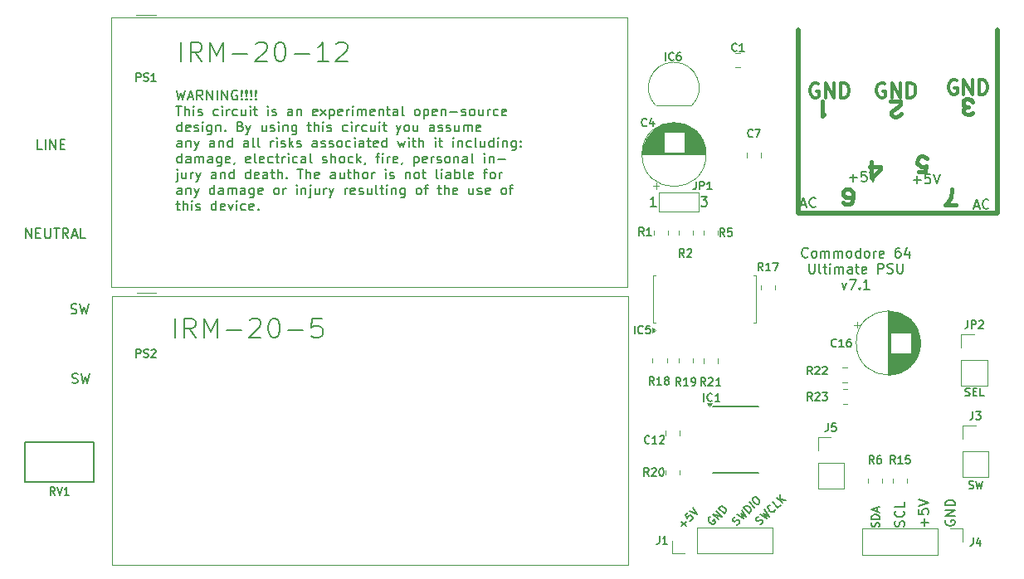
<source format=gbr>
%TF.GenerationSoftware,KiCad,Pcbnew,7.0.11-7.0.11~ubuntu22.04.1*%
%TF.CreationDate,2025-02-11T22:24:31-05:00*%
%TF.ProjectId,C64UltimatePSU,43363455-6c74-4696-9d61-74655053552e,rev?*%
%TF.SameCoordinates,Original*%
%TF.FileFunction,Legend,Top*%
%TF.FilePolarity,Positive*%
%FSLAX46Y46*%
G04 Gerber Fmt 4.6, Leading zero omitted, Abs format (unit mm)*
G04 Created by KiCad (PCBNEW 7.0.11-7.0.11~ubuntu22.04.1) date 2025-02-11 22:24:31*
%MOMM*%
%LPD*%
G01*
G04 APERTURE LIST*
%ADD10C,0.150000*%
%ADD11C,0.300000*%
%ADD12C,0.120000*%
%ADD13C,0.500000*%
%ADD14C,0.400000*%
G04 APERTURE END LIST*
D10*
X190420864Y-73719400D02*
X190535150Y-73757495D01*
X190535150Y-73757495D02*
X190725626Y-73757495D01*
X190725626Y-73757495D02*
X190801817Y-73719400D01*
X190801817Y-73719400D02*
X190839912Y-73681304D01*
X190839912Y-73681304D02*
X190878007Y-73605114D01*
X190878007Y-73605114D02*
X190878007Y-73528923D01*
X190878007Y-73528923D02*
X190839912Y-73452733D01*
X190839912Y-73452733D02*
X190801817Y-73414638D01*
X190801817Y-73414638D02*
X190725626Y-73376542D01*
X190725626Y-73376542D02*
X190573245Y-73338447D01*
X190573245Y-73338447D02*
X190497055Y-73300352D01*
X190497055Y-73300352D02*
X190458960Y-73262257D01*
X190458960Y-73262257D02*
X190420864Y-73186066D01*
X190420864Y-73186066D02*
X190420864Y-73109876D01*
X190420864Y-73109876D02*
X190458960Y-73033685D01*
X190458960Y-73033685D02*
X190497055Y-72995590D01*
X190497055Y-72995590D02*
X190573245Y-72957495D01*
X190573245Y-72957495D02*
X190763722Y-72957495D01*
X190763722Y-72957495D02*
X190878007Y-72995590D01*
X191220865Y-73338447D02*
X191487531Y-73338447D01*
X191601817Y-73757495D02*
X191220865Y-73757495D01*
X191220865Y-73757495D02*
X191220865Y-72957495D01*
X191220865Y-72957495D02*
X191601817Y-72957495D01*
X192325627Y-73757495D02*
X191944675Y-73757495D01*
X191944675Y-73757495D02*
X191944675Y-72957495D01*
X190801864Y-83179000D02*
X190916150Y-83217095D01*
X190916150Y-83217095D02*
X191106626Y-83217095D01*
X191106626Y-83217095D02*
X191182817Y-83179000D01*
X191182817Y-83179000D02*
X191220912Y-83140904D01*
X191220912Y-83140904D02*
X191259007Y-83064714D01*
X191259007Y-83064714D02*
X191259007Y-82988523D01*
X191259007Y-82988523D02*
X191220912Y-82912333D01*
X191220912Y-82912333D02*
X191182817Y-82874238D01*
X191182817Y-82874238D02*
X191106626Y-82836142D01*
X191106626Y-82836142D02*
X190954245Y-82798047D01*
X190954245Y-82798047D02*
X190878055Y-82759952D01*
X190878055Y-82759952D02*
X190839960Y-82721857D01*
X190839960Y-82721857D02*
X190801864Y-82645666D01*
X190801864Y-82645666D02*
X190801864Y-82569476D01*
X190801864Y-82569476D02*
X190839960Y-82493285D01*
X190839960Y-82493285D02*
X190878055Y-82455190D01*
X190878055Y-82455190D02*
X190954245Y-82417095D01*
X190954245Y-82417095D02*
X191144722Y-82417095D01*
X191144722Y-82417095D02*
X191259007Y-82455190D01*
X191525674Y-82417095D02*
X191716150Y-83217095D01*
X191716150Y-83217095D02*
X191868531Y-82645666D01*
X191868531Y-82645666D02*
X192020912Y-83217095D01*
X192020912Y-83217095D02*
X192211389Y-82417095D01*
X188421438Y-86455411D02*
X188373819Y-86550649D01*
X188373819Y-86550649D02*
X188373819Y-86693506D01*
X188373819Y-86693506D02*
X188421438Y-86836363D01*
X188421438Y-86836363D02*
X188516676Y-86931601D01*
X188516676Y-86931601D02*
X188611914Y-86979220D01*
X188611914Y-86979220D02*
X188802390Y-87026839D01*
X188802390Y-87026839D02*
X188945247Y-87026839D01*
X188945247Y-87026839D02*
X189135723Y-86979220D01*
X189135723Y-86979220D02*
X189230961Y-86931601D01*
X189230961Y-86931601D02*
X189326200Y-86836363D01*
X189326200Y-86836363D02*
X189373819Y-86693506D01*
X189373819Y-86693506D02*
X189373819Y-86598268D01*
X189373819Y-86598268D02*
X189326200Y-86455411D01*
X189326200Y-86455411D02*
X189278580Y-86407792D01*
X189278580Y-86407792D02*
X188945247Y-86407792D01*
X188945247Y-86407792D02*
X188945247Y-86598268D01*
X189373819Y-85979220D02*
X188373819Y-85979220D01*
X188373819Y-85979220D02*
X189373819Y-85407792D01*
X189373819Y-85407792D02*
X188373819Y-85407792D01*
X189373819Y-84931601D02*
X188373819Y-84931601D01*
X188373819Y-84931601D02*
X188373819Y-84693506D01*
X188373819Y-84693506D02*
X188421438Y-84550649D01*
X188421438Y-84550649D02*
X188516676Y-84455411D01*
X188516676Y-84455411D02*
X188611914Y-84407792D01*
X188611914Y-84407792D02*
X188802390Y-84360173D01*
X188802390Y-84360173D02*
X188945247Y-84360173D01*
X188945247Y-84360173D02*
X189135723Y-84407792D01*
X189135723Y-84407792D02*
X189230961Y-84455411D01*
X189230961Y-84455411D02*
X189326200Y-84550649D01*
X189326200Y-84550649D02*
X189373819Y-84693506D01*
X189373819Y-84693506D02*
X189373819Y-84931601D01*
X178619379Y-51482666D02*
X179381284Y-51482666D01*
X179000331Y-51863619D02*
X179000331Y-51101714D01*
X180333664Y-50863619D02*
X179857474Y-50863619D01*
X179857474Y-50863619D02*
X179809855Y-51339809D01*
X179809855Y-51339809D02*
X179857474Y-51292190D01*
X179857474Y-51292190D02*
X179952712Y-51244571D01*
X179952712Y-51244571D02*
X180190807Y-51244571D01*
X180190807Y-51244571D02*
X180286045Y-51292190D01*
X180286045Y-51292190D02*
X180333664Y-51339809D01*
X180333664Y-51339809D02*
X180381283Y-51435047D01*
X180381283Y-51435047D02*
X180381283Y-51673142D01*
X180381283Y-51673142D02*
X180333664Y-51768380D01*
X180333664Y-51768380D02*
X180286045Y-51816000D01*
X180286045Y-51816000D02*
X180190807Y-51863619D01*
X180190807Y-51863619D02*
X179952712Y-51863619D01*
X179952712Y-51863619D02*
X179857474Y-51816000D01*
X179857474Y-51816000D02*
X179809855Y-51768380D01*
X180666998Y-50863619D02*
X181000331Y-51863619D01*
X181000331Y-51863619D02*
X181333664Y-50863619D01*
X94570779Y-57654819D02*
X94570779Y-56654819D01*
X94570779Y-56654819D02*
X95142207Y-57654819D01*
X95142207Y-57654819D02*
X95142207Y-56654819D01*
X95618398Y-57131009D02*
X95951731Y-57131009D01*
X96094588Y-57654819D02*
X95618398Y-57654819D01*
X95618398Y-57654819D02*
X95618398Y-56654819D01*
X95618398Y-56654819D02*
X96094588Y-56654819D01*
X96523160Y-56654819D02*
X96523160Y-57464342D01*
X96523160Y-57464342D02*
X96570779Y-57559580D01*
X96570779Y-57559580D02*
X96618398Y-57607200D01*
X96618398Y-57607200D02*
X96713636Y-57654819D01*
X96713636Y-57654819D02*
X96904112Y-57654819D01*
X96904112Y-57654819D02*
X96999350Y-57607200D01*
X96999350Y-57607200D02*
X97046969Y-57559580D01*
X97046969Y-57559580D02*
X97094588Y-57464342D01*
X97094588Y-57464342D02*
X97094588Y-56654819D01*
X97427922Y-56654819D02*
X97999350Y-56654819D01*
X97713636Y-57654819D02*
X97713636Y-56654819D01*
X98904112Y-57654819D02*
X98570779Y-57178628D01*
X98332684Y-57654819D02*
X98332684Y-56654819D01*
X98332684Y-56654819D02*
X98713636Y-56654819D01*
X98713636Y-56654819D02*
X98808874Y-56702438D01*
X98808874Y-56702438D02*
X98856493Y-56750057D01*
X98856493Y-56750057D02*
X98904112Y-56845295D01*
X98904112Y-56845295D02*
X98904112Y-56988152D01*
X98904112Y-56988152D02*
X98856493Y-57083390D01*
X98856493Y-57083390D02*
X98808874Y-57131009D01*
X98808874Y-57131009D02*
X98713636Y-57178628D01*
X98713636Y-57178628D02*
X98332684Y-57178628D01*
X99285065Y-57369104D02*
X99761255Y-57369104D01*
X99189827Y-57654819D02*
X99523160Y-56654819D01*
X99523160Y-56654819D02*
X99856493Y-57654819D01*
X100666017Y-57654819D02*
X100189827Y-57654819D01*
X100189827Y-57654819D02*
X100189827Y-56654819D01*
X184175400Y-87086839D02*
X184223019Y-86943982D01*
X184223019Y-86943982D02*
X184223019Y-86705887D01*
X184223019Y-86705887D02*
X184175400Y-86610649D01*
X184175400Y-86610649D02*
X184127780Y-86563030D01*
X184127780Y-86563030D02*
X184032542Y-86515411D01*
X184032542Y-86515411D02*
X183937304Y-86515411D01*
X183937304Y-86515411D02*
X183842066Y-86563030D01*
X183842066Y-86563030D02*
X183794447Y-86610649D01*
X183794447Y-86610649D02*
X183746828Y-86705887D01*
X183746828Y-86705887D02*
X183699209Y-86896363D01*
X183699209Y-86896363D02*
X183651590Y-86991601D01*
X183651590Y-86991601D02*
X183603971Y-87039220D01*
X183603971Y-87039220D02*
X183508733Y-87086839D01*
X183508733Y-87086839D02*
X183413495Y-87086839D01*
X183413495Y-87086839D02*
X183318257Y-87039220D01*
X183318257Y-87039220D02*
X183270638Y-86991601D01*
X183270638Y-86991601D02*
X183223019Y-86896363D01*
X183223019Y-86896363D02*
X183223019Y-86658268D01*
X183223019Y-86658268D02*
X183270638Y-86515411D01*
X184127780Y-85515411D02*
X184175400Y-85563030D01*
X184175400Y-85563030D02*
X184223019Y-85705887D01*
X184223019Y-85705887D02*
X184223019Y-85801125D01*
X184223019Y-85801125D02*
X184175400Y-85943982D01*
X184175400Y-85943982D02*
X184080161Y-86039220D01*
X184080161Y-86039220D02*
X183984923Y-86086839D01*
X183984923Y-86086839D02*
X183794447Y-86134458D01*
X183794447Y-86134458D02*
X183651590Y-86134458D01*
X183651590Y-86134458D02*
X183461114Y-86086839D01*
X183461114Y-86086839D02*
X183365876Y-86039220D01*
X183365876Y-86039220D02*
X183270638Y-85943982D01*
X183270638Y-85943982D02*
X183223019Y-85801125D01*
X183223019Y-85801125D02*
X183223019Y-85705887D01*
X183223019Y-85705887D02*
X183270638Y-85563030D01*
X183270638Y-85563030D02*
X183318257Y-85515411D01*
X184223019Y-84610649D02*
X184223019Y-85086839D01*
X184223019Y-85086839D02*
X183223019Y-85086839D01*
X174368437Y-59546580D02*
X174320818Y-59594200D01*
X174320818Y-59594200D02*
X174177961Y-59641819D01*
X174177961Y-59641819D02*
X174082723Y-59641819D01*
X174082723Y-59641819D02*
X173939866Y-59594200D01*
X173939866Y-59594200D02*
X173844628Y-59498961D01*
X173844628Y-59498961D02*
X173797009Y-59403723D01*
X173797009Y-59403723D02*
X173749390Y-59213247D01*
X173749390Y-59213247D02*
X173749390Y-59070390D01*
X173749390Y-59070390D02*
X173797009Y-58879914D01*
X173797009Y-58879914D02*
X173844628Y-58784676D01*
X173844628Y-58784676D02*
X173939866Y-58689438D01*
X173939866Y-58689438D02*
X174082723Y-58641819D01*
X174082723Y-58641819D02*
X174177961Y-58641819D01*
X174177961Y-58641819D02*
X174320818Y-58689438D01*
X174320818Y-58689438D02*
X174368437Y-58737057D01*
X174939866Y-59641819D02*
X174844628Y-59594200D01*
X174844628Y-59594200D02*
X174797009Y-59546580D01*
X174797009Y-59546580D02*
X174749390Y-59451342D01*
X174749390Y-59451342D02*
X174749390Y-59165628D01*
X174749390Y-59165628D02*
X174797009Y-59070390D01*
X174797009Y-59070390D02*
X174844628Y-59022771D01*
X174844628Y-59022771D02*
X174939866Y-58975152D01*
X174939866Y-58975152D02*
X175082723Y-58975152D01*
X175082723Y-58975152D02*
X175177961Y-59022771D01*
X175177961Y-59022771D02*
X175225580Y-59070390D01*
X175225580Y-59070390D02*
X175273199Y-59165628D01*
X175273199Y-59165628D02*
X175273199Y-59451342D01*
X175273199Y-59451342D02*
X175225580Y-59546580D01*
X175225580Y-59546580D02*
X175177961Y-59594200D01*
X175177961Y-59594200D02*
X175082723Y-59641819D01*
X175082723Y-59641819D02*
X174939866Y-59641819D01*
X175701771Y-59641819D02*
X175701771Y-58975152D01*
X175701771Y-59070390D02*
X175749390Y-59022771D01*
X175749390Y-59022771D02*
X175844628Y-58975152D01*
X175844628Y-58975152D02*
X175987485Y-58975152D01*
X175987485Y-58975152D02*
X176082723Y-59022771D01*
X176082723Y-59022771D02*
X176130342Y-59118009D01*
X176130342Y-59118009D02*
X176130342Y-59641819D01*
X176130342Y-59118009D02*
X176177961Y-59022771D01*
X176177961Y-59022771D02*
X176273199Y-58975152D01*
X176273199Y-58975152D02*
X176416056Y-58975152D01*
X176416056Y-58975152D02*
X176511295Y-59022771D01*
X176511295Y-59022771D02*
X176558914Y-59118009D01*
X176558914Y-59118009D02*
X176558914Y-59641819D01*
X177035104Y-59641819D02*
X177035104Y-58975152D01*
X177035104Y-59070390D02*
X177082723Y-59022771D01*
X177082723Y-59022771D02*
X177177961Y-58975152D01*
X177177961Y-58975152D02*
X177320818Y-58975152D01*
X177320818Y-58975152D02*
X177416056Y-59022771D01*
X177416056Y-59022771D02*
X177463675Y-59118009D01*
X177463675Y-59118009D02*
X177463675Y-59641819D01*
X177463675Y-59118009D02*
X177511294Y-59022771D01*
X177511294Y-59022771D02*
X177606532Y-58975152D01*
X177606532Y-58975152D02*
X177749389Y-58975152D01*
X177749389Y-58975152D02*
X177844628Y-59022771D01*
X177844628Y-59022771D02*
X177892247Y-59118009D01*
X177892247Y-59118009D02*
X177892247Y-59641819D01*
X178511294Y-59641819D02*
X178416056Y-59594200D01*
X178416056Y-59594200D02*
X178368437Y-59546580D01*
X178368437Y-59546580D02*
X178320818Y-59451342D01*
X178320818Y-59451342D02*
X178320818Y-59165628D01*
X178320818Y-59165628D02*
X178368437Y-59070390D01*
X178368437Y-59070390D02*
X178416056Y-59022771D01*
X178416056Y-59022771D02*
X178511294Y-58975152D01*
X178511294Y-58975152D02*
X178654151Y-58975152D01*
X178654151Y-58975152D02*
X178749389Y-59022771D01*
X178749389Y-59022771D02*
X178797008Y-59070390D01*
X178797008Y-59070390D02*
X178844627Y-59165628D01*
X178844627Y-59165628D02*
X178844627Y-59451342D01*
X178844627Y-59451342D02*
X178797008Y-59546580D01*
X178797008Y-59546580D02*
X178749389Y-59594200D01*
X178749389Y-59594200D02*
X178654151Y-59641819D01*
X178654151Y-59641819D02*
X178511294Y-59641819D01*
X179701770Y-59641819D02*
X179701770Y-58641819D01*
X179701770Y-59594200D02*
X179606532Y-59641819D01*
X179606532Y-59641819D02*
X179416056Y-59641819D01*
X179416056Y-59641819D02*
X179320818Y-59594200D01*
X179320818Y-59594200D02*
X179273199Y-59546580D01*
X179273199Y-59546580D02*
X179225580Y-59451342D01*
X179225580Y-59451342D02*
X179225580Y-59165628D01*
X179225580Y-59165628D02*
X179273199Y-59070390D01*
X179273199Y-59070390D02*
X179320818Y-59022771D01*
X179320818Y-59022771D02*
X179416056Y-58975152D01*
X179416056Y-58975152D02*
X179606532Y-58975152D01*
X179606532Y-58975152D02*
X179701770Y-59022771D01*
X180320818Y-59641819D02*
X180225580Y-59594200D01*
X180225580Y-59594200D02*
X180177961Y-59546580D01*
X180177961Y-59546580D02*
X180130342Y-59451342D01*
X180130342Y-59451342D02*
X180130342Y-59165628D01*
X180130342Y-59165628D02*
X180177961Y-59070390D01*
X180177961Y-59070390D02*
X180225580Y-59022771D01*
X180225580Y-59022771D02*
X180320818Y-58975152D01*
X180320818Y-58975152D02*
X180463675Y-58975152D01*
X180463675Y-58975152D02*
X180558913Y-59022771D01*
X180558913Y-59022771D02*
X180606532Y-59070390D01*
X180606532Y-59070390D02*
X180654151Y-59165628D01*
X180654151Y-59165628D02*
X180654151Y-59451342D01*
X180654151Y-59451342D02*
X180606532Y-59546580D01*
X180606532Y-59546580D02*
X180558913Y-59594200D01*
X180558913Y-59594200D02*
X180463675Y-59641819D01*
X180463675Y-59641819D02*
X180320818Y-59641819D01*
X181082723Y-59641819D02*
X181082723Y-58975152D01*
X181082723Y-59165628D02*
X181130342Y-59070390D01*
X181130342Y-59070390D02*
X181177961Y-59022771D01*
X181177961Y-59022771D02*
X181273199Y-58975152D01*
X181273199Y-58975152D02*
X181368437Y-58975152D01*
X182082723Y-59594200D02*
X181987485Y-59641819D01*
X181987485Y-59641819D02*
X181797009Y-59641819D01*
X181797009Y-59641819D02*
X181701771Y-59594200D01*
X181701771Y-59594200D02*
X181654152Y-59498961D01*
X181654152Y-59498961D02*
X181654152Y-59118009D01*
X181654152Y-59118009D02*
X181701771Y-59022771D01*
X181701771Y-59022771D02*
X181797009Y-58975152D01*
X181797009Y-58975152D02*
X181987485Y-58975152D01*
X181987485Y-58975152D02*
X182082723Y-59022771D01*
X182082723Y-59022771D02*
X182130342Y-59118009D01*
X182130342Y-59118009D02*
X182130342Y-59213247D01*
X182130342Y-59213247D02*
X181654152Y-59308485D01*
X183749390Y-58641819D02*
X183558914Y-58641819D01*
X183558914Y-58641819D02*
X183463676Y-58689438D01*
X183463676Y-58689438D02*
X183416057Y-58737057D01*
X183416057Y-58737057D02*
X183320819Y-58879914D01*
X183320819Y-58879914D02*
X183273200Y-59070390D01*
X183273200Y-59070390D02*
X183273200Y-59451342D01*
X183273200Y-59451342D02*
X183320819Y-59546580D01*
X183320819Y-59546580D02*
X183368438Y-59594200D01*
X183368438Y-59594200D02*
X183463676Y-59641819D01*
X183463676Y-59641819D02*
X183654152Y-59641819D01*
X183654152Y-59641819D02*
X183749390Y-59594200D01*
X183749390Y-59594200D02*
X183797009Y-59546580D01*
X183797009Y-59546580D02*
X183844628Y-59451342D01*
X183844628Y-59451342D02*
X183844628Y-59213247D01*
X183844628Y-59213247D02*
X183797009Y-59118009D01*
X183797009Y-59118009D02*
X183749390Y-59070390D01*
X183749390Y-59070390D02*
X183654152Y-59022771D01*
X183654152Y-59022771D02*
X183463676Y-59022771D01*
X183463676Y-59022771D02*
X183368438Y-59070390D01*
X183368438Y-59070390D02*
X183320819Y-59118009D01*
X183320819Y-59118009D02*
X183273200Y-59213247D01*
X184701771Y-58975152D02*
X184701771Y-59641819D01*
X184463676Y-58594200D02*
X184225581Y-59308485D01*
X184225581Y-59308485D02*
X184844628Y-59308485D01*
X174487485Y-60251819D02*
X174487485Y-61061342D01*
X174487485Y-61061342D02*
X174535104Y-61156580D01*
X174535104Y-61156580D02*
X174582723Y-61204200D01*
X174582723Y-61204200D02*
X174677961Y-61251819D01*
X174677961Y-61251819D02*
X174868437Y-61251819D01*
X174868437Y-61251819D02*
X174963675Y-61204200D01*
X174963675Y-61204200D02*
X175011294Y-61156580D01*
X175011294Y-61156580D02*
X175058913Y-61061342D01*
X175058913Y-61061342D02*
X175058913Y-60251819D01*
X175677961Y-61251819D02*
X175582723Y-61204200D01*
X175582723Y-61204200D02*
X175535104Y-61108961D01*
X175535104Y-61108961D02*
X175535104Y-60251819D01*
X175916057Y-60585152D02*
X176297009Y-60585152D01*
X176058914Y-60251819D02*
X176058914Y-61108961D01*
X176058914Y-61108961D02*
X176106533Y-61204200D01*
X176106533Y-61204200D02*
X176201771Y-61251819D01*
X176201771Y-61251819D02*
X176297009Y-61251819D01*
X176630343Y-61251819D02*
X176630343Y-60585152D01*
X176630343Y-60251819D02*
X176582724Y-60299438D01*
X176582724Y-60299438D02*
X176630343Y-60347057D01*
X176630343Y-60347057D02*
X176677962Y-60299438D01*
X176677962Y-60299438D02*
X176630343Y-60251819D01*
X176630343Y-60251819D02*
X176630343Y-60347057D01*
X177106533Y-61251819D02*
X177106533Y-60585152D01*
X177106533Y-60680390D02*
X177154152Y-60632771D01*
X177154152Y-60632771D02*
X177249390Y-60585152D01*
X177249390Y-60585152D02*
X177392247Y-60585152D01*
X177392247Y-60585152D02*
X177487485Y-60632771D01*
X177487485Y-60632771D02*
X177535104Y-60728009D01*
X177535104Y-60728009D02*
X177535104Y-61251819D01*
X177535104Y-60728009D02*
X177582723Y-60632771D01*
X177582723Y-60632771D02*
X177677961Y-60585152D01*
X177677961Y-60585152D02*
X177820818Y-60585152D01*
X177820818Y-60585152D02*
X177916057Y-60632771D01*
X177916057Y-60632771D02*
X177963676Y-60728009D01*
X177963676Y-60728009D02*
X177963676Y-61251819D01*
X178868437Y-61251819D02*
X178868437Y-60728009D01*
X178868437Y-60728009D02*
X178820818Y-60632771D01*
X178820818Y-60632771D02*
X178725580Y-60585152D01*
X178725580Y-60585152D02*
X178535104Y-60585152D01*
X178535104Y-60585152D02*
X178439866Y-60632771D01*
X178868437Y-61204200D02*
X178773199Y-61251819D01*
X178773199Y-61251819D02*
X178535104Y-61251819D01*
X178535104Y-61251819D02*
X178439866Y-61204200D01*
X178439866Y-61204200D02*
X178392247Y-61108961D01*
X178392247Y-61108961D02*
X178392247Y-61013723D01*
X178392247Y-61013723D02*
X178439866Y-60918485D01*
X178439866Y-60918485D02*
X178535104Y-60870866D01*
X178535104Y-60870866D02*
X178773199Y-60870866D01*
X178773199Y-60870866D02*
X178868437Y-60823247D01*
X179201771Y-60585152D02*
X179582723Y-60585152D01*
X179344628Y-60251819D02*
X179344628Y-61108961D01*
X179344628Y-61108961D02*
X179392247Y-61204200D01*
X179392247Y-61204200D02*
X179487485Y-61251819D01*
X179487485Y-61251819D02*
X179582723Y-61251819D01*
X180297009Y-61204200D02*
X180201771Y-61251819D01*
X180201771Y-61251819D02*
X180011295Y-61251819D01*
X180011295Y-61251819D02*
X179916057Y-61204200D01*
X179916057Y-61204200D02*
X179868438Y-61108961D01*
X179868438Y-61108961D02*
X179868438Y-60728009D01*
X179868438Y-60728009D02*
X179916057Y-60632771D01*
X179916057Y-60632771D02*
X180011295Y-60585152D01*
X180011295Y-60585152D02*
X180201771Y-60585152D01*
X180201771Y-60585152D02*
X180297009Y-60632771D01*
X180297009Y-60632771D02*
X180344628Y-60728009D01*
X180344628Y-60728009D02*
X180344628Y-60823247D01*
X180344628Y-60823247D02*
X179868438Y-60918485D01*
X181535105Y-61251819D02*
X181535105Y-60251819D01*
X181535105Y-60251819D02*
X181916057Y-60251819D01*
X181916057Y-60251819D02*
X182011295Y-60299438D01*
X182011295Y-60299438D02*
X182058914Y-60347057D01*
X182058914Y-60347057D02*
X182106533Y-60442295D01*
X182106533Y-60442295D02*
X182106533Y-60585152D01*
X182106533Y-60585152D02*
X182058914Y-60680390D01*
X182058914Y-60680390D02*
X182011295Y-60728009D01*
X182011295Y-60728009D02*
X181916057Y-60775628D01*
X181916057Y-60775628D02*
X181535105Y-60775628D01*
X182487486Y-61204200D02*
X182630343Y-61251819D01*
X182630343Y-61251819D02*
X182868438Y-61251819D01*
X182868438Y-61251819D02*
X182963676Y-61204200D01*
X182963676Y-61204200D02*
X183011295Y-61156580D01*
X183011295Y-61156580D02*
X183058914Y-61061342D01*
X183058914Y-61061342D02*
X183058914Y-60966104D01*
X183058914Y-60966104D02*
X183011295Y-60870866D01*
X183011295Y-60870866D02*
X182963676Y-60823247D01*
X182963676Y-60823247D02*
X182868438Y-60775628D01*
X182868438Y-60775628D02*
X182677962Y-60728009D01*
X182677962Y-60728009D02*
X182582724Y-60680390D01*
X182582724Y-60680390D02*
X182535105Y-60632771D01*
X182535105Y-60632771D02*
X182487486Y-60537533D01*
X182487486Y-60537533D02*
X182487486Y-60442295D01*
X182487486Y-60442295D02*
X182535105Y-60347057D01*
X182535105Y-60347057D02*
X182582724Y-60299438D01*
X182582724Y-60299438D02*
X182677962Y-60251819D01*
X182677962Y-60251819D02*
X182916057Y-60251819D01*
X182916057Y-60251819D02*
X183058914Y-60299438D01*
X183487486Y-60251819D02*
X183487486Y-61061342D01*
X183487486Y-61061342D02*
X183535105Y-61156580D01*
X183535105Y-61156580D02*
X183582724Y-61204200D01*
X183582724Y-61204200D02*
X183677962Y-61251819D01*
X183677962Y-61251819D02*
X183868438Y-61251819D01*
X183868438Y-61251819D02*
X183963676Y-61204200D01*
X183963676Y-61204200D02*
X184011295Y-61156580D01*
X184011295Y-61156580D02*
X184058914Y-61061342D01*
X184058914Y-61061342D02*
X184058914Y-60251819D01*
X177844629Y-62195152D02*
X178082724Y-62861819D01*
X178082724Y-62861819D02*
X178320819Y-62195152D01*
X178606534Y-61861819D02*
X179273200Y-61861819D01*
X179273200Y-61861819D02*
X178844629Y-62861819D01*
X179654153Y-62766580D02*
X179701772Y-62814200D01*
X179701772Y-62814200D02*
X179654153Y-62861819D01*
X179654153Y-62861819D02*
X179606534Y-62814200D01*
X179606534Y-62814200D02*
X179654153Y-62766580D01*
X179654153Y-62766580D02*
X179654153Y-62861819D01*
X180654152Y-62861819D02*
X180082724Y-62861819D01*
X180368438Y-62861819D02*
X180368438Y-61861819D01*
X180368438Y-61861819D02*
X180273200Y-62004676D01*
X180273200Y-62004676D02*
X180177962Y-62099914D01*
X180177962Y-62099914D02*
X180082724Y-62147533D01*
X161483623Y-87008289D02*
X161914621Y-86577290D01*
X161914621Y-87008289D02*
X161483623Y-86577290D01*
X162103183Y-85688356D02*
X161833809Y-85957730D01*
X161833809Y-85957730D02*
X162076246Y-86254042D01*
X162076246Y-86254042D02*
X162076246Y-86200167D01*
X162076246Y-86200167D02*
X162103183Y-86119355D01*
X162103183Y-86119355D02*
X162237870Y-85984667D01*
X162237870Y-85984667D02*
X162318682Y-85957730D01*
X162318682Y-85957730D02*
X162372557Y-85957730D01*
X162372557Y-85957730D02*
X162453369Y-85984667D01*
X162453369Y-85984667D02*
X162588056Y-86119355D01*
X162588056Y-86119355D02*
X162614994Y-86200167D01*
X162614994Y-86200167D02*
X162614994Y-86254042D01*
X162614994Y-86254042D02*
X162588056Y-86334854D01*
X162588056Y-86334854D02*
X162453369Y-86469541D01*
X162453369Y-86469541D02*
X162372557Y-86496478D01*
X162372557Y-86496478D02*
X162318682Y-86496478D01*
X162291745Y-85499794D02*
X163045992Y-85876918D01*
X163045992Y-85876918D02*
X162668869Y-85122670D01*
D11*
X175431825Y-41907857D02*
X175288968Y-41836428D01*
X175288968Y-41836428D02*
X175074682Y-41836428D01*
X175074682Y-41836428D02*
X174860396Y-41907857D01*
X174860396Y-41907857D02*
X174717539Y-42050714D01*
X174717539Y-42050714D02*
X174646110Y-42193571D01*
X174646110Y-42193571D02*
X174574682Y-42479285D01*
X174574682Y-42479285D02*
X174574682Y-42693571D01*
X174574682Y-42693571D02*
X174646110Y-42979285D01*
X174646110Y-42979285D02*
X174717539Y-43122142D01*
X174717539Y-43122142D02*
X174860396Y-43265000D01*
X174860396Y-43265000D02*
X175074682Y-43336428D01*
X175074682Y-43336428D02*
X175217539Y-43336428D01*
X175217539Y-43336428D02*
X175431825Y-43265000D01*
X175431825Y-43265000D02*
X175503253Y-43193571D01*
X175503253Y-43193571D02*
X175503253Y-42693571D01*
X175503253Y-42693571D02*
X175217539Y-42693571D01*
X176146110Y-43336428D02*
X176146110Y-41836428D01*
X176146110Y-41836428D02*
X177003253Y-43336428D01*
X177003253Y-43336428D02*
X177003253Y-41836428D01*
X177717539Y-43336428D02*
X177717539Y-41836428D01*
X177717539Y-41836428D02*
X178074682Y-41836428D01*
X178074682Y-41836428D02*
X178288968Y-41907857D01*
X178288968Y-41907857D02*
X178431825Y-42050714D01*
X178431825Y-42050714D02*
X178503254Y-42193571D01*
X178503254Y-42193571D02*
X178574682Y-42479285D01*
X178574682Y-42479285D02*
X178574682Y-42693571D01*
X178574682Y-42693571D02*
X178503254Y-42979285D01*
X178503254Y-42979285D02*
X178431825Y-43122142D01*
X178431825Y-43122142D02*
X178288968Y-43265000D01*
X178288968Y-43265000D02*
X178074682Y-43336428D01*
X178074682Y-43336428D02*
X177717539Y-43336428D01*
X189554225Y-41552257D02*
X189411368Y-41480828D01*
X189411368Y-41480828D02*
X189197082Y-41480828D01*
X189197082Y-41480828D02*
X188982796Y-41552257D01*
X188982796Y-41552257D02*
X188839939Y-41695114D01*
X188839939Y-41695114D02*
X188768510Y-41837971D01*
X188768510Y-41837971D02*
X188697082Y-42123685D01*
X188697082Y-42123685D02*
X188697082Y-42337971D01*
X188697082Y-42337971D02*
X188768510Y-42623685D01*
X188768510Y-42623685D02*
X188839939Y-42766542D01*
X188839939Y-42766542D02*
X188982796Y-42909400D01*
X188982796Y-42909400D02*
X189197082Y-42980828D01*
X189197082Y-42980828D02*
X189339939Y-42980828D01*
X189339939Y-42980828D02*
X189554225Y-42909400D01*
X189554225Y-42909400D02*
X189625653Y-42837971D01*
X189625653Y-42837971D02*
X189625653Y-42337971D01*
X189625653Y-42337971D02*
X189339939Y-42337971D01*
X190268510Y-42980828D02*
X190268510Y-41480828D01*
X190268510Y-41480828D02*
X191125653Y-42980828D01*
X191125653Y-42980828D02*
X191125653Y-41480828D01*
X191839939Y-42980828D02*
X191839939Y-41480828D01*
X191839939Y-41480828D02*
X192197082Y-41480828D01*
X192197082Y-41480828D02*
X192411368Y-41552257D01*
X192411368Y-41552257D02*
X192554225Y-41695114D01*
X192554225Y-41695114D02*
X192625654Y-41837971D01*
X192625654Y-41837971D02*
X192697082Y-42123685D01*
X192697082Y-42123685D02*
X192697082Y-42337971D01*
X192697082Y-42337971D02*
X192625654Y-42623685D01*
X192625654Y-42623685D02*
X192554225Y-42766542D01*
X192554225Y-42766542D02*
X192411368Y-42909400D01*
X192411368Y-42909400D02*
X192197082Y-42980828D01*
X192197082Y-42980828D02*
X191839939Y-42980828D01*
D10*
X164428485Y-86109328D02*
X164347673Y-86136266D01*
X164347673Y-86136266D02*
X164266861Y-86217078D01*
X164266861Y-86217078D02*
X164212986Y-86324828D01*
X164212986Y-86324828D02*
X164212986Y-86432577D01*
X164212986Y-86432577D02*
X164239924Y-86513389D01*
X164239924Y-86513389D02*
X164320736Y-86648076D01*
X164320736Y-86648076D02*
X164401548Y-86728889D01*
X164401548Y-86728889D02*
X164536235Y-86809701D01*
X164536235Y-86809701D02*
X164617047Y-86836638D01*
X164617047Y-86836638D02*
X164724797Y-86836638D01*
X164724797Y-86836638D02*
X164832546Y-86782763D01*
X164832546Y-86782763D02*
X164886421Y-86728889D01*
X164886421Y-86728889D02*
X164940296Y-86621139D01*
X164940296Y-86621139D02*
X164940296Y-86567264D01*
X164940296Y-86567264D02*
X164751734Y-86378702D01*
X164751734Y-86378702D02*
X164643985Y-86486452D01*
X165236608Y-86378702D02*
X164670922Y-85813017D01*
X164670922Y-85813017D02*
X165559856Y-86055454D01*
X165559856Y-86055454D02*
X164994171Y-85489768D01*
X165829230Y-85786080D02*
X165263545Y-85220394D01*
X165263545Y-85220394D02*
X165398232Y-85085707D01*
X165398232Y-85085707D02*
X165505981Y-85031832D01*
X165505981Y-85031832D02*
X165613731Y-85031832D01*
X165613731Y-85031832D02*
X165694543Y-85058770D01*
X165694543Y-85058770D02*
X165829230Y-85139582D01*
X165829230Y-85139582D02*
X165910042Y-85220394D01*
X165910042Y-85220394D02*
X165990855Y-85355081D01*
X165990855Y-85355081D02*
X166017792Y-85435894D01*
X166017792Y-85435894D02*
X166017792Y-85543643D01*
X166017792Y-85543643D02*
X165963917Y-85651393D01*
X165963917Y-85651393D02*
X165829230Y-85786080D01*
X181618600Y-87124935D02*
X181656695Y-87010649D01*
X181656695Y-87010649D02*
X181656695Y-86820173D01*
X181656695Y-86820173D02*
X181618600Y-86743982D01*
X181618600Y-86743982D02*
X181580504Y-86705887D01*
X181580504Y-86705887D02*
X181504314Y-86667792D01*
X181504314Y-86667792D02*
X181428123Y-86667792D01*
X181428123Y-86667792D02*
X181351933Y-86705887D01*
X181351933Y-86705887D02*
X181313838Y-86743982D01*
X181313838Y-86743982D02*
X181275742Y-86820173D01*
X181275742Y-86820173D02*
X181237647Y-86972554D01*
X181237647Y-86972554D02*
X181199552Y-87048744D01*
X181199552Y-87048744D02*
X181161457Y-87086839D01*
X181161457Y-87086839D02*
X181085266Y-87124935D01*
X181085266Y-87124935D02*
X181009076Y-87124935D01*
X181009076Y-87124935D02*
X180932885Y-87086839D01*
X180932885Y-87086839D02*
X180894790Y-87048744D01*
X180894790Y-87048744D02*
X180856695Y-86972554D01*
X180856695Y-86972554D02*
X180856695Y-86782077D01*
X180856695Y-86782077D02*
X180894790Y-86667792D01*
X181656695Y-86324934D02*
X180856695Y-86324934D01*
X180856695Y-86324934D02*
X180856695Y-86134458D01*
X180856695Y-86134458D02*
X180894790Y-86020172D01*
X180894790Y-86020172D02*
X180970980Y-85943982D01*
X180970980Y-85943982D02*
X181047171Y-85905887D01*
X181047171Y-85905887D02*
X181199552Y-85867791D01*
X181199552Y-85867791D02*
X181313838Y-85867791D01*
X181313838Y-85867791D02*
X181466219Y-85905887D01*
X181466219Y-85905887D02*
X181542409Y-85943982D01*
X181542409Y-85943982D02*
X181618600Y-86020172D01*
X181618600Y-86020172D02*
X181656695Y-86134458D01*
X181656695Y-86134458D02*
X181656695Y-86324934D01*
X181428123Y-85563030D02*
X181428123Y-85182077D01*
X181656695Y-85639220D02*
X180856695Y-85372553D01*
X180856695Y-85372553D02*
X181656695Y-85105887D01*
X186280466Y-87039220D02*
X186280466Y-86277316D01*
X186661419Y-86658268D02*
X185899514Y-86658268D01*
X185661419Y-85324935D02*
X185661419Y-85801125D01*
X185661419Y-85801125D02*
X186137609Y-85848744D01*
X186137609Y-85848744D02*
X186089990Y-85801125D01*
X186089990Y-85801125D02*
X186042371Y-85705887D01*
X186042371Y-85705887D02*
X186042371Y-85467792D01*
X186042371Y-85467792D02*
X186089990Y-85372554D01*
X186089990Y-85372554D02*
X186137609Y-85324935D01*
X186137609Y-85324935D02*
X186232847Y-85277316D01*
X186232847Y-85277316D02*
X186470942Y-85277316D01*
X186470942Y-85277316D02*
X186566180Y-85324935D01*
X186566180Y-85324935D02*
X186613800Y-85372554D01*
X186613800Y-85372554D02*
X186661419Y-85467792D01*
X186661419Y-85467792D02*
X186661419Y-85705887D01*
X186661419Y-85705887D02*
X186613800Y-85801125D01*
X186613800Y-85801125D02*
X186566180Y-85848744D01*
X185661419Y-84991601D02*
X186661419Y-84658268D01*
X186661419Y-84658268D02*
X185661419Y-84324935D01*
X99298360Y-72415400D02*
X99441217Y-72463019D01*
X99441217Y-72463019D02*
X99679312Y-72463019D01*
X99679312Y-72463019D02*
X99774550Y-72415400D01*
X99774550Y-72415400D02*
X99822169Y-72367780D01*
X99822169Y-72367780D02*
X99869788Y-72272542D01*
X99869788Y-72272542D02*
X99869788Y-72177304D01*
X99869788Y-72177304D02*
X99822169Y-72082066D01*
X99822169Y-72082066D02*
X99774550Y-72034447D01*
X99774550Y-72034447D02*
X99679312Y-71986828D01*
X99679312Y-71986828D02*
X99488836Y-71939209D01*
X99488836Y-71939209D02*
X99393598Y-71891590D01*
X99393598Y-71891590D02*
X99345979Y-71843971D01*
X99345979Y-71843971D02*
X99298360Y-71748733D01*
X99298360Y-71748733D02*
X99298360Y-71653495D01*
X99298360Y-71653495D02*
X99345979Y-71558257D01*
X99345979Y-71558257D02*
X99393598Y-71510638D01*
X99393598Y-71510638D02*
X99488836Y-71463019D01*
X99488836Y-71463019D02*
X99726931Y-71463019D01*
X99726931Y-71463019D02*
X99869788Y-71510638D01*
X100203122Y-71463019D02*
X100441217Y-72463019D01*
X100441217Y-72463019D02*
X100631693Y-71748733D01*
X100631693Y-71748733D02*
X100822169Y-72463019D01*
X100822169Y-72463019D02*
X101060265Y-71463019D01*
X109944141Y-42540019D02*
X110182236Y-43540019D01*
X110182236Y-43540019D02*
X110372712Y-42825733D01*
X110372712Y-42825733D02*
X110563188Y-43540019D01*
X110563188Y-43540019D02*
X110801284Y-42540019D01*
X111134617Y-43254304D02*
X111610807Y-43254304D01*
X111039379Y-43540019D02*
X111372712Y-42540019D01*
X111372712Y-42540019D02*
X111706045Y-43540019D01*
X112610807Y-43540019D02*
X112277474Y-43063828D01*
X112039379Y-43540019D02*
X112039379Y-42540019D01*
X112039379Y-42540019D02*
X112420331Y-42540019D01*
X112420331Y-42540019D02*
X112515569Y-42587638D01*
X112515569Y-42587638D02*
X112563188Y-42635257D01*
X112563188Y-42635257D02*
X112610807Y-42730495D01*
X112610807Y-42730495D02*
X112610807Y-42873352D01*
X112610807Y-42873352D02*
X112563188Y-42968590D01*
X112563188Y-42968590D02*
X112515569Y-43016209D01*
X112515569Y-43016209D02*
X112420331Y-43063828D01*
X112420331Y-43063828D02*
X112039379Y-43063828D01*
X113039379Y-43540019D02*
X113039379Y-42540019D01*
X113039379Y-42540019D02*
X113610807Y-43540019D01*
X113610807Y-43540019D02*
X113610807Y-42540019D01*
X114086998Y-43540019D02*
X114086998Y-42540019D01*
X114563188Y-43540019D02*
X114563188Y-42540019D01*
X114563188Y-42540019D02*
X115134616Y-43540019D01*
X115134616Y-43540019D02*
X115134616Y-42540019D01*
X116134616Y-42587638D02*
X116039378Y-42540019D01*
X116039378Y-42540019D02*
X115896521Y-42540019D01*
X115896521Y-42540019D02*
X115753664Y-42587638D01*
X115753664Y-42587638D02*
X115658426Y-42682876D01*
X115658426Y-42682876D02*
X115610807Y-42778114D01*
X115610807Y-42778114D02*
X115563188Y-42968590D01*
X115563188Y-42968590D02*
X115563188Y-43111447D01*
X115563188Y-43111447D02*
X115610807Y-43301923D01*
X115610807Y-43301923D02*
X115658426Y-43397161D01*
X115658426Y-43397161D02*
X115753664Y-43492400D01*
X115753664Y-43492400D02*
X115896521Y-43540019D01*
X115896521Y-43540019D02*
X115991759Y-43540019D01*
X115991759Y-43540019D02*
X116134616Y-43492400D01*
X116134616Y-43492400D02*
X116182235Y-43444780D01*
X116182235Y-43444780D02*
X116182235Y-43111447D01*
X116182235Y-43111447D02*
X115991759Y-43111447D01*
X116610807Y-43444780D02*
X116658426Y-43492400D01*
X116658426Y-43492400D02*
X116610807Y-43540019D01*
X116610807Y-43540019D02*
X116563188Y-43492400D01*
X116563188Y-43492400D02*
X116610807Y-43444780D01*
X116610807Y-43444780D02*
X116610807Y-43540019D01*
X116610807Y-43159066D02*
X116563188Y-42587638D01*
X116563188Y-42587638D02*
X116610807Y-42540019D01*
X116610807Y-42540019D02*
X116658426Y-42587638D01*
X116658426Y-42587638D02*
X116610807Y-43159066D01*
X116610807Y-43159066D02*
X116610807Y-42540019D01*
X117086997Y-43444780D02*
X117134616Y-43492400D01*
X117134616Y-43492400D02*
X117086997Y-43540019D01*
X117086997Y-43540019D02*
X117039378Y-43492400D01*
X117039378Y-43492400D02*
X117086997Y-43444780D01*
X117086997Y-43444780D02*
X117086997Y-43540019D01*
X117086997Y-43159066D02*
X117039378Y-42587638D01*
X117039378Y-42587638D02*
X117086997Y-42540019D01*
X117086997Y-42540019D02*
X117134616Y-42587638D01*
X117134616Y-42587638D02*
X117086997Y-43159066D01*
X117086997Y-43159066D02*
X117086997Y-42540019D01*
X117563187Y-43444780D02*
X117610806Y-43492400D01*
X117610806Y-43492400D02*
X117563187Y-43540019D01*
X117563187Y-43540019D02*
X117515568Y-43492400D01*
X117515568Y-43492400D02*
X117563187Y-43444780D01*
X117563187Y-43444780D02*
X117563187Y-43540019D01*
X117563187Y-43159066D02*
X117515568Y-42587638D01*
X117515568Y-42587638D02*
X117563187Y-42540019D01*
X117563187Y-42540019D02*
X117610806Y-42587638D01*
X117610806Y-42587638D02*
X117563187Y-43159066D01*
X117563187Y-43159066D02*
X117563187Y-42540019D01*
X118039377Y-43444780D02*
X118086996Y-43492400D01*
X118086996Y-43492400D02*
X118039377Y-43540019D01*
X118039377Y-43540019D02*
X117991758Y-43492400D01*
X117991758Y-43492400D02*
X118039377Y-43444780D01*
X118039377Y-43444780D02*
X118039377Y-43540019D01*
X118039377Y-43159066D02*
X117991758Y-42587638D01*
X117991758Y-42587638D02*
X118039377Y-42540019D01*
X118039377Y-42540019D02*
X118086996Y-42587638D01*
X118086996Y-42587638D02*
X118039377Y-43159066D01*
X118039377Y-43159066D02*
X118039377Y-42540019D01*
X109896522Y-44150019D02*
X110467950Y-44150019D01*
X110182236Y-45150019D02*
X110182236Y-44150019D01*
X110801284Y-45150019D02*
X110801284Y-44150019D01*
X111229855Y-45150019D02*
X111229855Y-44626209D01*
X111229855Y-44626209D02*
X111182236Y-44530971D01*
X111182236Y-44530971D02*
X111086998Y-44483352D01*
X111086998Y-44483352D02*
X110944141Y-44483352D01*
X110944141Y-44483352D02*
X110848903Y-44530971D01*
X110848903Y-44530971D02*
X110801284Y-44578590D01*
X111706046Y-45150019D02*
X111706046Y-44483352D01*
X111706046Y-44150019D02*
X111658427Y-44197638D01*
X111658427Y-44197638D02*
X111706046Y-44245257D01*
X111706046Y-44245257D02*
X111753665Y-44197638D01*
X111753665Y-44197638D02*
X111706046Y-44150019D01*
X111706046Y-44150019D02*
X111706046Y-44245257D01*
X112134617Y-45102400D02*
X112229855Y-45150019D01*
X112229855Y-45150019D02*
X112420331Y-45150019D01*
X112420331Y-45150019D02*
X112515569Y-45102400D01*
X112515569Y-45102400D02*
X112563188Y-45007161D01*
X112563188Y-45007161D02*
X112563188Y-44959542D01*
X112563188Y-44959542D02*
X112515569Y-44864304D01*
X112515569Y-44864304D02*
X112420331Y-44816685D01*
X112420331Y-44816685D02*
X112277474Y-44816685D01*
X112277474Y-44816685D02*
X112182236Y-44769066D01*
X112182236Y-44769066D02*
X112134617Y-44673828D01*
X112134617Y-44673828D02*
X112134617Y-44626209D01*
X112134617Y-44626209D02*
X112182236Y-44530971D01*
X112182236Y-44530971D02*
X112277474Y-44483352D01*
X112277474Y-44483352D02*
X112420331Y-44483352D01*
X112420331Y-44483352D02*
X112515569Y-44530971D01*
X114182236Y-45102400D02*
X114086998Y-45150019D01*
X114086998Y-45150019D02*
X113896522Y-45150019D01*
X113896522Y-45150019D02*
X113801284Y-45102400D01*
X113801284Y-45102400D02*
X113753665Y-45054780D01*
X113753665Y-45054780D02*
X113706046Y-44959542D01*
X113706046Y-44959542D02*
X113706046Y-44673828D01*
X113706046Y-44673828D02*
X113753665Y-44578590D01*
X113753665Y-44578590D02*
X113801284Y-44530971D01*
X113801284Y-44530971D02*
X113896522Y-44483352D01*
X113896522Y-44483352D02*
X114086998Y-44483352D01*
X114086998Y-44483352D02*
X114182236Y-44530971D01*
X114610808Y-45150019D02*
X114610808Y-44483352D01*
X114610808Y-44150019D02*
X114563189Y-44197638D01*
X114563189Y-44197638D02*
X114610808Y-44245257D01*
X114610808Y-44245257D02*
X114658427Y-44197638D01*
X114658427Y-44197638D02*
X114610808Y-44150019D01*
X114610808Y-44150019D02*
X114610808Y-44245257D01*
X115086998Y-45150019D02*
X115086998Y-44483352D01*
X115086998Y-44673828D02*
X115134617Y-44578590D01*
X115134617Y-44578590D02*
X115182236Y-44530971D01*
X115182236Y-44530971D02*
X115277474Y-44483352D01*
X115277474Y-44483352D02*
X115372712Y-44483352D01*
X116134617Y-45102400D02*
X116039379Y-45150019D01*
X116039379Y-45150019D02*
X115848903Y-45150019D01*
X115848903Y-45150019D02*
X115753665Y-45102400D01*
X115753665Y-45102400D02*
X115706046Y-45054780D01*
X115706046Y-45054780D02*
X115658427Y-44959542D01*
X115658427Y-44959542D02*
X115658427Y-44673828D01*
X115658427Y-44673828D02*
X115706046Y-44578590D01*
X115706046Y-44578590D02*
X115753665Y-44530971D01*
X115753665Y-44530971D02*
X115848903Y-44483352D01*
X115848903Y-44483352D02*
X116039379Y-44483352D01*
X116039379Y-44483352D02*
X116134617Y-44530971D01*
X116991760Y-44483352D02*
X116991760Y-45150019D01*
X116563189Y-44483352D02*
X116563189Y-45007161D01*
X116563189Y-45007161D02*
X116610808Y-45102400D01*
X116610808Y-45102400D02*
X116706046Y-45150019D01*
X116706046Y-45150019D02*
X116848903Y-45150019D01*
X116848903Y-45150019D02*
X116944141Y-45102400D01*
X116944141Y-45102400D02*
X116991760Y-45054780D01*
X117467951Y-45150019D02*
X117467951Y-44483352D01*
X117467951Y-44150019D02*
X117420332Y-44197638D01*
X117420332Y-44197638D02*
X117467951Y-44245257D01*
X117467951Y-44245257D02*
X117515570Y-44197638D01*
X117515570Y-44197638D02*
X117467951Y-44150019D01*
X117467951Y-44150019D02*
X117467951Y-44245257D01*
X117801284Y-44483352D02*
X118182236Y-44483352D01*
X117944141Y-44150019D02*
X117944141Y-45007161D01*
X117944141Y-45007161D02*
X117991760Y-45102400D01*
X117991760Y-45102400D02*
X118086998Y-45150019D01*
X118086998Y-45150019D02*
X118182236Y-45150019D01*
X119277475Y-45150019D02*
X119277475Y-44483352D01*
X119277475Y-44150019D02*
X119229856Y-44197638D01*
X119229856Y-44197638D02*
X119277475Y-44245257D01*
X119277475Y-44245257D02*
X119325094Y-44197638D01*
X119325094Y-44197638D02*
X119277475Y-44150019D01*
X119277475Y-44150019D02*
X119277475Y-44245257D01*
X119706046Y-45102400D02*
X119801284Y-45150019D01*
X119801284Y-45150019D02*
X119991760Y-45150019D01*
X119991760Y-45150019D02*
X120086998Y-45102400D01*
X120086998Y-45102400D02*
X120134617Y-45007161D01*
X120134617Y-45007161D02*
X120134617Y-44959542D01*
X120134617Y-44959542D02*
X120086998Y-44864304D01*
X120086998Y-44864304D02*
X119991760Y-44816685D01*
X119991760Y-44816685D02*
X119848903Y-44816685D01*
X119848903Y-44816685D02*
X119753665Y-44769066D01*
X119753665Y-44769066D02*
X119706046Y-44673828D01*
X119706046Y-44673828D02*
X119706046Y-44626209D01*
X119706046Y-44626209D02*
X119753665Y-44530971D01*
X119753665Y-44530971D02*
X119848903Y-44483352D01*
X119848903Y-44483352D02*
X119991760Y-44483352D01*
X119991760Y-44483352D02*
X120086998Y-44530971D01*
X121753665Y-45150019D02*
X121753665Y-44626209D01*
X121753665Y-44626209D02*
X121706046Y-44530971D01*
X121706046Y-44530971D02*
X121610808Y-44483352D01*
X121610808Y-44483352D02*
X121420332Y-44483352D01*
X121420332Y-44483352D02*
X121325094Y-44530971D01*
X121753665Y-45102400D02*
X121658427Y-45150019D01*
X121658427Y-45150019D02*
X121420332Y-45150019D01*
X121420332Y-45150019D02*
X121325094Y-45102400D01*
X121325094Y-45102400D02*
X121277475Y-45007161D01*
X121277475Y-45007161D02*
X121277475Y-44911923D01*
X121277475Y-44911923D02*
X121325094Y-44816685D01*
X121325094Y-44816685D02*
X121420332Y-44769066D01*
X121420332Y-44769066D02*
X121658427Y-44769066D01*
X121658427Y-44769066D02*
X121753665Y-44721447D01*
X122229856Y-44483352D02*
X122229856Y-45150019D01*
X122229856Y-44578590D02*
X122277475Y-44530971D01*
X122277475Y-44530971D02*
X122372713Y-44483352D01*
X122372713Y-44483352D02*
X122515570Y-44483352D01*
X122515570Y-44483352D02*
X122610808Y-44530971D01*
X122610808Y-44530971D02*
X122658427Y-44626209D01*
X122658427Y-44626209D02*
X122658427Y-45150019D01*
X124277475Y-45102400D02*
X124182237Y-45150019D01*
X124182237Y-45150019D02*
X123991761Y-45150019D01*
X123991761Y-45150019D02*
X123896523Y-45102400D01*
X123896523Y-45102400D02*
X123848904Y-45007161D01*
X123848904Y-45007161D02*
X123848904Y-44626209D01*
X123848904Y-44626209D02*
X123896523Y-44530971D01*
X123896523Y-44530971D02*
X123991761Y-44483352D01*
X123991761Y-44483352D02*
X124182237Y-44483352D01*
X124182237Y-44483352D02*
X124277475Y-44530971D01*
X124277475Y-44530971D02*
X124325094Y-44626209D01*
X124325094Y-44626209D02*
X124325094Y-44721447D01*
X124325094Y-44721447D02*
X123848904Y-44816685D01*
X124658428Y-45150019D02*
X125182237Y-44483352D01*
X124658428Y-44483352D02*
X125182237Y-45150019D01*
X125563190Y-44483352D02*
X125563190Y-45483352D01*
X125563190Y-44530971D02*
X125658428Y-44483352D01*
X125658428Y-44483352D02*
X125848904Y-44483352D01*
X125848904Y-44483352D02*
X125944142Y-44530971D01*
X125944142Y-44530971D02*
X125991761Y-44578590D01*
X125991761Y-44578590D02*
X126039380Y-44673828D01*
X126039380Y-44673828D02*
X126039380Y-44959542D01*
X126039380Y-44959542D02*
X125991761Y-45054780D01*
X125991761Y-45054780D02*
X125944142Y-45102400D01*
X125944142Y-45102400D02*
X125848904Y-45150019D01*
X125848904Y-45150019D02*
X125658428Y-45150019D01*
X125658428Y-45150019D02*
X125563190Y-45102400D01*
X126848904Y-45102400D02*
X126753666Y-45150019D01*
X126753666Y-45150019D02*
X126563190Y-45150019D01*
X126563190Y-45150019D02*
X126467952Y-45102400D01*
X126467952Y-45102400D02*
X126420333Y-45007161D01*
X126420333Y-45007161D02*
X126420333Y-44626209D01*
X126420333Y-44626209D02*
X126467952Y-44530971D01*
X126467952Y-44530971D02*
X126563190Y-44483352D01*
X126563190Y-44483352D02*
X126753666Y-44483352D01*
X126753666Y-44483352D02*
X126848904Y-44530971D01*
X126848904Y-44530971D02*
X126896523Y-44626209D01*
X126896523Y-44626209D02*
X126896523Y-44721447D01*
X126896523Y-44721447D02*
X126420333Y-44816685D01*
X127325095Y-45150019D02*
X127325095Y-44483352D01*
X127325095Y-44673828D02*
X127372714Y-44578590D01*
X127372714Y-44578590D02*
X127420333Y-44530971D01*
X127420333Y-44530971D02*
X127515571Y-44483352D01*
X127515571Y-44483352D02*
X127610809Y-44483352D01*
X127944143Y-45150019D02*
X127944143Y-44483352D01*
X127944143Y-44150019D02*
X127896524Y-44197638D01*
X127896524Y-44197638D02*
X127944143Y-44245257D01*
X127944143Y-44245257D02*
X127991762Y-44197638D01*
X127991762Y-44197638D02*
X127944143Y-44150019D01*
X127944143Y-44150019D02*
X127944143Y-44245257D01*
X128420333Y-45150019D02*
X128420333Y-44483352D01*
X128420333Y-44578590D02*
X128467952Y-44530971D01*
X128467952Y-44530971D02*
X128563190Y-44483352D01*
X128563190Y-44483352D02*
X128706047Y-44483352D01*
X128706047Y-44483352D02*
X128801285Y-44530971D01*
X128801285Y-44530971D02*
X128848904Y-44626209D01*
X128848904Y-44626209D02*
X128848904Y-45150019D01*
X128848904Y-44626209D02*
X128896523Y-44530971D01*
X128896523Y-44530971D02*
X128991761Y-44483352D01*
X128991761Y-44483352D02*
X129134618Y-44483352D01*
X129134618Y-44483352D02*
X129229857Y-44530971D01*
X129229857Y-44530971D02*
X129277476Y-44626209D01*
X129277476Y-44626209D02*
X129277476Y-45150019D01*
X130134618Y-45102400D02*
X130039380Y-45150019D01*
X130039380Y-45150019D02*
X129848904Y-45150019D01*
X129848904Y-45150019D02*
X129753666Y-45102400D01*
X129753666Y-45102400D02*
X129706047Y-45007161D01*
X129706047Y-45007161D02*
X129706047Y-44626209D01*
X129706047Y-44626209D02*
X129753666Y-44530971D01*
X129753666Y-44530971D02*
X129848904Y-44483352D01*
X129848904Y-44483352D02*
X130039380Y-44483352D01*
X130039380Y-44483352D02*
X130134618Y-44530971D01*
X130134618Y-44530971D02*
X130182237Y-44626209D01*
X130182237Y-44626209D02*
X130182237Y-44721447D01*
X130182237Y-44721447D02*
X129706047Y-44816685D01*
X130610809Y-44483352D02*
X130610809Y-45150019D01*
X130610809Y-44578590D02*
X130658428Y-44530971D01*
X130658428Y-44530971D02*
X130753666Y-44483352D01*
X130753666Y-44483352D02*
X130896523Y-44483352D01*
X130896523Y-44483352D02*
X130991761Y-44530971D01*
X130991761Y-44530971D02*
X131039380Y-44626209D01*
X131039380Y-44626209D02*
X131039380Y-45150019D01*
X131372714Y-44483352D02*
X131753666Y-44483352D01*
X131515571Y-44150019D02*
X131515571Y-45007161D01*
X131515571Y-45007161D02*
X131563190Y-45102400D01*
X131563190Y-45102400D02*
X131658428Y-45150019D01*
X131658428Y-45150019D02*
X131753666Y-45150019D01*
X132515571Y-45150019D02*
X132515571Y-44626209D01*
X132515571Y-44626209D02*
X132467952Y-44530971D01*
X132467952Y-44530971D02*
X132372714Y-44483352D01*
X132372714Y-44483352D02*
X132182238Y-44483352D01*
X132182238Y-44483352D02*
X132087000Y-44530971D01*
X132515571Y-45102400D02*
X132420333Y-45150019D01*
X132420333Y-45150019D02*
X132182238Y-45150019D01*
X132182238Y-45150019D02*
X132087000Y-45102400D01*
X132087000Y-45102400D02*
X132039381Y-45007161D01*
X132039381Y-45007161D02*
X132039381Y-44911923D01*
X132039381Y-44911923D02*
X132087000Y-44816685D01*
X132087000Y-44816685D02*
X132182238Y-44769066D01*
X132182238Y-44769066D02*
X132420333Y-44769066D01*
X132420333Y-44769066D02*
X132515571Y-44721447D01*
X133134619Y-45150019D02*
X133039381Y-45102400D01*
X133039381Y-45102400D02*
X132991762Y-45007161D01*
X132991762Y-45007161D02*
X132991762Y-44150019D01*
X134420334Y-45150019D02*
X134325096Y-45102400D01*
X134325096Y-45102400D02*
X134277477Y-45054780D01*
X134277477Y-45054780D02*
X134229858Y-44959542D01*
X134229858Y-44959542D02*
X134229858Y-44673828D01*
X134229858Y-44673828D02*
X134277477Y-44578590D01*
X134277477Y-44578590D02*
X134325096Y-44530971D01*
X134325096Y-44530971D02*
X134420334Y-44483352D01*
X134420334Y-44483352D02*
X134563191Y-44483352D01*
X134563191Y-44483352D02*
X134658429Y-44530971D01*
X134658429Y-44530971D02*
X134706048Y-44578590D01*
X134706048Y-44578590D02*
X134753667Y-44673828D01*
X134753667Y-44673828D02*
X134753667Y-44959542D01*
X134753667Y-44959542D02*
X134706048Y-45054780D01*
X134706048Y-45054780D02*
X134658429Y-45102400D01*
X134658429Y-45102400D02*
X134563191Y-45150019D01*
X134563191Y-45150019D02*
X134420334Y-45150019D01*
X135182239Y-44483352D02*
X135182239Y-45483352D01*
X135182239Y-44530971D02*
X135277477Y-44483352D01*
X135277477Y-44483352D02*
X135467953Y-44483352D01*
X135467953Y-44483352D02*
X135563191Y-44530971D01*
X135563191Y-44530971D02*
X135610810Y-44578590D01*
X135610810Y-44578590D02*
X135658429Y-44673828D01*
X135658429Y-44673828D02*
X135658429Y-44959542D01*
X135658429Y-44959542D02*
X135610810Y-45054780D01*
X135610810Y-45054780D02*
X135563191Y-45102400D01*
X135563191Y-45102400D02*
X135467953Y-45150019D01*
X135467953Y-45150019D02*
X135277477Y-45150019D01*
X135277477Y-45150019D02*
X135182239Y-45102400D01*
X136467953Y-45102400D02*
X136372715Y-45150019D01*
X136372715Y-45150019D02*
X136182239Y-45150019D01*
X136182239Y-45150019D02*
X136087001Y-45102400D01*
X136087001Y-45102400D02*
X136039382Y-45007161D01*
X136039382Y-45007161D02*
X136039382Y-44626209D01*
X136039382Y-44626209D02*
X136087001Y-44530971D01*
X136087001Y-44530971D02*
X136182239Y-44483352D01*
X136182239Y-44483352D02*
X136372715Y-44483352D01*
X136372715Y-44483352D02*
X136467953Y-44530971D01*
X136467953Y-44530971D02*
X136515572Y-44626209D01*
X136515572Y-44626209D02*
X136515572Y-44721447D01*
X136515572Y-44721447D02*
X136039382Y-44816685D01*
X136944144Y-44483352D02*
X136944144Y-45150019D01*
X136944144Y-44578590D02*
X136991763Y-44530971D01*
X136991763Y-44530971D02*
X137087001Y-44483352D01*
X137087001Y-44483352D02*
X137229858Y-44483352D01*
X137229858Y-44483352D02*
X137325096Y-44530971D01*
X137325096Y-44530971D02*
X137372715Y-44626209D01*
X137372715Y-44626209D02*
X137372715Y-45150019D01*
X137848906Y-44769066D02*
X138610811Y-44769066D01*
X139039382Y-45102400D02*
X139134620Y-45150019D01*
X139134620Y-45150019D02*
X139325096Y-45150019D01*
X139325096Y-45150019D02*
X139420334Y-45102400D01*
X139420334Y-45102400D02*
X139467953Y-45007161D01*
X139467953Y-45007161D02*
X139467953Y-44959542D01*
X139467953Y-44959542D02*
X139420334Y-44864304D01*
X139420334Y-44864304D02*
X139325096Y-44816685D01*
X139325096Y-44816685D02*
X139182239Y-44816685D01*
X139182239Y-44816685D02*
X139087001Y-44769066D01*
X139087001Y-44769066D02*
X139039382Y-44673828D01*
X139039382Y-44673828D02*
X139039382Y-44626209D01*
X139039382Y-44626209D02*
X139087001Y-44530971D01*
X139087001Y-44530971D02*
X139182239Y-44483352D01*
X139182239Y-44483352D02*
X139325096Y-44483352D01*
X139325096Y-44483352D02*
X139420334Y-44530971D01*
X140039382Y-45150019D02*
X139944144Y-45102400D01*
X139944144Y-45102400D02*
X139896525Y-45054780D01*
X139896525Y-45054780D02*
X139848906Y-44959542D01*
X139848906Y-44959542D02*
X139848906Y-44673828D01*
X139848906Y-44673828D02*
X139896525Y-44578590D01*
X139896525Y-44578590D02*
X139944144Y-44530971D01*
X139944144Y-44530971D02*
X140039382Y-44483352D01*
X140039382Y-44483352D02*
X140182239Y-44483352D01*
X140182239Y-44483352D02*
X140277477Y-44530971D01*
X140277477Y-44530971D02*
X140325096Y-44578590D01*
X140325096Y-44578590D02*
X140372715Y-44673828D01*
X140372715Y-44673828D02*
X140372715Y-44959542D01*
X140372715Y-44959542D02*
X140325096Y-45054780D01*
X140325096Y-45054780D02*
X140277477Y-45102400D01*
X140277477Y-45102400D02*
X140182239Y-45150019D01*
X140182239Y-45150019D02*
X140039382Y-45150019D01*
X141229858Y-44483352D02*
X141229858Y-45150019D01*
X140801287Y-44483352D02*
X140801287Y-45007161D01*
X140801287Y-45007161D02*
X140848906Y-45102400D01*
X140848906Y-45102400D02*
X140944144Y-45150019D01*
X140944144Y-45150019D02*
X141087001Y-45150019D01*
X141087001Y-45150019D02*
X141182239Y-45102400D01*
X141182239Y-45102400D02*
X141229858Y-45054780D01*
X141706049Y-45150019D02*
X141706049Y-44483352D01*
X141706049Y-44673828D02*
X141753668Y-44578590D01*
X141753668Y-44578590D02*
X141801287Y-44530971D01*
X141801287Y-44530971D02*
X141896525Y-44483352D01*
X141896525Y-44483352D02*
X141991763Y-44483352D01*
X142753668Y-45102400D02*
X142658430Y-45150019D01*
X142658430Y-45150019D02*
X142467954Y-45150019D01*
X142467954Y-45150019D02*
X142372716Y-45102400D01*
X142372716Y-45102400D02*
X142325097Y-45054780D01*
X142325097Y-45054780D02*
X142277478Y-44959542D01*
X142277478Y-44959542D02*
X142277478Y-44673828D01*
X142277478Y-44673828D02*
X142325097Y-44578590D01*
X142325097Y-44578590D02*
X142372716Y-44530971D01*
X142372716Y-44530971D02*
X142467954Y-44483352D01*
X142467954Y-44483352D02*
X142658430Y-44483352D01*
X142658430Y-44483352D02*
X142753668Y-44530971D01*
X143563192Y-45102400D02*
X143467954Y-45150019D01*
X143467954Y-45150019D02*
X143277478Y-45150019D01*
X143277478Y-45150019D02*
X143182240Y-45102400D01*
X143182240Y-45102400D02*
X143134621Y-45007161D01*
X143134621Y-45007161D02*
X143134621Y-44626209D01*
X143134621Y-44626209D02*
X143182240Y-44530971D01*
X143182240Y-44530971D02*
X143277478Y-44483352D01*
X143277478Y-44483352D02*
X143467954Y-44483352D01*
X143467954Y-44483352D02*
X143563192Y-44530971D01*
X143563192Y-44530971D02*
X143610811Y-44626209D01*
X143610811Y-44626209D02*
X143610811Y-44721447D01*
X143610811Y-44721447D02*
X143134621Y-44816685D01*
X110467950Y-46760019D02*
X110467950Y-45760019D01*
X110467950Y-46712400D02*
X110372712Y-46760019D01*
X110372712Y-46760019D02*
X110182236Y-46760019D01*
X110182236Y-46760019D02*
X110086998Y-46712400D01*
X110086998Y-46712400D02*
X110039379Y-46664780D01*
X110039379Y-46664780D02*
X109991760Y-46569542D01*
X109991760Y-46569542D02*
X109991760Y-46283828D01*
X109991760Y-46283828D02*
X110039379Y-46188590D01*
X110039379Y-46188590D02*
X110086998Y-46140971D01*
X110086998Y-46140971D02*
X110182236Y-46093352D01*
X110182236Y-46093352D02*
X110372712Y-46093352D01*
X110372712Y-46093352D02*
X110467950Y-46140971D01*
X111325093Y-46712400D02*
X111229855Y-46760019D01*
X111229855Y-46760019D02*
X111039379Y-46760019D01*
X111039379Y-46760019D02*
X110944141Y-46712400D01*
X110944141Y-46712400D02*
X110896522Y-46617161D01*
X110896522Y-46617161D02*
X110896522Y-46236209D01*
X110896522Y-46236209D02*
X110944141Y-46140971D01*
X110944141Y-46140971D02*
X111039379Y-46093352D01*
X111039379Y-46093352D02*
X111229855Y-46093352D01*
X111229855Y-46093352D02*
X111325093Y-46140971D01*
X111325093Y-46140971D02*
X111372712Y-46236209D01*
X111372712Y-46236209D02*
X111372712Y-46331447D01*
X111372712Y-46331447D02*
X110896522Y-46426685D01*
X111753665Y-46712400D02*
X111848903Y-46760019D01*
X111848903Y-46760019D02*
X112039379Y-46760019D01*
X112039379Y-46760019D02*
X112134617Y-46712400D01*
X112134617Y-46712400D02*
X112182236Y-46617161D01*
X112182236Y-46617161D02*
X112182236Y-46569542D01*
X112182236Y-46569542D02*
X112134617Y-46474304D01*
X112134617Y-46474304D02*
X112039379Y-46426685D01*
X112039379Y-46426685D02*
X111896522Y-46426685D01*
X111896522Y-46426685D02*
X111801284Y-46379066D01*
X111801284Y-46379066D02*
X111753665Y-46283828D01*
X111753665Y-46283828D02*
X111753665Y-46236209D01*
X111753665Y-46236209D02*
X111801284Y-46140971D01*
X111801284Y-46140971D02*
X111896522Y-46093352D01*
X111896522Y-46093352D02*
X112039379Y-46093352D01*
X112039379Y-46093352D02*
X112134617Y-46140971D01*
X112610808Y-46760019D02*
X112610808Y-46093352D01*
X112610808Y-45760019D02*
X112563189Y-45807638D01*
X112563189Y-45807638D02*
X112610808Y-45855257D01*
X112610808Y-45855257D02*
X112658427Y-45807638D01*
X112658427Y-45807638D02*
X112610808Y-45760019D01*
X112610808Y-45760019D02*
X112610808Y-45855257D01*
X113515569Y-46093352D02*
X113515569Y-46902876D01*
X113515569Y-46902876D02*
X113467950Y-46998114D01*
X113467950Y-46998114D02*
X113420331Y-47045733D01*
X113420331Y-47045733D02*
X113325093Y-47093352D01*
X113325093Y-47093352D02*
X113182236Y-47093352D01*
X113182236Y-47093352D02*
X113086998Y-47045733D01*
X113515569Y-46712400D02*
X113420331Y-46760019D01*
X113420331Y-46760019D02*
X113229855Y-46760019D01*
X113229855Y-46760019D02*
X113134617Y-46712400D01*
X113134617Y-46712400D02*
X113086998Y-46664780D01*
X113086998Y-46664780D02*
X113039379Y-46569542D01*
X113039379Y-46569542D02*
X113039379Y-46283828D01*
X113039379Y-46283828D02*
X113086998Y-46188590D01*
X113086998Y-46188590D02*
X113134617Y-46140971D01*
X113134617Y-46140971D02*
X113229855Y-46093352D01*
X113229855Y-46093352D02*
X113420331Y-46093352D01*
X113420331Y-46093352D02*
X113515569Y-46140971D01*
X113991760Y-46093352D02*
X113991760Y-46760019D01*
X113991760Y-46188590D02*
X114039379Y-46140971D01*
X114039379Y-46140971D02*
X114134617Y-46093352D01*
X114134617Y-46093352D02*
X114277474Y-46093352D01*
X114277474Y-46093352D02*
X114372712Y-46140971D01*
X114372712Y-46140971D02*
X114420331Y-46236209D01*
X114420331Y-46236209D02*
X114420331Y-46760019D01*
X114896522Y-46664780D02*
X114944141Y-46712400D01*
X114944141Y-46712400D02*
X114896522Y-46760019D01*
X114896522Y-46760019D02*
X114848903Y-46712400D01*
X114848903Y-46712400D02*
X114896522Y-46664780D01*
X114896522Y-46664780D02*
X114896522Y-46760019D01*
X116467950Y-46236209D02*
X116610807Y-46283828D01*
X116610807Y-46283828D02*
X116658426Y-46331447D01*
X116658426Y-46331447D02*
X116706045Y-46426685D01*
X116706045Y-46426685D02*
X116706045Y-46569542D01*
X116706045Y-46569542D02*
X116658426Y-46664780D01*
X116658426Y-46664780D02*
X116610807Y-46712400D01*
X116610807Y-46712400D02*
X116515569Y-46760019D01*
X116515569Y-46760019D02*
X116134617Y-46760019D01*
X116134617Y-46760019D02*
X116134617Y-45760019D01*
X116134617Y-45760019D02*
X116467950Y-45760019D01*
X116467950Y-45760019D02*
X116563188Y-45807638D01*
X116563188Y-45807638D02*
X116610807Y-45855257D01*
X116610807Y-45855257D02*
X116658426Y-45950495D01*
X116658426Y-45950495D02*
X116658426Y-46045733D01*
X116658426Y-46045733D02*
X116610807Y-46140971D01*
X116610807Y-46140971D02*
X116563188Y-46188590D01*
X116563188Y-46188590D02*
X116467950Y-46236209D01*
X116467950Y-46236209D02*
X116134617Y-46236209D01*
X117039379Y-46093352D02*
X117277474Y-46760019D01*
X117515569Y-46093352D02*
X117277474Y-46760019D01*
X117277474Y-46760019D02*
X117182236Y-46998114D01*
X117182236Y-46998114D02*
X117134617Y-47045733D01*
X117134617Y-47045733D02*
X117039379Y-47093352D01*
X119086998Y-46093352D02*
X119086998Y-46760019D01*
X118658427Y-46093352D02*
X118658427Y-46617161D01*
X118658427Y-46617161D02*
X118706046Y-46712400D01*
X118706046Y-46712400D02*
X118801284Y-46760019D01*
X118801284Y-46760019D02*
X118944141Y-46760019D01*
X118944141Y-46760019D02*
X119039379Y-46712400D01*
X119039379Y-46712400D02*
X119086998Y-46664780D01*
X119515570Y-46712400D02*
X119610808Y-46760019D01*
X119610808Y-46760019D02*
X119801284Y-46760019D01*
X119801284Y-46760019D02*
X119896522Y-46712400D01*
X119896522Y-46712400D02*
X119944141Y-46617161D01*
X119944141Y-46617161D02*
X119944141Y-46569542D01*
X119944141Y-46569542D02*
X119896522Y-46474304D01*
X119896522Y-46474304D02*
X119801284Y-46426685D01*
X119801284Y-46426685D02*
X119658427Y-46426685D01*
X119658427Y-46426685D02*
X119563189Y-46379066D01*
X119563189Y-46379066D02*
X119515570Y-46283828D01*
X119515570Y-46283828D02*
X119515570Y-46236209D01*
X119515570Y-46236209D02*
X119563189Y-46140971D01*
X119563189Y-46140971D02*
X119658427Y-46093352D01*
X119658427Y-46093352D02*
X119801284Y-46093352D01*
X119801284Y-46093352D02*
X119896522Y-46140971D01*
X120372713Y-46760019D02*
X120372713Y-46093352D01*
X120372713Y-45760019D02*
X120325094Y-45807638D01*
X120325094Y-45807638D02*
X120372713Y-45855257D01*
X120372713Y-45855257D02*
X120420332Y-45807638D01*
X120420332Y-45807638D02*
X120372713Y-45760019D01*
X120372713Y-45760019D02*
X120372713Y-45855257D01*
X120848903Y-46093352D02*
X120848903Y-46760019D01*
X120848903Y-46188590D02*
X120896522Y-46140971D01*
X120896522Y-46140971D02*
X120991760Y-46093352D01*
X120991760Y-46093352D02*
X121134617Y-46093352D01*
X121134617Y-46093352D02*
X121229855Y-46140971D01*
X121229855Y-46140971D02*
X121277474Y-46236209D01*
X121277474Y-46236209D02*
X121277474Y-46760019D01*
X122182236Y-46093352D02*
X122182236Y-46902876D01*
X122182236Y-46902876D02*
X122134617Y-46998114D01*
X122134617Y-46998114D02*
X122086998Y-47045733D01*
X122086998Y-47045733D02*
X121991760Y-47093352D01*
X121991760Y-47093352D02*
X121848903Y-47093352D01*
X121848903Y-47093352D02*
X121753665Y-47045733D01*
X122182236Y-46712400D02*
X122086998Y-46760019D01*
X122086998Y-46760019D02*
X121896522Y-46760019D01*
X121896522Y-46760019D02*
X121801284Y-46712400D01*
X121801284Y-46712400D02*
X121753665Y-46664780D01*
X121753665Y-46664780D02*
X121706046Y-46569542D01*
X121706046Y-46569542D02*
X121706046Y-46283828D01*
X121706046Y-46283828D02*
X121753665Y-46188590D01*
X121753665Y-46188590D02*
X121801284Y-46140971D01*
X121801284Y-46140971D02*
X121896522Y-46093352D01*
X121896522Y-46093352D02*
X122086998Y-46093352D01*
X122086998Y-46093352D02*
X122182236Y-46140971D01*
X123277475Y-46093352D02*
X123658427Y-46093352D01*
X123420332Y-45760019D02*
X123420332Y-46617161D01*
X123420332Y-46617161D02*
X123467951Y-46712400D01*
X123467951Y-46712400D02*
X123563189Y-46760019D01*
X123563189Y-46760019D02*
X123658427Y-46760019D01*
X123991761Y-46760019D02*
X123991761Y-45760019D01*
X124420332Y-46760019D02*
X124420332Y-46236209D01*
X124420332Y-46236209D02*
X124372713Y-46140971D01*
X124372713Y-46140971D02*
X124277475Y-46093352D01*
X124277475Y-46093352D02*
X124134618Y-46093352D01*
X124134618Y-46093352D02*
X124039380Y-46140971D01*
X124039380Y-46140971D02*
X123991761Y-46188590D01*
X124896523Y-46760019D02*
X124896523Y-46093352D01*
X124896523Y-45760019D02*
X124848904Y-45807638D01*
X124848904Y-45807638D02*
X124896523Y-45855257D01*
X124896523Y-45855257D02*
X124944142Y-45807638D01*
X124944142Y-45807638D02*
X124896523Y-45760019D01*
X124896523Y-45760019D02*
X124896523Y-45855257D01*
X125325094Y-46712400D02*
X125420332Y-46760019D01*
X125420332Y-46760019D02*
X125610808Y-46760019D01*
X125610808Y-46760019D02*
X125706046Y-46712400D01*
X125706046Y-46712400D02*
X125753665Y-46617161D01*
X125753665Y-46617161D02*
X125753665Y-46569542D01*
X125753665Y-46569542D02*
X125706046Y-46474304D01*
X125706046Y-46474304D02*
X125610808Y-46426685D01*
X125610808Y-46426685D02*
X125467951Y-46426685D01*
X125467951Y-46426685D02*
X125372713Y-46379066D01*
X125372713Y-46379066D02*
X125325094Y-46283828D01*
X125325094Y-46283828D02*
X125325094Y-46236209D01*
X125325094Y-46236209D02*
X125372713Y-46140971D01*
X125372713Y-46140971D02*
X125467951Y-46093352D01*
X125467951Y-46093352D02*
X125610808Y-46093352D01*
X125610808Y-46093352D02*
X125706046Y-46140971D01*
X127372713Y-46712400D02*
X127277475Y-46760019D01*
X127277475Y-46760019D02*
X127086999Y-46760019D01*
X127086999Y-46760019D02*
X126991761Y-46712400D01*
X126991761Y-46712400D02*
X126944142Y-46664780D01*
X126944142Y-46664780D02*
X126896523Y-46569542D01*
X126896523Y-46569542D02*
X126896523Y-46283828D01*
X126896523Y-46283828D02*
X126944142Y-46188590D01*
X126944142Y-46188590D02*
X126991761Y-46140971D01*
X126991761Y-46140971D02*
X127086999Y-46093352D01*
X127086999Y-46093352D02*
X127277475Y-46093352D01*
X127277475Y-46093352D02*
X127372713Y-46140971D01*
X127801285Y-46760019D02*
X127801285Y-46093352D01*
X127801285Y-45760019D02*
X127753666Y-45807638D01*
X127753666Y-45807638D02*
X127801285Y-45855257D01*
X127801285Y-45855257D02*
X127848904Y-45807638D01*
X127848904Y-45807638D02*
X127801285Y-45760019D01*
X127801285Y-45760019D02*
X127801285Y-45855257D01*
X128277475Y-46760019D02*
X128277475Y-46093352D01*
X128277475Y-46283828D02*
X128325094Y-46188590D01*
X128325094Y-46188590D02*
X128372713Y-46140971D01*
X128372713Y-46140971D02*
X128467951Y-46093352D01*
X128467951Y-46093352D02*
X128563189Y-46093352D01*
X129325094Y-46712400D02*
X129229856Y-46760019D01*
X129229856Y-46760019D02*
X129039380Y-46760019D01*
X129039380Y-46760019D02*
X128944142Y-46712400D01*
X128944142Y-46712400D02*
X128896523Y-46664780D01*
X128896523Y-46664780D02*
X128848904Y-46569542D01*
X128848904Y-46569542D02*
X128848904Y-46283828D01*
X128848904Y-46283828D02*
X128896523Y-46188590D01*
X128896523Y-46188590D02*
X128944142Y-46140971D01*
X128944142Y-46140971D02*
X129039380Y-46093352D01*
X129039380Y-46093352D02*
X129229856Y-46093352D01*
X129229856Y-46093352D02*
X129325094Y-46140971D01*
X130182237Y-46093352D02*
X130182237Y-46760019D01*
X129753666Y-46093352D02*
X129753666Y-46617161D01*
X129753666Y-46617161D02*
X129801285Y-46712400D01*
X129801285Y-46712400D02*
X129896523Y-46760019D01*
X129896523Y-46760019D02*
X130039380Y-46760019D01*
X130039380Y-46760019D02*
X130134618Y-46712400D01*
X130134618Y-46712400D02*
X130182237Y-46664780D01*
X130658428Y-46760019D02*
X130658428Y-46093352D01*
X130658428Y-45760019D02*
X130610809Y-45807638D01*
X130610809Y-45807638D02*
X130658428Y-45855257D01*
X130658428Y-45855257D02*
X130706047Y-45807638D01*
X130706047Y-45807638D02*
X130658428Y-45760019D01*
X130658428Y-45760019D02*
X130658428Y-45855257D01*
X130991761Y-46093352D02*
X131372713Y-46093352D01*
X131134618Y-45760019D02*
X131134618Y-46617161D01*
X131134618Y-46617161D02*
X131182237Y-46712400D01*
X131182237Y-46712400D02*
X131277475Y-46760019D01*
X131277475Y-46760019D02*
X131372713Y-46760019D01*
X132372714Y-46093352D02*
X132610809Y-46760019D01*
X132848904Y-46093352D02*
X132610809Y-46760019D01*
X132610809Y-46760019D02*
X132515571Y-46998114D01*
X132515571Y-46998114D02*
X132467952Y-47045733D01*
X132467952Y-47045733D02*
X132372714Y-47093352D01*
X133372714Y-46760019D02*
X133277476Y-46712400D01*
X133277476Y-46712400D02*
X133229857Y-46664780D01*
X133229857Y-46664780D02*
X133182238Y-46569542D01*
X133182238Y-46569542D02*
X133182238Y-46283828D01*
X133182238Y-46283828D02*
X133229857Y-46188590D01*
X133229857Y-46188590D02*
X133277476Y-46140971D01*
X133277476Y-46140971D02*
X133372714Y-46093352D01*
X133372714Y-46093352D02*
X133515571Y-46093352D01*
X133515571Y-46093352D02*
X133610809Y-46140971D01*
X133610809Y-46140971D02*
X133658428Y-46188590D01*
X133658428Y-46188590D02*
X133706047Y-46283828D01*
X133706047Y-46283828D02*
X133706047Y-46569542D01*
X133706047Y-46569542D02*
X133658428Y-46664780D01*
X133658428Y-46664780D02*
X133610809Y-46712400D01*
X133610809Y-46712400D02*
X133515571Y-46760019D01*
X133515571Y-46760019D02*
X133372714Y-46760019D01*
X134563190Y-46093352D02*
X134563190Y-46760019D01*
X134134619Y-46093352D02*
X134134619Y-46617161D01*
X134134619Y-46617161D02*
X134182238Y-46712400D01*
X134182238Y-46712400D02*
X134277476Y-46760019D01*
X134277476Y-46760019D02*
X134420333Y-46760019D01*
X134420333Y-46760019D02*
X134515571Y-46712400D01*
X134515571Y-46712400D02*
X134563190Y-46664780D01*
X136229857Y-46760019D02*
X136229857Y-46236209D01*
X136229857Y-46236209D02*
X136182238Y-46140971D01*
X136182238Y-46140971D02*
X136087000Y-46093352D01*
X136087000Y-46093352D02*
X135896524Y-46093352D01*
X135896524Y-46093352D02*
X135801286Y-46140971D01*
X136229857Y-46712400D02*
X136134619Y-46760019D01*
X136134619Y-46760019D02*
X135896524Y-46760019D01*
X135896524Y-46760019D02*
X135801286Y-46712400D01*
X135801286Y-46712400D02*
X135753667Y-46617161D01*
X135753667Y-46617161D02*
X135753667Y-46521923D01*
X135753667Y-46521923D02*
X135801286Y-46426685D01*
X135801286Y-46426685D02*
X135896524Y-46379066D01*
X135896524Y-46379066D02*
X136134619Y-46379066D01*
X136134619Y-46379066D02*
X136229857Y-46331447D01*
X136658429Y-46712400D02*
X136753667Y-46760019D01*
X136753667Y-46760019D02*
X136944143Y-46760019D01*
X136944143Y-46760019D02*
X137039381Y-46712400D01*
X137039381Y-46712400D02*
X137087000Y-46617161D01*
X137087000Y-46617161D02*
X137087000Y-46569542D01*
X137087000Y-46569542D02*
X137039381Y-46474304D01*
X137039381Y-46474304D02*
X136944143Y-46426685D01*
X136944143Y-46426685D02*
X136801286Y-46426685D01*
X136801286Y-46426685D02*
X136706048Y-46379066D01*
X136706048Y-46379066D02*
X136658429Y-46283828D01*
X136658429Y-46283828D02*
X136658429Y-46236209D01*
X136658429Y-46236209D02*
X136706048Y-46140971D01*
X136706048Y-46140971D02*
X136801286Y-46093352D01*
X136801286Y-46093352D02*
X136944143Y-46093352D01*
X136944143Y-46093352D02*
X137039381Y-46140971D01*
X137467953Y-46712400D02*
X137563191Y-46760019D01*
X137563191Y-46760019D02*
X137753667Y-46760019D01*
X137753667Y-46760019D02*
X137848905Y-46712400D01*
X137848905Y-46712400D02*
X137896524Y-46617161D01*
X137896524Y-46617161D02*
X137896524Y-46569542D01*
X137896524Y-46569542D02*
X137848905Y-46474304D01*
X137848905Y-46474304D02*
X137753667Y-46426685D01*
X137753667Y-46426685D02*
X137610810Y-46426685D01*
X137610810Y-46426685D02*
X137515572Y-46379066D01*
X137515572Y-46379066D02*
X137467953Y-46283828D01*
X137467953Y-46283828D02*
X137467953Y-46236209D01*
X137467953Y-46236209D02*
X137515572Y-46140971D01*
X137515572Y-46140971D02*
X137610810Y-46093352D01*
X137610810Y-46093352D02*
X137753667Y-46093352D01*
X137753667Y-46093352D02*
X137848905Y-46140971D01*
X138753667Y-46093352D02*
X138753667Y-46760019D01*
X138325096Y-46093352D02*
X138325096Y-46617161D01*
X138325096Y-46617161D02*
X138372715Y-46712400D01*
X138372715Y-46712400D02*
X138467953Y-46760019D01*
X138467953Y-46760019D02*
X138610810Y-46760019D01*
X138610810Y-46760019D02*
X138706048Y-46712400D01*
X138706048Y-46712400D02*
X138753667Y-46664780D01*
X139229858Y-46760019D02*
X139229858Y-46093352D01*
X139229858Y-46188590D02*
X139277477Y-46140971D01*
X139277477Y-46140971D02*
X139372715Y-46093352D01*
X139372715Y-46093352D02*
X139515572Y-46093352D01*
X139515572Y-46093352D02*
X139610810Y-46140971D01*
X139610810Y-46140971D02*
X139658429Y-46236209D01*
X139658429Y-46236209D02*
X139658429Y-46760019D01*
X139658429Y-46236209D02*
X139706048Y-46140971D01*
X139706048Y-46140971D02*
X139801286Y-46093352D01*
X139801286Y-46093352D02*
X139944143Y-46093352D01*
X139944143Y-46093352D02*
X140039382Y-46140971D01*
X140039382Y-46140971D02*
X140087001Y-46236209D01*
X140087001Y-46236209D02*
X140087001Y-46760019D01*
X140944143Y-46712400D02*
X140848905Y-46760019D01*
X140848905Y-46760019D02*
X140658429Y-46760019D01*
X140658429Y-46760019D02*
X140563191Y-46712400D01*
X140563191Y-46712400D02*
X140515572Y-46617161D01*
X140515572Y-46617161D02*
X140515572Y-46236209D01*
X140515572Y-46236209D02*
X140563191Y-46140971D01*
X140563191Y-46140971D02*
X140658429Y-46093352D01*
X140658429Y-46093352D02*
X140848905Y-46093352D01*
X140848905Y-46093352D02*
X140944143Y-46140971D01*
X140944143Y-46140971D02*
X140991762Y-46236209D01*
X140991762Y-46236209D02*
X140991762Y-46331447D01*
X140991762Y-46331447D02*
X140515572Y-46426685D01*
X110467950Y-48370019D02*
X110467950Y-47846209D01*
X110467950Y-47846209D02*
X110420331Y-47750971D01*
X110420331Y-47750971D02*
X110325093Y-47703352D01*
X110325093Y-47703352D02*
X110134617Y-47703352D01*
X110134617Y-47703352D02*
X110039379Y-47750971D01*
X110467950Y-48322400D02*
X110372712Y-48370019D01*
X110372712Y-48370019D02*
X110134617Y-48370019D01*
X110134617Y-48370019D02*
X110039379Y-48322400D01*
X110039379Y-48322400D02*
X109991760Y-48227161D01*
X109991760Y-48227161D02*
X109991760Y-48131923D01*
X109991760Y-48131923D02*
X110039379Y-48036685D01*
X110039379Y-48036685D02*
X110134617Y-47989066D01*
X110134617Y-47989066D02*
X110372712Y-47989066D01*
X110372712Y-47989066D02*
X110467950Y-47941447D01*
X110944141Y-47703352D02*
X110944141Y-48370019D01*
X110944141Y-47798590D02*
X110991760Y-47750971D01*
X110991760Y-47750971D02*
X111086998Y-47703352D01*
X111086998Y-47703352D02*
X111229855Y-47703352D01*
X111229855Y-47703352D02*
X111325093Y-47750971D01*
X111325093Y-47750971D02*
X111372712Y-47846209D01*
X111372712Y-47846209D02*
X111372712Y-48370019D01*
X111753665Y-47703352D02*
X111991760Y-48370019D01*
X112229855Y-47703352D02*
X111991760Y-48370019D01*
X111991760Y-48370019D02*
X111896522Y-48608114D01*
X111896522Y-48608114D02*
X111848903Y-48655733D01*
X111848903Y-48655733D02*
X111753665Y-48703352D01*
X113801284Y-48370019D02*
X113801284Y-47846209D01*
X113801284Y-47846209D02*
X113753665Y-47750971D01*
X113753665Y-47750971D02*
X113658427Y-47703352D01*
X113658427Y-47703352D02*
X113467951Y-47703352D01*
X113467951Y-47703352D02*
X113372713Y-47750971D01*
X113801284Y-48322400D02*
X113706046Y-48370019D01*
X113706046Y-48370019D02*
X113467951Y-48370019D01*
X113467951Y-48370019D02*
X113372713Y-48322400D01*
X113372713Y-48322400D02*
X113325094Y-48227161D01*
X113325094Y-48227161D02*
X113325094Y-48131923D01*
X113325094Y-48131923D02*
X113372713Y-48036685D01*
X113372713Y-48036685D02*
X113467951Y-47989066D01*
X113467951Y-47989066D02*
X113706046Y-47989066D01*
X113706046Y-47989066D02*
X113801284Y-47941447D01*
X114277475Y-47703352D02*
X114277475Y-48370019D01*
X114277475Y-47798590D02*
X114325094Y-47750971D01*
X114325094Y-47750971D02*
X114420332Y-47703352D01*
X114420332Y-47703352D02*
X114563189Y-47703352D01*
X114563189Y-47703352D02*
X114658427Y-47750971D01*
X114658427Y-47750971D02*
X114706046Y-47846209D01*
X114706046Y-47846209D02*
X114706046Y-48370019D01*
X115610808Y-48370019D02*
X115610808Y-47370019D01*
X115610808Y-48322400D02*
X115515570Y-48370019D01*
X115515570Y-48370019D02*
X115325094Y-48370019D01*
X115325094Y-48370019D02*
X115229856Y-48322400D01*
X115229856Y-48322400D02*
X115182237Y-48274780D01*
X115182237Y-48274780D02*
X115134618Y-48179542D01*
X115134618Y-48179542D02*
X115134618Y-47893828D01*
X115134618Y-47893828D02*
X115182237Y-47798590D01*
X115182237Y-47798590D02*
X115229856Y-47750971D01*
X115229856Y-47750971D02*
X115325094Y-47703352D01*
X115325094Y-47703352D02*
X115515570Y-47703352D01*
X115515570Y-47703352D02*
X115610808Y-47750971D01*
X117277475Y-48370019D02*
X117277475Y-47846209D01*
X117277475Y-47846209D02*
X117229856Y-47750971D01*
X117229856Y-47750971D02*
X117134618Y-47703352D01*
X117134618Y-47703352D02*
X116944142Y-47703352D01*
X116944142Y-47703352D02*
X116848904Y-47750971D01*
X117277475Y-48322400D02*
X117182237Y-48370019D01*
X117182237Y-48370019D02*
X116944142Y-48370019D01*
X116944142Y-48370019D02*
X116848904Y-48322400D01*
X116848904Y-48322400D02*
X116801285Y-48227161D01*
X116801285Y-48227161D02*
X116801285Y-48131923D01*
X116801285Y-48131923D02*
X116848904Y-48036685D01*
X116848904Y-48036685D02*
X116944142Y-47989066D01*
X116944142Y-47989066D02*
X117182237Y-47989066D01*
X117182237Y-47989066D02*
X117277475Y-47941447D01*
X117896523Y-48370019D02*
X117801285Y-48322400D01*
X117801285Y-48322400D02*
X117753666Y-48227161D01*
X117753666Y-48227161D02*
X117753666Y-47370019D01*
X118420333Y-48370019D02*
X118325095Y-48322400D01*
X118325095Y-48322400D02*
X118277476Y-48227161D01*
X118277476Y-48227161D02*
X118277476Y-47370019D01*
X119563191Y-48370019D02*
X119563191Y-47703352D01*
X119563191Y-47893828D02*
X119610810Y-47798590D01*
X119610810Y-47798590D02*
X119658429Y-47750971D01*
X119658429Y-47750971D02*
X119753667Y-47703352D01*
X119753667Y-47703352D02*
X119848905Y-47703352D01*
X120182239Y-48370019D02*
X120182239Y-47703352D01*
X120182239Y-47370019D02*
X120134620Y-47417638D01*
X120134620Y-47417638D02*
X120182239Y-47465257D01*
X120182239Y-47465257D02*
X120229858Y-47417638D01*
X120229858Y-47417638D02*
X120182239Y-47370019D01*
X120182239Y-47370019D02*
X120182239Y-47465257D01*
X120610810Y-48322400D02*
X120706048Y-48370019D01*
X120706048Y-48370019D02*
X120896524Y-48370019D01*
X120896524Y-48370019D02*
X120991762Y-48322400D01*
X120991762Y-48322400D02*
X121039381Y-48227161D01*
X121039381Y-48227161D02*
X121039381Y-48179542D01*
X121039381Y-48179542D02*
X120991762Y-48084304D01*
X120991762Y-48084304D02*
X120896524Y-48036685D01*
X120896524Y-48036685D02*
X120753667Y-48036685D01*
X120753667Y-48036685D02*
X120658429Y-47989066D01*
X120658429Y-47989066D02*
X120610810Y-47893828D01*
X120610810Y-47893828D02*
X120610810Y-47846209D01*
X120610810Y-47846209D02*
X120658429Y-47750971D01*
X120658429Y-47750971D02*
X120753667Y-47703352D01*
X120753667Y-47703352D02*
X120896524Y-47703352D01*
X120896524Y-47703352D02*
X120991762Y-47750971D01*
X121467953Y-48370019D02*
X121467953Y-47370019D01*
X121563191Y-47989066D02*
X121848905Y-48370019D01*
X121848905Y-47703352D02*
X121467953Y-48084304D01*
X122229858Y-48322400D02*
X122325096Y-48370019D01*
X122325096Y-48370019D02*
X122515572Y-48370019D01*
X122515572Y-48370019D02*
X122610810Y-48322400D01*
X122610810Y-48322400D02*
X122658429Y-48227161D01*
X122658429Y-48227161D02*
X122658429Y-48179542D01*
X122658429Y-48179542D02*
X122610810Y-48084304D01*
X122610810Y-48084304D02*
X122515572Y-48036685D01*
X122515572Y-48036685D02*
X122372715Y-48036685D01*
X122372715Y-48036685D02*
X122277477Y-47989066D01*
X122277477Y-47989066D02*
X122229858Y-47893828D01*
X122229858Y-47893828D02*
X122229858Y-47846209D01*
X122229858Y-47846209D02*
X122277477Y-47750971D01*
X122277477Y-47750971D02*
X122372715Y-47703352D01*
X122372715Y-47703352D02*
X122515572Y-47703352D01*
X122515572Y-47703352D02*
X122610810Y-47750971D01*
X124277477Y-48370019D02*
X124277477Y-47846209D01*
X124277477Y-47846209D02*
X124229858Y-47750971D01*
X124229858Y-47750971D02*
X124134620Y-47703352D01*
X124134620Y-47703352D02*
X123944144Y-47703352D01*
X123944144Y-47703352D02*
X123848906Y-47750971D01*
X124277477Y-48322400D02*
X124182239Y-48370019D01*
X124182239Y-48370019D02*
X123944144Y-48370019D01*
X123944144Y-48370019D02*
X123848906Y-48322400D01*
X123848906Y-48322400D02*
X123801287Y-48227161D01*
X123801287Y-48227161D02*
X123801287Y-48131923D01*
X123801287Y-48131923D02*
X123848906Y-48036685D01*
X123848906Y-48036685D02*
X123944144Y-47989066D01*
X123944144Y-47989066D02*
X124182239Y-47989066D01*
X124182239Y-47989066D02*
X124277477Y-47941447D01*
X124706049Y-48322400D02*
X124801287Y-48370019D01*
X124801287Y-48370019D02*
X124991763Y-48370019D01*
X124991763Y-48370019D02*
X125087001Y-48322400D01*
X125087001Y-48322400D02*
X125134620Y-48227161D01*
X125134620Y-48227161D02*
X125134620Y-48179542D01*
X125134620Y-48179542D02*
X125087001Y-48084304D01*
X125087001Y-48084304D02*
X124991763Y-48036685D01*
X124991763Y-48036685D02*
X124848906Y-48036685D01*
X124848906Y-48036685D02*
X124753668Y-47989066D01*
X124753668Y-47989066D02*
X124706049Y-47893828D01*
X124706049Y-47893828D02*
X124706049Y-47846209D01*
X124706049Y-47846209D02*
X124753668Y-47750971D01*
X124753668Y-47750971D02*
X124848906Y-47703352D01*
X124848906Y-47703352D02*
X124991763Y-47703352D01*
X124991763Y-47703352D02*
X125087001Y-47750971D01*
X125515573Y-48322400D02*
X125610811Y-48370019D01*
X125610811Y-48370019D02*
X125801287Y-48370019D01*
X125801287Y-48370019D02*
X125896525Y-48322400D01*
X125896525Y-48322400D02*
X125944144Y-48227161D01*
X125944144Y-48227161D02*
X125944144Y-48179542D01*
X125944144Y-48179542D02*
X125896525Y-48084304D01*
X125896525Y-48084304D02*
X125801287Y-48036685D01*
X125801287Y-48036685D02*
X125658430Y-48036685D01*
X125658430Y-48036685D02*
X125563192Y-47989066D01*
X125563192Y-47989066D02*
X125515573Y-47893828D01*
X125515573Y-47893828D02*
X125515573Y-47846209D01*
X125515573Y-47846209D02*
X125563192Y-47750971D01*
X125563192Y-47750971D02*
X125658430Y-47703352D01*
X125658430Y-47703352D02*
X125801287Y-47703352D01*
X125801287Y-47703352D02*
X125896525Y-47750971D01*
X126515573Y-48370019D02*
X126420335Y-48322400D01*
X126420335Y-48322400D02*
X126372716Y-48274780D01*
X126372716Y-48274780D02*
X126325097Y-48179542D01*
X126325097Y-48179542D02*
X126325097Y-47893828D01*
X126325097Y-47893828D02*
X126372716Y-47798590D01*
X126372716Y-47798590D02*
X126420335Y-47750971D01*
X126420335Y-47750971D02*
X126515573Y-47703352D01*
X126515573Y-47703352D02*
X126658430Y-47703352D01*
X126658430Y-47703352D02*
X126753668Y-47750971D01*
X126753668Y-47750971D02*
X126801287Y-47798590D01*
X126801287Y-47798590D02*
X126848906Y-47893828D01*
X126848906Y-47893828D02*
X126848906Y-48179542D01*
X126848906Y-48179542D02*
X126801287Y-48274780D01*
X126801287Y-48274780D02*
X126753668Y-48322400D01*
X126753668Y-48322400D02*
X126658430Y-48370019D01*
X126658430Y-48370019D02*
X126515573Y-48370019D01*
X127706049Y-48322400D02*
X127610811Y-48370019D01*
X127610811Y-48370019D02*
X127420335Y-48370019D01*
X127420335Y-48370019D02*
X127325097Y-48322400D01*
X127325097Y-48322400D02*
X127277478Y-48274780D01*
X127277478Y-48274780D02*
X127229859Y-48179542D01*
X127229859Y-48179542D02*
X127229859Y-47893828D01*
X127229859Y-47893828D02*
X127277478Y-47798590D01*
X127277478Y-47798590D02*
X127325097Y-47750971D01*
X127325097Y-47750971D02*
X127420335Y-47703352D01*
X127420335Y-47703352D02*
X127610811Y-47703352D01*
X127610811Y-47703352D02*
X127706049Y-47750971D01*
X128134621Y-48370019D02*
X128134621Y-47703352D01*
X128134621Y-47370019D02*
X128087002Y-47417638D01*
X128087002Y-47417638D02*
X128134621Y-47465257D01*
X128134621Y-47465257D02*
X128182240Y-47417638D01*
X128182240Y-47417638D02*
X128134621Y-47370019D01*
X128134621Y-47370019D02*
X128134621Y-47465257D01*
X129039382Y-48370019D02*
X129039382Y-47846209D01*
X129039382Y-47846209D02*
X128991763Y-47750971D01*
X128991763Y-47750971D02*
X128896525Y-47703352D01*
X128896525Y-47703352D02*
X128706049Y-47703352D01*
X128706049Y-47703352D02*
X128610811Y-47750971D01*
X129039382Y-48322400D02*
X128944144Y-48370019D01*
X128944144Y-48370019D02*
X128706049Y-48370019D01*
X128706049Y-48370019D02*
X128610811Y-48322400D01*
X128610811Y-48322400D02*
X128563192Y-48227161D01*
X128563192Y-48227161D02*
X128563192Y-48131923D01*
X128563192Y-48131923D02*
X128610811Y-48036685D01*
X128610811Y-48036685D02*
X128706049Y-47989066D01*
X128706049Y-47989066D02*
X128944144Y-47989066D01*
X128944144Y-47989066D02*
X129039382Y-47941447D01*
X129372716Y-47703352D02*
X129753668Y-47703352D01*
X129515573Y-47370019D02*
X129515573Y-48227161D01*
X129515573Y-48227161D02*
X129563192Y-48322400D01*
X129563192Y-48322400D02*
X129658430Y-48370019D01*
X129658430Y-48370019D02*
X129753668Y-48370019D01*
X130467954Y-48322400D02*
X130372716Y-48370019D01*
X130372716Y-48370019D02*
X130182240Y-48370019D01*
X130182240Y-48370019D02*
X130087002Y-48322400D01*
X130087002Y-48322400D02*
X130039383Y-48227161D01*
X130039383Y-48227161D02*
X130039383Y-47846209D01*
X130039383Y-47846209D02*
X130087002Y-47750971D01*
X130087002Y-47750971D02*
X130182240Y-47703352D01*
X130182240Y-47703352D02*
X130372716Y-47703352D01*
X130372716Y-47703352D02*
X130467954Y-47750971D01*
X130467954Y-47750971D02*
X130515573Y-47846209D01*
X130515573Y-47846209D02*
X130515573Y-47941447D01*
X130515573Y-47941447D02*
X130039383Y-48036685D01*
X131372716Y-48370019D02*
X131372716Y-47370019D01*
X131372716Y-48322400D02*
X131277478Y-48370019D01*
X131277478Y-48370019D02*
X131087002Y-48370019D01*
X131087002Y-48370019D02*
X130991764Y-48322400D01*
X130991764Y-48322400D02*
X130944145Y-48274780D01*
X130944145Y-48274780D02*
X130896526Y-48179542D01*
X130896526Y-48179542D02*
X130896526Y-47893828D01*
X130896526Y-47893828D02*
X130944145Y-47798590D01*
X130944145Y-47798590D02*
X130991764Y-47750971D01*
X130991764Y-47750971D02*
X131087002Y-47703352D01*
X131087002Y-47703352D02*
X131277478Y-47703352D01*
X131277478Y-47703352D02*
X131372716Y-47750971D01*
X132515574Y-47703352D02*
X132706050Y-48370019D01*
X132706050Y-48370019D02*
X132896526Y-47893828D01*
X132896526Y-47893828D02*
X133087002Y-48370019D01*
X133087002Y-48370019D02*
X133277478Y-47703352D01*
X133658431Y-48370019D02*
X133658431Y-47703352D01*
X133658431Y-47370019D02*
X133610812Y-47417638D01*
X133610812Y-47417638D02*
X133658431Y-47465257D01*
X133658431Y-47465257D02*
X133706050Y-47417638D01*
X133706050Y-47417638D02*
X133658431Y-47370019D01*
X133658431Y-47370019D02*
X133658431Y-47465257D01*
X133991764Y-47703352D02*
X134372716Y-47703352D01*
X134134621Y-47370019D02*
X134134621Y-48227161D01*
X134134621Y-48227161D02*
X134182240Y-48322400D01*
X134182240Y-48322400D02*
X134277478Y-48370019D01*
X134277478Y-48370019D02*
X134372716Y-48370019D01*
X134706050Y-48370019D02*
X134706050Y-47370019D01*
X135134621Y-48370019D02*
X135134621Y-47846209D01*
X135134621Y-47846209D02*
X135087002Y-47750971D01*
X135087002Y-47750971D02*
X134991764Y-47703352D01*
X134991764Y-47703352D02*
X134848907Y-47703352D01*
X134848907Y-47703352D02*
X134753669Y-47750971D01*
X134753669Y-47750971D02*
X134706050Y-47798590D01*
X136372717Y-48370019D02*
X136372717Y-47703352D01*
X136372717Y-47370019D02*
X136325098Y-47417638D01*
X136325098Y-47417638D02*
X136372717Y-47465257D01*
X136372717Y-47465257D02*
X136420336Y-47417638D01*
X136420336Y-47417638D02*
X136372717Y-47370019D01*
X136372717Y-47370019D02*
X136372717Y-47465257D01*
X136706050Y-47703352D02*
X137087002Y-47703352D01*
X136848907Y-47370019D02*
X136848907Y-48227161D01*
X136848907Y-48227161D02*
X136896526Y-48322400D01*
X136896526Y-48322400D02*
X136991764Y-48370019D01*
X136991764Y-48370019D02*
X137087002Y-48370019D01*
X138182241Y-48370019D02*
X138182241Y-47703352D01*
X138182241Y-47370019D02*
X138134622Y-47417638D01*
X138134622Y-47417638D02*
X138182241Y-47465257D01*
X138182241Y-47465257D02*
X138229860Y-47417638D01*
X138229860Y-47417638D02*
X138182241Y-47370019D01*
X138182241Y-47370019D02*
X138182241Y-47465257D01*
X138658431Y-47703352D02*
X138658431Y-48370019D01*
X138658431Y-47798590D02*
X138706050Y-47750971D01*
X138706050Y-47750971D02*
X138801288Y-47703352D01*
X138801288Y-47703352D02*
X138944145Y-47703352D01*
X138944145Y-47703352D02*
X139039383Y-47750971D01*
X139039383Y-47750971D02*
X139087002Y-47846209D01*
X139087002Y-47846209D02*
X139087002Y-48370019D01*
X139991764Y-48322400D02*
X139896526Y-48370019D01*
X139896526Y-48370019D02*
X139706050Y-48370019D01*
X139706050Y-48370019D02*
X139610812Y-48322400D01*
X139610812Y-48322400D02*
X139563193Y-48274780D01*
X139563193Y-48274780D02*
X139515574Y-48179542D01*
X139515574Y-48179542D02*
X139515574Y-47893828D01*
X139515574Y-47893828D02*
X139563193Y-47798590D01*
X139563193Y-47798590D02*
X139610812Y-47750971D01*
X139610812Y-47750971D02*
X139706050Y-47703352D01*
X139706050Y-47703352D02*
X139896526Y-47703352D01*
X139896526Y-47703352D02*
X139991764Y-47750971D01*
X140563193Y-48370019D02*
X140467955Y-48322400D01*
X140467955Y-48322400D02*
X140420336Y-48227161D01*
X140420336Y-48227161D02*
X140420336Y-47370019D01*
X141372717Y-47703352D02*
X141372717Y-48370019D01*
X140944146Y-47703352D02*
X140944146Y-48227161D01*
X140944146Y-48227161D02*
X140991765Y-48322400D01*
X140991765Y-48322400D02*
X141087003Y-48370019D01*
X141087003Y-48370019D02*
X141229860Y-48370019D01*
X141229860Y-48370019D02*
X141325098Y-48322400D01*
X141325098Y-48322400D02*
X141372717Y-48274780D01*
X142277479Y-48370019D02*
X142277479Y-47370019D01*
X142277479Y-48322400D02*
X142182241Y-48370019D01*
X142182241Y-48370019D02*
X141991765Y-48370019D01*
X141991765Y-48370019D02*
X141896527Y-48322400D01*
X141896527Y-48322400D02*
X141848908Y-48274780D01*
X141848908Y-48274780D02*
X141801289Y-48179542D01*
X141801289Y-48179542D02*
X141801289Y-47893828D01*
X141801289Y-47893828D02*
X141848908Y-47798590D01*
X141848908Y-47798590D02*
X141896527Y-47750971D01*
X141896527Y-47750971D02*
X141991765Y-47703352D01*
X141991765Y-47703352D02*
X142182241Y-47703352D01*
X142182241Y-47703352D02*
X142277479Y-47750971D01*
X142753670Y-48370019D02*
X142753670Y-47703352D01*
X142753670Y-47370019D02*
X142706051Y-47417638D01*
X142706051Y-47417638D02*
X142753670Y-47465257D01*
X142753670Y-47465257D02*
X142801289Y-47417638D01*
X142801289Y-47417638D02*
X142753670Y-47370019D01*
X142753670Y-47370019D02*
X142753670Y-47465257D01*
X143229860Y-47703352D02*
X143229860Y-48370019D01*
X143229860Y-47798590D02*
X143277479Y-47750971D01*
X143277479Y-47750971D02*
X143372717Y-47703352D01*
X143372717Y-47703352D02*
X143515574Y-47703352D01*
X143515574Y-47703352D02*
X143610812Y-47750971D01*
X143610812Y-47750971D02*
X143658431Y-47846209D01*
X143658431Y-47846209D02*
X143658431Y-48370019D01*
X144563193Y-47703352D02*
X144563193Y-48512876D01*
X144563193Y-48512876D02*
X144515574Y-48608114D01*
X144515574Y-48608114D02*
X144467955Y-48655733D01*
X144467955Y-48655733D02*
X144372717Y-48703352D01*
X144372717Y-48703352D02*
X144229860Y-48703352D01*
X144229860Y-48703352D02*
X144134622Y-48655733D01*
X144563193Y-48322400D02*
X144467955Y-48370019D01*
X144467955Y-48370019D02*
X144277479Y-48370019D01*
X144277479Y-48370019D02*
X144182241Y-48322400D01*
X144182241Y-48322400D02*
X144134622Y-48274780D01*
X144134622Y-48274780D02*
X144087003Y-48179542D01*
X144087003Y-48179542D02*
X144087003Y-47893828D01*
X144087003Y-47893828D02*
X144134622Y-47798590D01*
X144134622Y-47798590D02*
X144182241Y-47750971D01*
X144182241Y-47750971D02*
X144277479Y-47703352D01*
X144277479Y-47703352D02*
X144467955Y-47703352D01*
X144467955Y-47703352D02*
X144563193Y-47750971D01*
X145039384Y-48274780D02*
X145087003Y-48322400D01*
X145087003Y-48322400D02*
X145039384Y-48370019D01*
X145039384Y-48370019D02*
X144991765Y-48322400D01*
X144991765Y-48322400D02*
X145039384Y-48274780D01*
X145039384Y-48274780D02*
X145039384Y-48370019D01*
X145039384Y-47750971D02*
X145087003Y-47798590D01*
X145087003Y-47798590D02*
X145039384Y-47846209D01*
X145039384Y-47846209D02*
X144991765Y-47798590D01*
X144991765Y-47798590D02*
X145039384Y-47750971D01*
X145039384Y-47750971D02*
X145039384Y-47846209D01*
X110467950Y-49980019D02*
X110467950Y-48980019D01*
X110467950Y-49932400D02*
X110372712Y-49980019D01*
X110372712Y-49980019D02*
X110182236Y-49980019D01*
X110182236Y-49980019D02*
X110086998Y-49932400D01*
X110086998Y-49932400D02*
X110039379Y-49884780D01*
X110039379Y-49884780D02*
X109991760Y-49789542D01*
X109991760Y-49789542D02*
X109991760Y-49503828D01*
X109991760Y-49503828D02*
X110039379Y-49408590D01*
X110039379Y-49408590D02*
X110086998Y-49360971D01*
X110086998Y-49360971D02*
X110182236Y-49313352D01*
X110182236Y-49313352D02*
X110372712Y-49313352D01*
X110372712Y-49313352D02*
X110467950Y-49360971D01*
X111372712Y-49980019D02*
X111372712Y-49456209D01*
X111372712Y-49456209D02*
X111325093Y-49360971D01*
X111325093Y-49360971D02*
X111229855Y-49313352D01*
X111229855Y-49313352D02*
X111039379Y-49313352D01*
X111039379Y-49313352D02*
X110944141Y-49360971D01*
X111372712Y-49932400D02*
X111277474Y-49980019D01*
X111277474Y-49980019D02*
X111039379Y-49980019D01*
X111039379Y-49980019D02*
X110944141Y-49932400D01*
X110944141Y-49932400D02*
X110896522Y-49837161D01*
X110896522Y-49837161D02*
X110896522Y-49741923D01*
X110896522Y-49741923D02*
X110944141Y-49646685D01*
X110944141Y-49646685D02*
X111039379Y-49599066D01*
X111039379Y-49599066D02*
X111277474Y-49599066D01*
X111277474Y-49599066D02*
X111372712Y-49551447D01*
X111848903Y-49980019D02*
X111848903Y-49313352D01*
X111848903Y-49408590D02*
X111896522Y-49360971D01*
X111896522Y-49360971D02*
X111991760Y-49313352D01*
X111991760Y-49313352D02*
X112134617Y-49313352D01*
X112134617Y-49313352D02*
X112229855Y-49360971D01*
X112229855Y-49360971D02*
X112277474Y-49456209D01*
X112277474Y-49456209D02*
X112277474Y-49980019D01*
X112277474Y-49456209D02*
X112325093Y-49360971D01*
X112325093Y-49360971D02*
X112420331Y-49313352D01*
X112420331Y-49313352D02*
X112563188Y-49313352D01*
X112563188Y-49313352D02*
X112658427Y-49360971D01*
X112658427Y-49360971D02*
X112706046Y-49456209D01*
X112706046Y-49456209D02*
X112706046Y-49980019D01*
X113610807Y-49980019D02*
X113610807Y-49456209D01*
X113610807Y-49456209D02*
X113563188Y-49360971D01*
X113563188Y-49360971D02*
X113467950Y-49313352D01*
X113467950Y-49313352D02*
X113277474Y-49313352D01*
X113277474Y-49313352D02*
X113182236Y-49360971D01*
X113610807Y-49932400D02*
X113515569Y-49980019D01*
X113515569Y-49980019D02*
X113277474Y-49980019D01*
X113277474Y-49980019D02*
X113182236Y-49932400D01*
X113182236Y-49932400D02*
X113134617Y-49837161D01*
X113134617Y-49837161D02*
X113134617Y-49741923D01*
X113134617Y-49741923D02*
X113182236Y-49646685D01*
X113182236Y-49646685D02*
X113277474Y-49599066D01*
X113277474Y-49599066D02*
X113515569Y-49599066D01*
X113515569Y-49599066D02*
X113610807Y-49551447D01*
X114515569Y-49313352D02*
X114515569Y-50122876D01*
X114515569Y-50122876D02*
X114467950Y-50218114D01*
X114467950Y-50218114D02*
X114420331Y-50265733D01*
X114420331Y-50265733D02*
X114325093Y-50313352D01*
X114325093Y-50313352D02*
X114182236Y-50313352D01*
X114182236Y-50313352D02*
X114086998Y-50265733D01*
X114515569Y-49932400D02*
X114420331Y-49980019D01*
X114420331Y-49980019D02*
X114229855Y-49980019D01*
X114229855Y-49980019D02*
X114134617Y-49932400D01*
X114134617Y-49932400D02*
X114086998Y-49884780D01*
X114086998Y-49884780D02*
X114039379Y-49789542D01*
X114039379Y-49789542D02*
X114039379Y-49503828D01*
X114039379Y-49503828D02*
X114086998Y-49408590D01*
X114086998Y-49408590D02*
X114134617Y-49360971D01*
X114134617Y-49360971D02*
X114229855Y-49313352D01*
X114229855Y-49313352D02*
X114420331Y-49313352D01*
X114420331Y-49313352D02*
X114515569Y-49360971D01*
X115372712Y-49932400D02*
X115277474Y-49980019D01*
X115277474Y-49980019D02*
X115086998Y-49980019D01*
X115086998Y-49980019D02*
X114991760Y-49932400D01*
X114991760Y-49932400D02*
X114944141Y-49837161D01*
X114944141Y-49837161D02*
X114944141Y-49456209D01*
X114944141Y-49456209D02*
X114991760Y-49360971D01*
X114991760Y-49360971D02*
X115086998Y-49313352D01*
X115086998Y-49313352D02*
X115277474Y-49313352D01*
X115277474Y-49313352D02*
X115372712Y-49360971D01*
X115372712Y-49360971D02*
X115420331Y-49456209D01*
X115420331Y-49456209D02*
X115420331Y-49551447D01*
X115420331Y-49551447D02*
X114944141Y-49646685D01*
X115896522Y-49932400D02*
X115896522Y-49980019D01*
X115896522Y-49980019D02*
X115848903Y-50075257D01*
X115848903Y-50075257D02*
X115801284Y-50122876D01*
X117467950Y-49932400D02*
X117372712Y-49980019D01*
X117372712Y-49980019D02*
X117182236Y-49980019D01*
X117182236Y-49980019D02*
X117086998Y-49932400D01*
X117086998Y-49932400D02*
X117039379Y-49837161D01*
X117039379Y-49837161D02*
X117039379Y-49456209D01*
X117039379Y-49456209D02*
X117086998Y-49360971D01*
X117086998Y-49360971D02*
X117182236Y-49313352D01*
X117182236Y-49313352D02*
X117372712Y-49313352D01*
X117372712Y-49313352D02*
X117467950Y-49360971D01*
X117467950Y-49360971D02*
X117515569Y-49456209D01*
X117515569Y-49456209D02*
X117515569Y-49551447D01*
X117515569Y-49551447D02*
X117039379Y-49646685D01*
X118086998Y-49980019D02*
X117991760Y-49932400D01*
X117991760Y-49932400D02*
X117944141Y-49837161D01*
X117944141Y-49837161D02*
X117944141Y-48980019D01*
X118848903Y-49932400D02*
X118753665Y-49980019D01*
X118753665Y-49980019D02*
X118563189Y-49980019D01*
X118563189Y-49980019D02*
X118467951Y-49932400D01*
X118467951Y-49932400D02*
X118420332Y-49837161D01*
X118420332Y-49837161D02*
X118420332Y-49456209D01*
X118420332Y-49456209D02*
X118467951Y-49360971D01*
X118467951Y-49360971D02*
X118563189Y-49313352D01*
X118563189Y-49313352D02*
X118753665Y-49313352D01*
X118753665Y-49313352D02*
X118848903Y-49360971D01*
X118848903Y-49360971D02*
X118896522Y-49456209D01*
X118896522Y-49456209D02*
X118896522Y-49551447D01*
X118896522Y-49551447D02*
X118420332Y-49646685D01*
X119753665Y-49932400D02*
X119658427Y-49980019D01*
X119658427Y-49980019D02*
X119467951Y-49980019D01*
X119467951Y-49980019D02*
X119372713Y-49932400D01*
X119372713Y-49932400D02*
X119325094Y-49884780D01*
X119325094Y-49884780D02*
X119277475Y-49789542D01*
X119277475Y-49789542D02*
X119277475Y-49503828D01*
X119277475Y-49503828D02*
X119325094Y-49408590D01*
X119325094Y-49408590D02*
X119372713Y-49360971D01*
X119372713Y-49360971D02*
X119467951Y-49313352D01*
X119467951Y-49313352D02*
X119658427Y-49313352D01*
X119658427Y-49313352D02*
X119753665Y-49360971D01*
X120039380Y-49313352D02*
X120420332Y-49313352D01*
X120182237Y-48980019D02*
X120182237Y-49837161D01*
X120182237Y-49837161D02*
X120229856Y-49932400D01*
X120229856Y-49932400D02*
X120325094Y-49980019D01*
X120325094Y-49980019D02*
X120420332Y-49980019D01*
X120753666Y-49980019D02*
X120753666Y-49313352D01*
X120753666Y-49503828D02*
X120801285Y-49408590D01*
X120801285Y-49408590D02*
X120848904Y-49360971D01*
X120848904Y-49360971D02*
X120944142Y-49313352D01*
X120944142Y-49313352D02*
X121039380Y-49313352D01*
X121372714Y-49980019D02*
X121372714Y-49313352D01*
X121372714Y-48980019D02*
X121325095Y-49027638D01*
X121325095Y-49027638D02*
X121372714Y-49075257D01*
X121372714Y-49075257D02*
X121420333Y-49027638D01*
X121420333Y-49027638D02*
X121372714Y-48980019D01*
X121372714Y-48980019D02*
X121372714Y-49075257D01*
X122277475Y-49932400D02*
X122182237Y-49980019D01*
X122182237Y-49980019D02*
X121991761Y-49980019D01*
X121991761Y-49980019D02*
X121896523Y-49932400D01*
X121896523Y-49932400D02*
X121848904Y-49884780D01*
X121848904Y-49884780D02*
X121801285Y-49789542D01*
X121801285Y-49789542D02*
X121801285Y-49503828D01*
X121801285Y-49503828D02*
X121848904Y-49408590D01*
X121848904Y-49408590D02*
X121896523Y-49360971D01*
X121896523Y-49360971D02*
X121991761Y-49313352D01*
X121991761Y-49313352D02*
X122182237Y-49313352D01*
X122182237Y-49313352D02*
X122277475Y-49360971D01*
X123134618Y-49980019D02*
X123134618Y-49456209D01*
X123134618Y-49456209D02*
X123086999Y-49360971D01*
X123086999Y-49360971D02*
X122991761Y-49313352D01*
X122991761Y-49313352D02*
X122801285Y-49313352D01*
X122801285Y-49313352D02*
X122706047Y-49360971D01*
X123134618Y-49932400D02*
X123039380Y-49980019D01*
X123039380Y-49980019D02*
X122801285Y-49980019D01*
X122801285Y-49980019D02*
X122706047Y-49932400D01*
X122706047Y-49932400D02*
X122658428Y-49837161D01*
X122658428Y-49837161D02*
X122658428Y-49741923D01*
X122658428Y-49741923D02*
X122706047Y-49646685D01*
X122706047Y-49646685D02*
X122801285Y-49599066D01*
X122801285Y-49599066D02*
X123039380Y-49599066D01*
X123039380Y-49599066D02*
X123134618Y-49551447D01*
X123753666Y-49980019D02*
X123658428Y-49932400D01*
X123658428Y-49932400D02*
X123610809Y-49837161D01*
X123610809Y-49837161D02*
X123610809Y-48980019D01*
X124848905Y-49932400D02*
X124944143Y-49980019D01*
X124944143Y-49980019D02*
X125134619Y-49980019D01*
X125134619Y-49980019D02*
X125229857Y-49932400D01*
X125229857Y-49932400D02*
X125277476Y-49837161D01*
X125277476Y-49837161D02*
X125277476Y-49789542D01*
X125277476Y-49789542D02*
X125229857Y-49694304D01*
X125229857Y-49694304D02*
X125134619Y-49646685D01*
X125134619Y-49646685D02*
X124991762Y-49646685D01*
X124991762Y-49646685D02*
X124896524Y-49599066D01*
X124896524Y-49599066D02*
X124848905Y-49503828D01*
X124848905Y-49503828D02*
X124848905Y-49456209D01*
X124848905Y-49456209D02*
X124896524Y-49360971D01*
X124896524Y-49360971D02*
X124991762Y-49313352D01*
X124991762Y-49313352D02*
X125134619Y-49313352D01*
X125134619Y-49313352D02*
X125229857Y-49360971D01*
X125706048Y-49980019D02*
X125706048Y-48980019D01*
X126134619Y-49980019D02*
X126134619Y-49456209D01*
X126134619Y-49456209D02*
X126087000Y-49360971D01*
X126087000Y-49360971D02*
X125991762Y-49313352D01*
X125991762Y-49313352D02*
X125848905Y-49313352D01*
X125848905Y-49313352D02*
X125753667Y-49360971D01*
X125753667Y-49360971D02*
X125706048Y-49408590D01*
X126753667Y-49980019D02*
X126658429Y-49932400D01*
X126658429Y-49932400D02*
X126610810Y-49884780D01*
X126610810Y-49884780D02*
X126563191Y-49789542D01*
X126563191Y-49789542D02*
X126563191Y-49503828D01*
X126563191Y-49503828D02*
X126610810Y-49408590D01*
X126610810Y-49408590D02*
X126658429Y-49360971D01*
X126658429Y-49360971D02*
X126753667Y-49313352D01*
X126753667Y-49313352D02*
X126896524Y-49313352D01*
X126896524Y-49313352D02*
X126991762Y-49360971D01*
X126991762Y-49360971D02*
X127039381Y-49408590D01*
X127039381Y-49408590D02*
X127087000Y-49503828D01*
X127087000Y-49503828D02*
X127087000Y-49789542D01*
X127087000Y-49789542D02*
X127039381Y-49884780D01*
X127039381Y-49884780D02*
X126991762Y-49932400D01*
X126991762Y-49932400D02*
X126896524Y-49980019D01*
X126896524Y-49980019D02*
X126753667Y-49980019D01*
X127944143Y-49932400D02*
X127848905Y-49980019D01*
X127848905Y-49980019D02*
X127658429Y-49980019D01*
X127658429Y-49980019D02*
X127563191Y-49932400D01*
X127563191Y-49932400D02*
X127515572Y-49884780D01*
X127515572Y-49884780D02*
X127467953Y-49789542D01*
X127467953Y-49789542D02*
X127467953Y-49503828D01*
X127467953Y-49503828D02*
X127515572Y-49408590D01*
X127515572Y-49408590D02*
X127563191Y-49360971D01*
X127563191Y-49360971D02*
X127658429Y-49313352D01*
X127658429Y-49313352D02*
X127848905Y-49313352D01*
X127848905Y-49313352D02*
X127944143Y-49360971D01*
X128372715Y-49980019D02*
X128372715Y-48980019D01*
X128467953Y-49599066D02*
X128753667Y-49980019D01*
X128753667Y-49313352D02*
X128372715Y-49694304D01*
X129229858Y-49932400D02*
X129229858Y-49980019D01*
X129229858Y-49980019D02*
X129182239Y-50075257D01*
X129182239Y-50075257D02*
X129134620Y-50122876D01*
X130277477Y-49313352D02*
X130658429Y-49313352D01*
X130420334Y-49980019D02*
X130420334Y-49122876D01*
X130420334Y-49122876D02*
X130467953Y-49027638D01*
X130467953Y-49027638D02*
X130563191Y-48980019D01*
X130563191Y-48980019D02*
X130658429Y-48980019D01*
X130991763Y-49980019D02*
X130991763Y-49313352D01*
X130991763Y-48980019D02*
X130944144Y-49027638D01*
X130944144Y-49027638D02*
X130991763Y-49075257D01*
X130991763Y-49075257D02*
X131039382Y-49027638D01*
X131039382Y-49027638D02*
X130991763Y-48980019D01*
X130991763Y-48980019D02*
X130991763Y-49075257D01*
X131467953Y-49980019D02*
X131467953Y-49313352D01*
X131467953Y-49503828D02*
X131515572Y-49408590D01*
X131515572Y-49408590D02*
X131563191Y-49360971D01*
X131563191Y-49360971D02*
X131658429Y-49313352D01*
X131658429Y-49313352D02*
X131753667Y-49313352D01*
X132467953Y-49932400D02*
X132372715Y-49980019D01*
X132372715Y-49980019D02*
X132182239Y-49980019D01*
X132182239Y-49980019D02*
X132087001Y-49932400D01*
X132087001Y-49932400D02*
X132039382Y-49837161D01*
X132039382Y-49837161D02*
X132039382Y-49456209D01*
X132039382Y-49456209D02*
X132087001Y-49360971D01*
X132087001Y-49360971D02*
X132182239Y-49313352D01*
X132182239Y-49313352D02*
X132372715Y-49313352D01*
X132372715Y-49313352D02*
X132467953Y-49360971D01*
X132467953Y-49360971D02*
X132515572Y-49456209D01*
X132515572Y-49456209D02*
X132515572Y-49551447D01*
X132515572Y-49551447D02*
X132039382Y-49646685D01*
X132991763Y-49932400D02*
X132991763Y-49980019D01*
X132991763Y-49980019D02*
X132944144Y-50075257D01*
X132944144Y-50075257D02*
X132896525Y-50122876D01*
X134182239Y-49313352D02*
X134182239Y-50313352D01*
X134182239Y-49360971D02*
X134277477Y-49313352D01*
X134277477Y-49313352D02*
X134467953Y-49313352D01*
X134467953Y-49313352D02*
X134563191Y-49360971D01*
X134563191Y-49360971D02*
X134610810Y-49408590D01*
X134610810Y-49408590D02*
X134658429Y-49503828D01*
X134658429Y-49503828D02*
X134658429Y-49789542D01*
X134658429Y-49789542D02*
X134610810Y-49884780D01*
X134610810Y-49884780D02*
X134563191Y-49932400D01*
X134563191Y-49932400D02*
X134467953Y-49980019D01*
X134467953Y-49980019D02*
X134277477Y-49980019D01*
X134277477Y-49980019D02*
X134182239Y-49932400D01*
X135467953Y-49932400D02*
X135372715Y-49980019D01*
X135372715Y-49980019D02*
X135182239Y-49980019D01*
X135182239Y-49980019D02*
X135087001Y-49932400D01*
X135087001Y-49932400D02*
X135039382Y-49837161D01*
X135039382Y-49837161D02*
X135039382Y-49456209D01*
X135039382Y-49456209D02*
X135087001Y-49360971D01*
X135087001Y-49360971D02*
X135182239Y-49313352D01*
X135182239Y-49313352D02*
X135372715Y-49313352D01*
X135372715Y-49313352D02*
X135467953Y-49360971D01*
X135467953Y-49360971D02*
X135515572Y-49456209D01*
X135515572Y-49456209D02*
X135515572Y-49551447D01*
X135515572Y-49551447D02*
X135039382Y-49646685D01*
X135944144Y-49980019D02*
X135944144Y-49313352D01*
X135944144Y-49503828D02*
X135991763Y-49408590D01*
X135991763Y-49408590D02*
X136039382Y-49360971D01*
X136039382Y-49360971D02*
X136134620Y-49313352D01*
X136134620Y-49313352D02*
X136229858Y-49313352D01*
X136515573Y-49932400D02*
X136610811Y-49980019D01*
X136610811Y-49980019D02*
X136801287Y-49980019D01*
X136801287Y-49980019D02*
X136896525Y-49932400D01*
X136896525Y-49932400D02*
X136944144Y-49837161D01*
X136944144Y-49837161D02*
X136944144Y-49789542D01*
X136944144Y-49789542D02*
X136896525Y-49694304D01*
X136896525Y-49694304D02*
X136801287Y-49646685D01*
X136801287Y-49646685D02*
X136658430Y-49646685D01*
X136658430Y-49646685D02*
X136563192Y-49599066D01*
X136563192Y-49599066D02*
X136515573Y-49503828D01*
X136515573Y-49503828D02*
X136515573Y-49456209D01*
X136515573Y-49456209D02*
X136563192Y-49360971D01*
X136563192Y-49360971D02*
X136658430Y-49313352D01*
X136658430Y-49313352D02*
X136801287Y-49313352D01*
X136801287Y-49313352D02*
X136896525Y-49360971D01*
X137515573Y-49980019D02*
X137420335Y-49932400D01*
X137420335Y-49932400D02*
X137372716Y-49884780D01*
X137372716Y-49884780D02*
X137325097Y-49789542D01*
X137325097Y-49789542D02*
X137325097Y-49503828D01*
X137325097Y-49503828D02*
X137372716Y-49408590D01*
X137372716Y-49408590D02*
X137420335Y-49360971D01*
X137420335Y-49360971D02*
X137515573Y-49313352D01*
X137515573Y-49313352D02*
X137658430Y-49313352D01*
X137658430Y-49313352D02*
X137753668Y-49360971D01*
X137753668Y-49360971D02*
X137801287Y-49408590D01*
X137801287Y-49408590D02*
X137848906Y-49503828D01*
X137848906Y-49503828D02*
X137848906Y-49789542D01*
X137848906Y-49789542D02*
X137801287Y-49884780D01*
X137801287Y-49884780D02*
X137753668Y-49932400D01*
X137753668Y-49932400D02*
X137658430Y-49980019D01*
X137658430Y-49980019D02*
X137515573Y-49980019D01*
X138277478Y-49313352D02*
X138277478Y-49980019D01*
X138277478Y-49408590D02*
X138325097Y-49360971D01*
X138325097Y-49360971D02*
X138420335Y-49313352D01*
X138420335Y-49313352D02*
X138563192Y-49313352D01*
X138563192Y-49313352D02*
X138658430Y-49360971D01*
X138658430Y-49360971D02*
X138706049Y-49456209D01*
X138706049Y-49456209D02*
X138706049Y-49980019D01*
X139610811Y-49980019D02*
X139610811Y-49456209D01*
X139610811Y-49456209D02*
X139563192Y-49360971D01*
X139563192Y-49360971D02*
X139467954Y-49313352D01*
X139467954Y-49313352D02*
X139277478Y-49313352D01*
X139277478Y-49313352D02*
X139182240Y-49360971D01*
X139610811Y-49932400D02*
X139515573Y-49980019D01*
X139515573Y-49980019D02*
X139277478Y-49980019D01*
X139277478Y-49980019D02*
X139182240Y-49932400D01*
X139182240Y-49932400D02*
X139134621Y-49837161D01*
X139134621Y-49837161D02*
X139134621Y-49741923D01*
X139134621Y-49741923D02*
X139182240Y-49646685D01*
X139182240Y-49646685D02*
X139277478Y-49599066D01*
X139277478Y-49599066D02*
X139515573Y-49599066D01*
X139515573Y-49599066D02*
X139610811Y-49551447D01*
X140229859Y-49980019D02*
X140134621Y-49932400D01*
X140134621Y-49932400D02*
X140087002Y-49837161D01*
X140087002Y-49837161D02*
X140087002Y-48980019D01*
X141372717Y-49980019D02*
X141372717Y-49313352D01*
X141372717Y-48980019D02*
X141325098Y-49027638D01*
X141325098Y-49027638D02*
X141372717Y-49075257D01*
X141372717Y-49075257D02*
X141420336Y-49027638D01*
X141420336Y-49027638D02*
X141372717Y-48980019D01*
X141372717Y-48980019D02*
X141372717Y-49075257D01*
X141848907Y-49313352D02*
X141848907Y-49980019D01*
X141848907Y-49408590D02*
X141896526Y-49360971D01*
X141896526Y-49360971D02*
X141991764Y-49313352D01*
X141991764Y-49313352D02*
X142134621Y-49313352D01*
X142134621Y-49313352D02*
X142229859Y-49360971D01*
X142229859Y-49360971D02*
X142277478Y-49456209D01*
X142277478Y-49456209D02*
X142277478Y-49980019D01*
X142753669Y-49599066D02*
X143515574Y-49599066D01*
X110039379Y-50923352D02*
X110039379Y-51780495D01*
X110039379Y-51780495D02*
X109991760Y-51875733D01*
X109991760Y-51875733D02*
X109896522Y-51923352D01*
X109896522Y-51923352D02*
X109848903Y-51923352D01*
X110039379Y-50590019D02*
X109991760Y-50637638D01*
X109991760Y-50637638D02*
X110039379Y-50685257D01*
X110039379Y-50685257D02*
X110086998Y-50637638D01*
X110086998Y-50637638D02*
X110039379Y-50590019D01*
X110039379Y-50590019D02*
X110039379Y-50685257D01*
X110944140Y-50923352D02*
X110944140Y-51590019D01*
X110515569Y-50923352D02*
X110515569Y-51447161D01*
X110515569Y-51447161D02*
X110563188Y-51542400D01*
X110563188Y-51542400D02*
X110658426Y-51590019D01*
X110658426Y-51590019D02*
X110801283Y-51590019D01*
X110801283Y-51590019D02*
X110896521Y-51542400D01*
X110896521Y-51542400D02*
X110944140Y-51494780D01*
X111420331Y-51590019D02*
X111420331Y-50923352D01*
X111420331Y-51113828D02*
X111467950Y-51018590D01*
X111467950Y-51018590D02*
X111515569Y-50970971D01*
X111515569Y-50970971D02*
X111610807Y-50923352D01*
X111610807Y-50923352D02*
X111706045Y-50923352D01*
X111944141Y-50923352D02*
X112182236Y-51590019D01*
X112420331Y-50923352D02*
X112182236Y-51590019D01*
X112182236Y-51590019D02*
X112086998Y-51828114D01*
X112086998Y-51828114D02*
X112039379Y-51875733D01*
X112039379Y-51875733D02*
X111944141Y-51923352D01*
X113991760Y-51590019D02*
X113991760Y-51066209D01*
X113991760Y-51066209D02*
X113944141Y-50970971D01*
X113944141Y-50970971D02*
X113848903Y-50923352D01*
X113848903Y-50923352D02*
X113658427Y-50923352D01*
X113658427Y-50923352D02*
X113563189Y-50970971D01*
X113991760Y-51542400D02*
X113896522Y-51590019D01*
X113896522Y-51590019D02*
X113658427Y-51590019D01*
X113658427Y-51590019D02*
X113563189Y-51542400D01*
X113563189Y-51542400D02*
X113515570Y-51447161D01*
X113515570Y-51447161D02*
X113515570Y-51351923D01*
X113515570Y-51351923D02*
X113563189Y-51256685D01*
X113563189Y-51256685D02*
X113658427Y-51209066D01*
X113658427Y-51209066D02*
X113896522Y-51209066D01*
X113896522Y-51209066D02*
X113991760Y-51161447D01*
X114467951Y-50923352D02*
X114467951Y-51590019D01*
X114467951Y-51018590D02*
X114515570Y-50970971D01*
X114515570Y-50970971D02*
X114610808Y-50923352D01*
X114610808Y-50923352D02*
X114753665Y-50923352D01*
X114753665Y-50923352D02*
X114848903Y-50970971D01*
X114848903Y-50970971D02*
X114896522Y-51066209D01*
X114896522Y-51066209D02*
X114896522Y-51590019D01*
X115801284Y-51590019D02*
X115801284Y-50590019D01*
X115801284Y-51542400D02*
X115706046Y-51590019D01*
X115706046Y-51590019D02*
X115515570Y-51590019D01*
X115515570Y-51590019D02*
X115420332Y-51542400D01*
X115420332Y-51542400D02*
X115372713Y-51494780D01*
X115372713Y-51494780D02*
X115325094Y-51399542D01*
X115325094Y-51399542D02*
X115325094Y-51113828D01*
X115325094Y-51113828D02*
X115372713Y-51018590D01*
X115372713Y-51018590D02*
X115420332Y-50970971D01*
X115420332Y-50970971D02*
X115515570Y-50923352D01*
X115515570Y-50923352D02*
X115706046Y-50923352D01*
X115706046Y-50923352D02*
X115801284Y-50970971D01*
X117467951Y-51590019D02*
X117467951Y-50590019D01*
X117467951Y-51542400D02*
X117372713Y-51590019D01*
X117372713Y-51590019D02*
X117182237Y-51590019D01*
X117182237Y-51590019D02*
X117086999Y-51542400D01*
X117086999Y-51542400D02*
X117039380Y-51494780D01*
X117039380Y-51494780D02*
X116991761Y-51399542D01*
X116991761Y-51399542D02*
X116991761Y-51113828D01*
X116991761Y-51113828D02*
X117039380Y-51018590D01*
X117039380Y-51018590D02*
X117086999Y-50970971D01*
X117086999Y-50970971D02*
X117182237Y-50923352D01*
X117182237Y-50923352D02*
X117372713Y-50923352D01*
X117372713Y-50923352D02*
X117467951Y-50970971D01*
X118325094Y-51542400D02*
X118229856Y-51590019D01*
X118229856Y-51590019D02*
X118039380Y-51590019D01*
X118039380Y-51590019D02*
X117944142Y-51542400D01*
X117944142Y-51542400D02*
X117896523Y-51447161D01*
X117896523Y-51447161D02*
X117896523Y-51066209D01*
X117896523Y-51066209D02*
X117944142Y-50970971D01*
X117944142Y-50970971D02*
X118039380Y-50923352D01*
X118039380Y-50923352D02*
X118229856Y-50923352D01*
X118229856Y-50923352D02*
X118325094Y-50970971D01*
X118325094Y-50970971D02*
X118372713Y-51066209D01*
X118372713Y-51066209D02*
X118372713Y-51161447D01*
X118372713Y-51161447D02*
X117896523Y-51256685D01*
X119229856Y-51590019D02*
X119229856Y-51066209D01*
X119229856Y-51066209D02*
X119182237Y-50970971D01*
X119182237Y-50970971D02*
X119086999Y-50923352D01*
X119086999Y-50923352D02*
X118896523Y-50923352D01*
X118896523Y-50923352D02*
X118801285Y-50970971D01*
X119229856Y-51542400D02*
X119134618Y-51590019D01*
X119134618Y-51590019D02*
X118896523Y-51590019D01*
X118896523Y-51590019D02*
X118801285Y-51542400D01*
X118801285Y-51542400D02*
X118753666Y-51447161D01*
X118753666Y-51447161D02*
X118753666Y-51351923D01*
X118753666Y-51351923D02*
X118801285Y-51256685D01*
X118801285Y-51256685D02*
X118896523Y-51209066D01*
X118896523Y-51209066D02*
X119134618Y-51209066D01*
X119134618Y-51209066D02*
X119229856Y-51161447D01*
X119563190Y-50923352D02*
X119944142Y-50923352D01*
X119706047Y-50590019D02*
X119706047Y-51447161D01*
X119706047Y-51447161D02*
X119753666Y-51542400D01*
X119753666Y-51542400D02*
X119848904Y-51590019D01*
X119848904Y-51590019D02*
X119944142Y-51590019D01*
X120277476Y-51590019D02*
X120277476Y-50590019D01*
X120706047Y-51590019D02*
X120706047Y-51066209D01*
X120706047Y-51066209D02*
X120658428Y-50970971D01*
X120658428Y-50970971D02*
X120563190Y-50923352D01*
X120563190Y-50923352D02*
X120420333Y-50923352D01*
X120420333Y-50923352D02*
X120325095Y-50970971D01*
X120325095Y-50970971D02*
X120277476Y-51018590D01*
X121182238Y-51494780D02*
X121229857Y-51542400D01*
X121229857Y-51542400D02*
X121182238Y-51590019D01*
X121182238Y-51590019D02*
X121134619Y-51542400D01*
X121134619Y-51542400D02*
X121182238Y-51494780D01*
X121182238Y-51494780D02*
X121182238Y-51590019D01*
X122277476Y-50590019D02*
X122848904Y-50590019D01*
X122563190Y-51590019D02*
X122563190Y-50590019D01*
X123182238Y-51590019D02*
X123182238Y-50590019D01*
X123610809Y-51590019D02*
X123610809Y-51066209D01*
X123610809Y-51066209D02*
X123563190Y-50970971D01*
X123563190Y-50970971D02*
X123467952Y-50923352D01*
X123467952Y-50923352D02*
X123325095Y-50923352D01*
X123325095Y-50923352D02*
X123229857Y-50970971D01*
X123229857Y-50970971D02*
X123182238Y-51018590D01*
X124467952Y-51542400D02*
X124372714Y-51590019D01*
X124372714Y-51590019D02*
X124182238Y-51590019D01*
X124182238Y-51590019D02*
X124087000Y-51542400D01*
X124087000Y-51542400D02*
X124039381Y-51447161D01*
X124039381Y-51447161D02*
X124039381Y-51066209D01*
X124039381Y-51066209D02*
X124087000Y-50970971D01*
X124087000Y-50970971D02*
X124182238Y-50923352D01*
X124182238Y-50923352D02*
X124372714Y-50923352D01*
X124372714Y-50923352D02*
X124467952Y-50970971D01*
X124467952Y-50970971D02*
X124515571Y-51066209D01*
X124515571Y-51066209D02*
X124515571Y-51161447D01*
X124515571Y-51161447D02*
X124039381Y-51256685D01*
X126134619Y-51590019D02*
X126134619Y-51066209D01*
X126134619Y-51066209D02*
X126087000Y-50970971D01*
X126087000Y-50970971D02*
X125991762Y-50923352D01*
X125991762Y-50923352D02*
X125801286Y-50923352D01*
X125801286Y-50923352D02*
X125706048Y-50970971D01*
X126134619Y-51542400D02*
X126039381Y-51590019D01*
X126039381Y-51590019D02*
X125801286Y-51590019D01*
X125801286Y-51590019D02*
X125706048Y-51542400D01*
X125706048Y-51542400D02*
X125658429Y-51447161D01*
X125658429Y-51447161D02*
X125658429Y-51351923D01*
X125658429Y-51351923D02*
X125706048Y-51256685D01*
X125706048Y-51256685D02*
X125801286Y-51209066D01*
X125801286Y-51209066D02*
X126039381Y-51209066D01*
X126039381Y-51209066D02*
X126134619Y-51161447D01*
X127039381Y-50923352D02*
X127039381Y-51590019D01*
X126610810Y-50923352D02*
X126610810Y-51447161D01*
X126610810Y-51447161D02*
X126658429Y-51542400D01*
X126658429Y-51542400D02*
X126753667Y-51590019D01*
X126753667Y-51590019D02*
X126896524Y-51590019D01*
X126896524Y-51590019D02*
X126991762Y-51542400D01*
X126991762Y-51542400D02*
X127039381Y-51494780D01*
X127372715Y-50923352D02*
X127753667Y-50923352D01*
X127515572Y-50590019D02*
X127515572Y-51447161D01*
X127515572Y-51447161D02*
X127563191Y-51542400D01*
X127563191Y-51542400D02*
X127658429Y-51590019D01*
X127658429Y-51590019D02*
X127753667Y-51590019D01*
X128087001Y-51590019D02*
X128087001Y-50590019D01*
X128515572Y-51590019D02*
X128515572Y-51066209D01*
X128515572Y-51066209D02*
X128467953Y-50970971D01*
X128467953Y-50970971D02*
X128372715Y-50923352D01*
X128372715Y-50923352D02*
X128229858Y-50923352D01*
X128229858Y-50923352D02*
X128134620Y-50970971D01*
X128134620Y-50970971D02*
X128087001Y-51018590D01*
X129134620Y-51590019D02*
X129039382Y-51542400D01*
X129039382Y-51542400D02*
X128991763Y-51494780D01*
X128991763Y-51494780D02*
X128944144Y-51399542D01*
X128944144Y-51399542D02*
X128944144Y-51113828D01*
X128944144Y-51113828D02*
X128991763Y-51018590D01*
X128991763Y-51018590D02*
X129039382Y-50970971D01*
X129039382Y-50970971D02*
X129134620Y-50923352D01*
X129134620Y-50923352D02*
X129277477Y-50923352D01*
X129277477Y-50923352D02*
X129372715Y-50970971D01*
X129372715Y-50970971D02*
X129420334Y-51018590D01*
X129420334Y-51018590D02*
X129467953Y-51113828D01*
X129467953Y-51113828D02*
X129467953Y-51399542D01*
X129467953Y-51399542D02*
X129420334Y-51494780D01*
X129420334Y-51494780D02*
X129372715Y-51542400D01*
X129372715Y-51542400D02*
X129277477Y-51590019D01*
X129277477Y-51590019D02*
X129134620Y-51590019D01*
X129896525Y-51590019D02*
X129896525Y-50923352D01*
X129896525Y-51113828D02*
X129944144Y-51018590D01*
X129944144Y-51018590D02*
X129991763Y-50970971D01*
X129991763Y-50970971D02*
X130087001Y-50923352D01*
X130087001Y-50923352D02*
X130182239Y-50923352D01*
X131277478Y-51590019D02*
X131277478Y-50923352D01*
X131277478Y-50590019D02*
X131229859Y-50637638D01*
X131229859Y-50637638D02*
X131277478Y-50685257D01*
X131277478Y-50685257D02*
X131325097Y-50637638D01*
X131325097Y-50637638D02*
X131277478Y-50590019D01*
X131277478Y-50590019D02*
X131277478Y-50685257D01*
X131706049Y-51542400D02*
X131801287Y-51590019D01*
X131801287Y-51590019D02*
X131991763Y-51590019D01*
X131991763Y-51590019D02*
X132087001Y-51542400D01*
X132087001Y-51542400D02*
X132134620Y-51447161D01*
X132134620Y-51447161D02*
X132134620Y-51399542D01*
X132134620Y-51399542D02*
X132087001Y-51304304D01*
X132087001Y-51304304D02*
X131991763Y-51256685D01*
X131991763Y-51256685D02*
X131848906Y-51256685D01*
X131848906Y-51256685D02*
X131753668Y-51209066D01*
X131753668Y-51209066D02*
X131706049Y-51113828D01*
X131706049Y-51113828D02*
X131706049Y-51066209D01*
X131706049Y-51066209D02*
X131753668Y-50970971D01*
X131753668Y-50970971D02*
X131848906Y-50923352D01*
X131848906Y-50923352D02*
X131991763Y-50923352D01*
X131991763Y-50923352D02*
X132087001Y-50970971D01*
X133325097Y-50923352D02*
X133325097Y-51590019D01*
X133325097Y-51018590D02*
X133372716Y-50970971D01*
X133372716Y-50970971D02*
X133467954Y-50923352D01*
X133467954Y-50923352D02*
X133610811Y-50923352D01*
X133610811Y-50923352D02*
X133706049Y-50970971D01*
X133706049Y-50970971D02*
X133753668Y-51066209D01*
X133753668Y-51066209D02*
X133753668Y-51590019D01*
X134372716Y-51590019D02*
X134277478Y-51542400D01*
X134277478Y-51542400D02*
X134229859Y-51494780D01*
X134229859Y-51494780D02*
X134182240Y-51399542D01*
X134182240Y-51399542D02*
X134182240Y-51113828D01*
X134182240Y-51113828D02*
X134229859Y-51018590D01*
X134229859Y-51018590D02*
X134277478Y-50970971D01*
X134277478Y-50970971D02*
X134372716Y-50923352D01*
X134372716Y-50923352D02*
X134515573Y-50923352D01*
X134515573Y-50923352D02*
X134610811Y-50970971D01*
X134610811Y-50970971D02*
X134658430Y-51018590D01*
X134658430Y-51018590D02*
X134706049Y-51113828D01*
X134706049Y-51113828D02*
X134706049Y-51399542D01*
X134706049Y-51399542D02*
X134658430Y-51494780D01*
X134658430Y-51494780D02*
X134610811Y-51542400D01*
X134610811Y-51542400D02*
X134515573Y-51590019D01*
X134515573Y-51590019D02*
X134372716Y-51590019D01*
X134991764Y-50923352D02*
X135372716Y-50923352D01*
X135134621Y-50590019D02*
X135134621Y-51447161D01*
X135134621Y-51447161D02*
X135182240Y-51542400D01*
X135182240Y-51542400D02*
X135277478Y-51590019D01*
X135277478Y-51590019D02*
X135372716Y-51590019D01*
X136610812Y-51590019D02*
X136515574Y-51542400D01*
X136515574Y-51542400D02*
X136467955Y-51447161D01*
X136467955Y-51447161D02*
X136467955Y-50590019D01*
X136991765Y-51590019D02*
X136991765Y-50923352D01*
X136991765Y-50590019D02*
X136944146Y-50637638D01*
X136944146Y-50637638D02*
X136991765Y-50685257D01*
X136991765Y-50685257D02*
X137039384Y-50637638D01*
X137039384Y-50637638D02*
X136991765Y-50590019D01*
X136991765Y-50590019D02*
X136991765Y-50685257D01*
X137896526Y-51590019D02*
X137896526Y-51066209D01*
X137896526Y-51066209D02*
X137848907Y-50970971D01*
X137848907Y-50970971D02*
X137753669Y-50923352D01*
X137753669Y-50923352D02*
X137563193Y-50923352D01*
X137563193Y-50923352D02*
X137467955Y-50970971D01*
X137896526Y-51542400D02*
X137801288Y-51590019D01*
X137801288Y-51590019D02*
X137563193Y-51590019D01*
X137563193Y-51590019D02*
X137467955Y-51542400D01*
X137467955Y-51542400D02*
X137420336Y-51447161D01*
X137420336Y-51447161D02*
X137420336Y-51351923D01*
X137420336Y-51351923D02*
X137467955Y-51256685D01*
X137467955Y-51256685D02*
X137563193Y-51209066D01*
X137563193Y-51209066D02*
X137801288Y-51209066D01*
X137801288Y-51209066D02*
X137896526Y-51161447D01*
X138372717Y-51590019D02*
X138372717Y-50590019D01*
X138372717Y-50970971D02*
X138467955Y-50923352D01*
X138467955Y-50923352D02*
X138658431Y-50923352D01*
X138658431Y-50923352D02*
X138753669Y-50970971D01*
X138753669Y-50970971D02*
X138801288Y-51018590D01*
X138801288Y-51018590D02*
X138848907Y-51113828D01*
X138848907Y-51113828D02*
X138848907Y-51399542D01*
X138848907Y-51399542D02*
X138801288Y-51494780D01*
X138801288Y-51494780D02*
X138753669Y-51542400D01*
X138753669Y-51542400D02*
X138658431Y-51590019D01*
X138658431Y-51590019D02*
X138467955Y-51590019D01*
X138467955Y-51590019D02*
X138372717Y-51542400D01*
X139420336Y-51590019D02*
X139325098Y-51542400D01*
X139325098Y-51542400D02*
X139277479Y-51447161D01*
X139277479Y-51447161D02*
X139277479Y-50590019D01*
X140182241Y-51542400D02*
X140087003Y-51590019D01*
X140087003Y-51590019D02*
X139896527Y-51590019D01*
X139896527Y-51590019D02*
X139801289Y-51542400D01*
X139801289Y-51542400D02*
X139753670Y-51447161D01*
X139753670Y-51447161D02*
X139753670Y-51066209D01*
X139753670Y-51066209D02*
X139801289Y-50970971D01*
X139801289Y-50970971D02*
X139896527Y-50923352D01*
X139896527Y-50923352D02*
X140087003Y-50923352D01*
X140087003Y-50923352D02*
X140182241Y-50970971D01*
X140182241Y-50970971D02*
X140229860Y-51066209D01*
X140229860Y-51066209D02*
X140229860Y-51161447D01*
X140229860Y-51161447D02*
X139753670Y-51256685D01*
X141277480Y-50923352D02*
X141658432Y-50923352D01*
X141420337Y-51590019D02*
X141420337Y-50732876D01*
X141420337Y-50732876D02*
X141467956Y-50637638D01*
X141467956Y-50637638D02*
X141563194Y-50590019D01*
X141563194Y-50590019D02*
X141658432Y-50590019D01*
X142134623Y-51590019D02*
X142039385Y-51542400D01*
X142039385Y-51542400D02*
X141991766Y-51494780D01*
X141991766Y-51494780D02*
X141944147Y-51399542D01*
X141944147Y-51399542D02*
X141944147Y-51113828D01*
X141944147Y-51113828D02*
X141991766Y-51018590D01*
X141991766Y-51018590D02*
X142039385Y-50970971D01*
X142039385Y-50970971D02*
X142134623Y-50923352D01*
X142134623Y-50923352D02*
X142277480Y-50923352D01*
X142277480Y-50923352D02*
X142372718Y-50970971D01*
X142372718Y-50970971D02*
X142420337Y-51018590D01*
X142420337Y-51018590D02*
X142467956Y-51113828D01*
X142467956Y-51113828D02*
X142467956Y-51399542D01*
X142467956Y-51399542D02*
X142420337Y-51494780D01*
X142420337Y-51494780D02*
X142372718Y-51542400D01*
X142372718Y-51542400D02*
X142277480Y-51590019D01*
X142277480Y-51590019D02*
X142134623Y-51590019D01*
X142896528Y-51590019D02*
X142896528Y-50923352D01*
X142896528Y-51113828D02*
X142944147Y-51018590D01*
X142944147Y-51018590D02*
X142991766Y-50970971D01*
X142991766Y-50970971D02*
X143087004Y-50923352D01*
X143087004Y-50923352D02*
X143182242Y-50923352D01*
X110467950Y-53200019D02*
X110467950Y-52676209D01*
X110467950Y-52676209D02*
X110420331Y-52580971D01*
X110420331Y-52580971D02*
X110325093Y-52533352D01*
X110325093Y-52533352D02*
X110134617Y-52533352D01*
X110134617Y-52533352D02*
X110039379Y-52580971D01*
X110467950Y-53152400D02*
X110372712Y-53200019D01*
X110372712Y-53200019D02*
X110134617Y-53200019D01*
X110134617Y-53200019D02*
X110039379Y-53152400D01*
X110039379Y-53152400D02*
X109991760Y-53057161D01*
X109991760Y-53057161D02*
X109991760Y-52961923D01*
X109991760Y-52961923D02*
X110039379Y-52866685D01*
X110039379Y-52866685D02*
X110134617Y-52819066D01*
X110134617Y-52819066D02*
X110372712Y-52819066D01*
X110372712Y-52819066D02*
X110467950Y-52771447D01*
X110944141Y-52533352D02*
X110944141Y-53200019D01*
X110944141Y-52628590D02*
X110991760Y-52580971D01*
X110991760Y-52580971D02*
X111086998Y-52533352D01*
X111086998Y-52533352D02*
X111229855Y-52533352D01*
X111229855Y-52533352D02*
X111325093Y-52580971D01*
X111325093Y-52580971D02*
X111372712Y-52676209D01*
X111372712Y-52676209D02*
X111372712Y-53200019D01*
X111753665Y-52533352D02*
X111991760Y-53200019D01*
X112229855Y-52533352D02*
X111991760Y-53200019D01*
X111991760Y-53200019D02*
X111896522Y-53438114D01*
X111896522Y-53438114D02*
X111848903Y-53485733D01*
X111848903Y-53485733D02*
X111753665Y-53533352D01*
X113801284Y-53200019D02*
X113801284Y-52200019D01*
X113801284Y-53152400D02*
X113706046Y-53200019D01*
X113706046Y-53200019D02*
X113515570Y-53200019D01*
X113515570Y-53200019D02*
X113420332Y-53152400D01*
X113420332Y-53152400D02*
X113372713Y-53104780D01*
X113372713Y-53104780D02*
X113325094Y-53009542D01*
X113325094Y-53009542D02*
X113325094Y-52723828D01*
X113325094Y-52723828D02*
X113372713Y-52628590D01*
X113372713Y-52628590D02*
X113420332Y-52580971D01*
X113420332Y-52580971D02*
X113515570Y-52533352D01*
X113515570Y-52533352D02*
X113706046Y-52533352D01*
X113706046Y-52533352D02*
X113801284Y-52580971D01*
X114706046Y-53200019D02*
X114706046Y-52676209D01*
X114706046Y-52676209D02*
X114658427Y-52580971D01*
X114658427Y-52580971D02*
X114563189Y-52533352D01*
X114563189Y-52533352D02*
X114372713Y-52533352D01*
X114372713Y-52533352D02*
X114277475Y-52580971D01*
X114706046Y-53152400D02*
X114610808Y-53200019D01*
X114610808Y-53200019D02*
X114372713Y-53200019D01*
X114372713Y-53200019D02*
X114277475Y-53152400D01*
X114277475Y-53152400D02*
X114229856Y-53057161D01*
X114229856Y-53057161D02*
X114229856Y-52961923D01*
X114229856Y-52961923D02*
X114277475Y-52866685D01*
X114277475Y-52866685D02*
X114372713Y-52819066D01*
X114372713Y-52819066D02*
X114610808Y-52819066D01*
X114610808Y-52819066D02*
X114706046Y-52771447D01*
X115182237Y-53200019D02*
X115182237Y-52533352D01*
X115182237Y-52628590D02*
X115229856Y-52580971D01*
X115229856Y-52580971D02*
X115325094Y-52533352D01*
X115325094Y-52533352D02*
X115467951Y-52533352D01*
X115467951Y-52533352D02*
X115563189Y-52580971D01*
X115563189Y-52580971D02*
X115610808Y-52676209D01*
X115610808Y-52676209D02*
X115610808Y-53200019D01*
X115610808Y-52676209D02*
X115658427Y-52580971D01*
X115658427Y-52580971D02*
X115753665Y-52533352D01*
X115753665Y-52533352D02*
X115896522Y-52533352D01*
X115896522Y-52533352D02*
X115991761Y-52580971D01*
X115991761Y-52580971D02*
X116039380Y-52676209D01*
X116039380Y-52676209D02*
X116039380Y-53200019D01*
X116944141Y-53200019D02*
X116944141Y-52676209D01*
X116944141Y-52676209D02*
X116896522Y-52580971D01*
X116896522Y-52580971D02*
X116801284Y-52533352D01*
X116801284Y-52533352D02*
X116610808Y-52533352D01*
X116610808Y-52533352D02*
X116515570Y-52580971D01*
X116944141Y-53152400D02*
X116848903Y-53200019D01*
X116848903Y-53200019D02*
X116610808Y-53200019D01*
X116610808Y-53200019D02*
X116515570Y-53152400D01*
X116515570Y-53152400D02*
X116467951Y-53057161D01*
X116467951Y-53057161D02*
X116467951Y-52961923D01*
X116467951Y-52961923D02*
X116515570Y-52866685D01*
X116515570Y-52866685D02*
X116610808Y-52819066D01*
X116610808Y-52819066D02*
X116848903Y-52819066D01*
X116848903Y-52819066D02*
X116944141Y-52771447D01*
X117848903Y-52533352D02*
X117848903Y-53342876D01*
X117848903Y-53342876D02*
X117801284Y-53438114D01*
X117801284Y-53438114D02*
X117753665Y-53485733D01*
X117753665Y-53485733D02*
X117658427Y-53533352D01*
X117658427Y-53533352D02*
X117515570Y-53533352D01*
X117515570Y-53533352D02*
X117420332Y-53485733D01*
X117848903Y-53152400D02*
X117753665Y-53200019D01*
X117753665Y-53200019D02*
X117563189Y-53200019D01*
X117563189Y-53200019D02*
X117467951Y-53152400D01*
X117467951Y-53152400D02*
X117420332Y-53104780D01*
X117420332Y-53104780D02*
X117372713Y-53009542D01*
X117372713Y-53009542D02*
X117372713Y-52723828D01*
X117372713Y-52723828D02*
X117420332Y-52628590D01*
X117420332Y-52628590D02*
X117467951Y-52580971D01*
X117467951Y-52580971D02*
X117563189Y-52533352D01*
X117563189Y-52533352D02*
X117753665Y-52533352D01*
X117753665Y-52533352D02*
X117848903Y-52580971D01*
X118706046Y-53152400D02*
X118610808Y-53200019D01*
X118610808Y-53200019D02*
X118420332Y-53200019D01*
X118420332Y-53200019D02*
X118325094Y-53152400D01*
X118325094Y-53152400D02*
X118277475Y-53057161D01*
X118277475Y-53057161D02*
X118277475Y-52676209D01*
X118277475Y-52676209D02*
X118325094Y-52580971D01*
X118325094Y-52580971D02*
X118420332Y-52533352D01*
X118420332Y-52533352D02*
X118610808Y-52533352D01*
X118610808Y-52533352D02*
X118706046Y-52580971D01*
X118706046Y-52580971D02*
X118753665Y-52676209D01*
X118753665Y-52676209D02*
X118753665Y-52771447D01*
X118753665Y-52771447D02*
X118277475Y-52866685D01*
X120086999Y-53200019D02*
X119991761Y-53152400D01*
X119991761Y-53152400D02*
X119944142Y-53104780D01*
X119944142Y-53104780D02*
X119896523Y-53009542D01*
X119896523Y-53009542D02*
X119896523Y-52723828D01*
X119896523Y-52723828D02*
X119944142Y-52628590D01*
X119944142Y-52628590D02*
X119991761Y-52580971D01*
X119991761Y-52580971D02*
X120086999Y-52533352D01*
X120086999Y-52533352D02*
X120229856Y-52533352D01*
X120229856Y-52533352D02*
X120325094Y-52580971D01*
X120325094Y-52580971D02*
X120372713Y-52628590D01*
X120372713Y-52628590D02*
X120420332Y-52723828D01*
X120420332Y-52723828D02*
X120420332Y-53009542D01*
X120420332Y-53009542D02*
X120372713Y-53104780D01*
X120372713Y-53104780D02*
X120325094Y-53152400D01*
X120325094Y-53152400D02*
X120229856Y-53200019D01*
X120229856Y-53200019D02*
X120086999Y-53200019D01*
X120848904Y-53200019D02*
X120848904Y-52533352D01*
X120848904Y-52723828D02*
X120896523Y-52628590D01*
X120896523Y-52628590D02*
X120944142Y-52580971D01*
X120944142Y-52580971D02*
X121039380Y-52533352D01*
X121039380Y-52533352D02*
X121134618Y-52533352D01*
X122229857Y-53200019D02*
X122229857Y-52533352D01*
X122229857Y-52200019D02*
X122182238Y-52247638D01*
X122182238Y-52247638D02*
X122229857Y-52295257D01*
X122229857Y-52295257D02*
X122277476Y-52247638D01*
X122277476Y-52247638D02*
X122229857Y-52200019D01*
X122229857Y-52200019D02*
X122229857Y-52295257D01*
X122706047Y-52533352D02*
X122706047Y-53200019D01*
X122706047Y-52628590D02*
X122753666Y-52580971D01*
X122753666Y-52580971D02*
X122848904Y-52533352D01*
X122848904Y-52533352D02*
X122991761Y-52533352D01*
X122991761Y-52533352D02*
X123086999Y-52580971D01*
X123086999Y-52580971D02*
X123134618Y-52676209D01*
X123134618Y-52676209D02*
X123134618Y-53200019D01*
X123610809Y-52533352D02*
X123610809Y-53390495D01*
X123610809Y-53390495D02*
X123563190Y-53485733D01*
X123563190Y-53485733D02*
X123467952Y-53533352D01*
X123467952Y-53533352D02*
X123420333Y-53533352D01*
X123610809Y-52200019D02*
X123563190Y-52247638D01*
X123563190Y-52247638D02*
X123610809Y-52295257D01*
X123610809Y-52295257D02*
X123658428Y-52247638D01*
X123658428Y-52247638D02*
X123610809Y-52200019D01*
X123610809Y-52200019D02*
X123610809Y-52295257D01*
X124515570Y-52533352D02*
X124515570Y-53200019D01*
X124086999Y-52533352D02*
X124086999Y-53057161D01*
X124086999Y-53057161D02*
X124134618Y-53152400D01*
X124134618Y-53152400D02*
X124229856Y-53200019D01*
X124229856Y-53200019D02*
X124372713Y-53200019D01*
X124372713Y-53200019D02*
X124467951Y-53152400D01*
X124467951Y-53152400D02*
X124515570Y-53104780D01*
X124991761Y-53200019D02*
X124991761Y-52533352D01*
X124991761Y-52723828D02*
X125039380Y-52628590D01*
X125039380Y-52628590D02*
X125086999Y-52580971D01*
X125086999Y-52580971D02*
X125182237Y-52533352D01*
X125182237Y-52533352D02*
X125277475Y-52533352D01*
X125515571Y-52533352D02*
X125753666Y-53200019D01*
X125991761Y-52533352D02*
X125753666Y-53200019D01*
X125753666Y-53200019D02*
X125658428Y-53438114D01*
X125658428Y-53438114D02*
X125610809Y-53485733D01*
X125610809Y-53485733D02*
X125515571Y-53533352D01*
X127134619Y-53200019D02*
X127134619Y-52533352D01*
X127134619Y-52723828D02*
X127182238Y-52628590D01*
X127182238Y-52628590D02*
X127229857Y-52580971D01*
X127229857Y-52580971D02*
X127325095Y-52533352D01*
X127325095Y-52533352D02*
X127420333Y-52533352D01*
X128134619Y-53152400D02*
X128039381Y-53200019D01*
X128039381Y-53200019D02*
X127848905Y-53200019D01*
X127848905Y-53200019D02*
X127753667Y-53152400D01*
X127753667Y-53152400D02*
X127706048Y-53057161D01*
X127706048Y-53057161D02*
X127706048Y-52676209D01*
X127706048Y-52676209D02*
X127753667Y-52580971D01*
X127753667Y-52580971D02*
X127848905Y-52533352D01*
X127848905Y-52533352D02*
X128039381Y-52533352D01*
X128039381Y-52533352D02*
X128134619Y-52580971D01*
X128134619Y-52580971D02*
X128182238Y-52676209D01*
X128182238Y-52676209D02*
X128182238Y-52771447D01*
X128182238Y-52771447D02*
X127706048Y-52866685D01*
X128563191Y-53152400D02*
X128658429Y-53200019D01*
X128658429Y-53200019D02*
X128848905Y-53200019D01*
X128848905Y-53200019D02*
X128944143Y-53152400D01*
X128944143Y-53152400D02*
X128991762Y-53057161D01*
X128991762Y-53057161D02*
X128991762Y-53009542D01*
X128991762Y-53009542D02*
X128944143Y-52914304D01*
X128944143Y-52914304D02*
X128848905Y-52866685D01*
X128848905Y-52866685D02*
X128706048Y-52866685D01*
X128706048Y-52866685D02*
X128610810Y-52819066D01*
X128610810Y-52819066D02*
X128563191Y-52723828D01*
X128563191Y-52723828D02*
X128563191Y-52676209D01*
X128563191Y-52676209D02*
X128610810Y-52580971D01*
X128610810Y-52580971D02*
X128706048Y-52533352D01*
X128706048Y-52533352D02*
X128848905Y-52533352D01*
X128848905Y-52533352D02*
X128944143Y-52580971D01*
X129848905Y-52533352D02*
X129848905Y-53200019D01*
X129420334Y-52533352D02*
X129420334Y-53057161D01*
X129420334Y-53057161D02*
X129467953Y-53152400D01*
X129467953Y-53152400D02*
X129563191Y-53200019D01*
X129563191Y-53200019D02*
X129706048Y-53200019D01*
X129706048Y-53200019D02*
X129801286Y-53152400D01*
X129801286Y-53152400D02*
X129848905Y-53104780D01*
X130467953Y-53200019D02*
X130372715Y-53152400D01*
X130372715Y-53152400D02*
X130325096Y-53057161D01*
X130325096Y-53057161D02*
X130325096Y-52200019D01*
X130706049Y-52533352D02*
X131087001Y-52533352D01*
X130848906Y-52200019D02*
X130848906Y-53057161D01*
X130848906Y-53057161D02*
X130896525Y-53152400D01*
X130896525Y-53152400D02*
X130991763Y-53200019D01*
X130991763Y-53200019D02*
X131087001Y-53200019D01*
X131420335Y-53200019D02*
X131420335Y-52533352D01*
X131420335Y-52200019D02*
X131372716Y-52247638D01*
X131372716Y-52247638D02*
X131420335Y-52295257D01*
X131420335Y-52295257D02*
X131467954Y-52247638D01*
X131467954Y-52247638D02*
X131420335Y-52200019D01*
X131420335Y-52200019D02*
X131420335Y-52295257D01*
X131896525Y-52533352D02*
X131896525Y-53200019D01*
X131896525Y-52628590D02*
X131944144Y-52580971D01*
X131944144Y-52580971D02*
X132039382Y-52533352D01*
X132039382Y-52533352D02*
X132182239Y-52533352D01*
X132182239Y-52533352D02*
X132277477Y-52580971D01*
X132277477Y-52580971D02*
X132325096Y-52676209D01*
X132325096Y-52676209D02*
X132325096Y-53200019D01*
X133229858Y-52533352D02*
X133229858Y-53342876D01*
X133229858Y-53342876D02*
X133182239Y-53438114D01*
X133182239Y-53438114D02*
X133134620Y-53485733D01*
X133134620Y-53485733D02*
X133039382Y-53533352D01*
X133039382Y-53533352D02*
X132896525Y-53533352D01*
X132896525Y-53533352D02*
X132801287Y-53485733D01*
X133229858Y-53152400D02*
X133134620Y-53200019D01*
X133134620Y-53200019D02*
X132944144Y-53200019D01*
X132944144Y-53200019D02*
X132848906Y-53152400D01*
X132848906Y-53152400D02*
X132801287Y-53104780D01*
X132801287Y-53104780D02*
X132753668Y-53009542D01*
X132753668Y-53009542D02*
X132753668Y-52723828D01*
X132753668Y-52723828D02*
X132801287Y-52628590D01*
X132801287Y-52628590D02*
X132848906Y-52580971D01*
X132848906Y-52580971D02*
X132944144Y-52533352D01*
X132944144Y-52533352D02*
X133134620Y-52533352D01*
X133134620Y-52533352D02*
X133229858Y-52580971D01*
X134610811Y-53200019D02*
X134515573Y-53152400D01*
X134515573Y-53152400D02*
X134467954Y-53104780D01*
X134467954Y-53104780D02*
X134420335Y-53009542D01*
X134420335Y-53009542D02*
X134420335Y-52723828D01*
X134420335Y-52723828D02*
X134467954Y-52628590D01*
X134467954Y-52628590D02*
X134515573Y-52580971D01*
X134515573Y-52580971D02*
X134610811Y-52533352D01*
X134610811Y-52533352D02*
X134753668Y-52533352D01*
X134753668Y-52533352D02*
X134848906Y-52580971D01*
X134848906Y-52580971D02*
X134896525Y-52628590D01*
X134896525Y-52628590D02*
X134944144Y-52723828D01*
X134944144Y-52723828D02*
X134944144Y-53009542D01*
X134944144Y-53009542D02*
X134896525Y-53104780D01*
X134896525Y-53104780D02*
X134848906Y-53152400D01*
X134848906Y-53152400D02*
X134753668Y-53200019D01*
X134753668Y-53200019D02*
X134610811Y-53200019D01*
X135229859Y-52533352D02*
X135610811Y-52533352D01*
X135372716Y-53200019D02*
X135372716Y-52342876D01*
X135372716Y-52342876D02*
X135420335Y-52247638D01*
X135420335Y-52247638D02*
X135515573Y-52200019D01*
X135515573Y-52200019D02*
X135610811Y-52200019D01*
X136563193Y-52533352D02*
X136944145Y-52533352D01*
X136706050Y-52200019D02*
X136706050Y-53057161D01*
X136706050Y-53057161D02*
X136753669Y-53152400D01*
X136753669Y-53152400D02*
X136848907Y-53200019D01*
X136848907Y-53200019D02*
X136944145Y-53200019D01*
X137277479Y-53200019D02*
X137277479Y-52200019D01*
X137706050Y-53200019D02*
X137706050Y-52676209D01*
X137706050Y-52676209D02*
X137658431Y-52580971D01*
X137658431Y-52580971D02*
X137563193Y-52533352D01*
X137563193Y-52533352D02*
X137420336Y-52533352D01*
X137420336Y-52533352D02*
X137325098Y-52580971D01*
X137325098Y-52580971D02*
X137277479Y-52628590D01*
X138563193Y-53152400D02*
X138467955Y-53200019D01*
X138467955Y-53200019D02*
X138277479Y-53200019D01*
X138277479Y-53200019D02*
X138182241Y-53152400D01*
X138182241Y-53152400D02*
X138134622Y-53057161D01*
X138134622Y-53057161D02*
X138134622Y-52676209D01*
X138134622Y-52676209D02*
X138182241Y-52580971D01*
X138182241Y-52580971D02*
X138277479Y-52533352D01*
X138277479Y-52533352D02*
X138467955Y-52533352D01*
X138467955Y-52533352D02*
X138563193Y-52580971D01*
X138563193Y-52580971D02*
X138610812Y-52676209D01*
X138610812Y-52676209D02*
X138610812Y-52771447D01*
X138610812Y-52771447D02*
X138134622Y-52866685D01*
X140229860Y-52533352D02*
X140229860Y-53200019D01*
X139801289Y-52533352D02*
X139801289Y-53057161D01*
X139801289Y-53057161D02*
X139848908Y-53152400D01*
X139848908Y-53152400D02*
X139944146Y-53200019D01*
X139944146Y-53200019D02*
X140087003Y-53200019D01*
X140087003Y-53200019D02*
X140182241Y-53152400D01*
X140182241Y-53152400D02*
X140229860Y-53104780D01*
X140658432Y-53152400D02*
X140753670Y-53200019D01*
X140753670Y-53200019D02*
X140944146Y-53200019D01*
X140944146Y-53200019D02*
X141039384Y-53152400D01*
X141039384Y-53152400D02*
X141087003Y-53057161D01*
X141087003Y-53057161D02*
X141087003Y-53009542D01*
X141087003Y-53009542D02*
X141039384Y-52914304D01*
X141039384Y-52914304D02*
X140944146Y-52866685D01*
X140944146Y-52866685D02*
X140801289Y-52866685D01*
X140801289Y-52866685D02*
X140706051Y-52819066D01*
X140706051Y-52819066D02*
X140658432Y-52723828D01*
X140658432Y-52723828D02*
X140658432Y-52676209D01*
X140658432Y-52676209D02*
X140706051Y-52580971D01*
X140706051Y-52580971D02*
X140801289Y-52533352D01*
X140801289Y-52533352D02*
X140944146Y-52533352D01*
X140944146Y-52533352D02*
X141039384Y-52580971D01*
X141896527Y-53152400D02*
X141801289Y-53200019D01*
X141801289Y-53200019D02*
X141610813Y-53200019D01*
X141610813Y-53200019D02*
X141515575Y-53152400D01*
X141515575Y-53152400D02*
X141467956Y-53057161D01*
X141467956Y-53057161D02*
X141467956Y-52676209D01*
X141467956Y-52676209D02*
X141515575Y-52580971D01*
X141515575Y-52580971D02*
X141610813Y-52533352D01*
X141610813Y-52533352D02*
X141801289Y-52533352D01*
X141801289Y-52533352D02*
X141896527Y-52580971D01*
X141896527Y-52580971D02*
X141944146Y-52676209D01*
X141944146Y-52676209D02*
X141944146Y-52771447D01*
X141944146Y-52771447D02*
X141467956Y-52866685D01*
X143277480Y-53200019D02*
X143182242Y-53152400D01*
X143182242Y-53152400D02*
X143134623Y-53104780D01*
X143134623Y-53104780D02*
X143087004Y-53009542D01*
X143087004Y-53009542D02*
X143087004Y-52723828D01*
X143087004Y-52723828D02*
X143134623Y-52628590D01*
X143134623Y-52628590D02*
X143182242Y-52580971D01*
X143182242Y-52580971D02*
X143277480Y-52533352D01*
X143277480Y-52533352D02*
X143420337Y-52533352D01*
X143420337Y-52533352D02*
X143515575Y-52580971D01*
X143515575Y-52580971D02*
X143563194Y-52628590D01*
X143563194Y-52628590D02*
X143610813Y-52723828D01*
X143610813Y-52723828D02*
X143610813Y-53009542D01*
X143610813Y-53009542D02*
X143563194Y-53104780D01*
X143563194Y-53104780D02*
X143515575Y-53152400D01*
X143515575Y-53152400D02*
X143420337Y-53200019D01*
X143420337Y-53200019D02*
X143277480Y-53200019D01*
X143896528Y-52533352D02*
X144277480Y-52533352D01*
X144039385Y-53200019D02*
X144039385Y-52342876D01*
X144039385Y-52342876D02*
X144087004Y-52247638D01*
X144087004Y-52247638D02*
X144182242Y-52200019D01*
X144182242Y-52200019D02*
X144277480Y-52200019D01*
X109896522Y-54143352D02*
X110277474Y-54143352D01*
X110039379Y-53810019D02*
X110039379Y-54667161D01*
X110039379Y-54667161D02*
X110086998Y-54762400D01*
X110086998Y-54762400D02*
X110182236Y-54810019D01*
X110182236Y-54810019D02*
X110277474Y-54810019D01*
X110610808Y-54810019D02*
X110610808Y-53810019D01*
X111039379Y-54810019D02*
X111039379Y-54286209D01*
X111039379Y-54286209D02*
X110991760Y-54190971D01*
X110991760Y-54190971D02*
X110896522Y-54143352D01*
X110896522Y-54143352D02*
X110753665Y-54143352D01*
X110753665Y-54143352D02*
X110658427Y-54190971D01*
X110658427Y-54190971D02*
X110610808Y-54238590D01*
X111515570Y-54810019D02*
X111515570Y-54143352D01*
X111515570Y-53810019D02*
X111467951Y-53857638D01*
X111467951Y-53857638D02*
X111515570Y-53905257D01*
X111515570Y-53905257D02*
X111563189Y-53857638D01*
X111563189Y-53857638D02*
X111515570Y-53810019D01*
X111515570Y-53810019D02*
X111515570Y-53905257D01*
X111944141Y-54762400D02*
X112039379Y-54810019D01*
X112039379Y-54810019D02*
X112229855Y-54810019D01*
X112229855Y-54810019D02*
X112325093Y-54762400D01*
X112325093Y-54762400D02*
X112372712Y-54667161D01*
X112372712Y-54667161D02*
X112372712Y-54619542D01*
X112372712Y-54619542D02*
X112325093Y-54524304D01*
X112325093Y-54524304D02*
X112229855Y-54476685D01*
X112229855Y-54476685D02*
X112086998Y-54476685D01*
X112086998Y-54476685D02*
X111991760Y-54429066D01*
X111991760Y-54429066D02*
X111944141Y-54333828D01*
X111944141Y-54333828D02*
X111944141Y-54286209D01*
X111944141Y-54286209D02*
X111991760Y-54190971D01*
X111991760Y-54190971D02*
X112086998Y-54143352D01*
X112086998Y-54143352D02*
X112229855Y-54143352D01*
X112229855Y-54143352D02*
X112325093Y-54190971D01*
X113991760Y-54810019D02*
X113991760Y-53810019D01*
X113991760Y-54762400D02*
X113896522Y-54810019D01*
X113896522Y-54810019D02*
X113706046Y-54810019D01*
X113706046Y-54810019D02*
X113610808Y-54762400D01*
X113610808Y-54762400D02*
X113563189Y-54714780D01*
X113563189Y-54714780D02*
X113515570Y-54619542D01*
X113515570Y-54619542D02*
X113515570Y-54333828D01*
X113515570Y-54333828D02*
X113563189Y-54238590D01*
X113563189Y-54238590D02*
X113610808Y-54190971D01*
X113610808Y-54190971D02*
X113706046Y-54143352D01*
X113706046Y-54143352D02*
X113896522Y-54143352D01*
X113896522Y-54143352D02*
X113991760Y-54190971D01*
X114848903Y-54762400D02*
X114753665Y-54810019D01*
X114753665Y-54810019D02*
X114563189Y-54810019D01*
X114563189Y-54810019D02*
X114467951Y-54762400D01*
X114467951Y-54762400D02*
X114420332Y-54667161D01*
X114420332Y-54667161D02*
X114420332Y-54286209D01*
X114420332Y-54286209D02*
X114467951Y-54190971D01*
X114467951Y-54190971D02*
X114563189Y-54143352D01*
X114563189Y-54143352D02*
X114753665Y-54143352D01*
X114753665Y-54143352D02*
X114848903Y-54190971D01*
X114848903Y-54190971D02*
X114896522Y-54286209D01*
X114896522Y-54286209D02*
X114896522Y-54381447D01*
X114896522Y-54381447D02*
X114420332Y-54476685D01*
X115229856Y-54143352D02*
X115467951Y-54810019D01*
X115467951Y-54810019D02*
X115706046Y-54143352D01*
X116086999Y-54810019D02*
X116086999Y-54143352D01*
X116086999Y-53810019D02*
X116039380Y-53857638D01*
X116039380Y-53857638D02*
X116086999Y-53905257D01*
X116086999Y-53905257D02*
X116134618Y-53857638D01*
X116134618Y-53857638D02*
X116086999Y-53810019D01*
X116086999Y-53810019D02*
X116086999Y-53905257D01*
X116991760Y-54762400D02*
X116896522Y-54810019D01*
X116896522Y-54810019D02*
X116706046Y-54810019D01*
X116706046Y-54810019D02*
X116610808Y-54762400D01*
X116610808Y-54762400D02*
X116563189Y-54714780D01*
X116563189Y-54714780D02*
X116515570Y-54619542D01*
X116515570Y-54619542D02*
X116515570Y-54333828D01*
X116515570Y-54333828D02*
X116563189Y-54238590D01*
X116563189Y-54238590D02*
X116610808Y-54190971D01*
X116610808Y-54190971D02*
X116706046Y-54143352D01*
X116706046Y-54143352D02*
X116896522Y-54143352D01*
X116896522Y-54143352D02*
X116991760Y-54190971D01*
X117801284Y-54762400D02*
X117706046Y-54810019D01*
X117706046Y-54810019D02*
X117515570Y-54810019D01*
X117515570Y-54810019D02*
X117420332Y-54762400D01*
X117420332Y-54762400D02*
X117372713Y-54667161D01*
X117372713Y-54667161D02*
X117372713Y-54286209D01*
X117372713Y-54286209D02*
X117420332Y-54190971D01*
X117420332Y-54190971D02*
X117515570Y-54143352D01*
X117515570Y-54143352D02*
X117706046Y-54143352D01*
X117706046Y-54143352D02*
X117801284Y-54190971D01*
X117801284Y-54190971D02*
X117848903Y-54286209D01*
X117848903Y-54286209D02*
X117848903Y-54381447D01*
X117848903Y-54381447D02*
X117372713Y-54476685D01*
X118277475Y-54714780D02*
X118325094Y-54762400D01*
X118325094Y-54762400D02*
X118277475Y-54810019D01*
X118277475Y-54810019D02*
X118229856Y-54762400D01*
X118229856Y-54762400D02*
X118277475Y-54714780D01*
X118277475Y-54714780D02*
X118277475Y-54810019D01*
X173669560Y-54219504D02*
X174145750Y-54219504D01*
X173574322Y-54505219D02*
X173907655Y-53505219D01*
X173907655Y-53505219D02*
X174240988Y-54505219D01*
X175145750Y-54409980D02*
X175098131Y-54457600D01*
X175098131Y-54457600D02*
X174955274Y-54505219D01*
X174955274Y-54505219D02*
X174860036Y-54505219D01*
X174860036Y-54505219D02*
X174717179Y-54457600D01*
X174717179Y-54457600D02*
X174621941Y-54362361D01*
X174621941Y-54362361D02*
X174574322Y-54267123D01*
X174574322Y-54267123D02*
X174526703Y-54076647D01*
X174526703Y-54076647D02*
X174526703Y-53933790D01*
X174526703Y-53933790D02*
X174574322Y-53743314D01*
X174574322Y-53743314D02*
X174621941Y-53648076D01*
X174621941Y-53648076D02*
X174717179Y-53552838D01*
X174717179Y-53552838D02*
X174860036Y-53505219D01*
X174860036Y-53505219D02*
X174955274Y-53505219D01*
X174955274Y-53505219D02*
X175098131Y-53552838D01*
X175098131Y-53552838D02*
X175145750Y-53600457D01*
X96240769Y-48587019D02*
X95764579Y-48587019D01*
X95764579Y-48587019D02*
X95764579Y-47587019D01*
X96574103Y-48587019D02*
X96574103Y-47587019D01*
X97050293Y-48587019D02*
X97050293Y-47587019D01*
X97050293Y-47587019D02*
X97621721Y-48587019D01*
X97621721Y-48587019D02*
X97621721Y-47587019D01*
X98097912Y-48063209D02*
X98431245Y-48063209D01*
X98574102Y-48587019D02*
X98097912Y-48587019D01*
X98097912Y-48587019D02*
X98097912Y-47587019D01*
X98097912Y-47587019D02*
X98574102Y-47587019D01*
X191322560Y-54397304D02*
X191798750Y-54397304D01*
X191227322Y-54683019D02*
X191560655Y-53683019D01*
X191560655Y-53683019D02*
X191893988Y-54683019D01*
X192798750Y-54587780D02*
X192751131Y-54635400D01*
X192751131Y-54635400D02*
X192608274Y-54683019D01*
X192608274Y-54683019D02*
X192513036Y-54683019D01*
X192513036Y-54683019D02*
X192370179Y-54635400D01*
X192370179Y-54635400D02*
X192274941Y-54540161D01*
X192274941Y-54540161D02*
X192227322Y-54444923D01*
X192227322Y-54444923D02*
X192179703Y-54254447D01*
X192179703Y-54254447D02*
X192179703Y-54111590D01*
X192179703Y-54111590D02*
X192227322Y-53921114D01*
X192227322Y-53921114D02*
X192274941Y-53825876D01*
X192274941Y-53825876D02*
X192370179Y-53730638D01*
X192370179Y-53730638D02*
X192513036Y-53683019D01*
X192513036Y-53683019D02*
X192608274Y-53683019D01*
X192608274Y-53683019D02*
X192751131Y-53730638D01*
X192751131Y-53730638D02*
X192798750Y-53778257D01*
X110429874Y-39625438D02*
X110429874Y-37625438D01*
X112525112Y-39625438D02*
X111858445Y-38673057D01*
X111382255Y-39625438D02*
X111382255Y-37625438D01*
X111382255Y-37625438D02*
X112144160Y-37625438D01*
X112144160Y-37625438D02*
X112334636Y-37720676D01*
X112334636Y-37720676D02*
X112429874Y-37815914D01*
X112429874Y-37815914D02*
X112525112Y-38006390D01*
X112525112Y-38006390D02*
X112525112Y-38292104D01*
X112525112Y-38292104D02*
X112429874Y-38482580D01*
X112429874Y-38482580D02*
X112334636Y-38577819D01*
X112334636Y-38577819D02*
X112144160Y-38673057D01*
X112144160Y-38673057D02*
X111382255Y-38673057D01*
X113382255Y-39625438D02*
X113382255Y-37625438D01*
X113382255Y-37625438D02*
X114048922Y-39054009D01*
X114048922Y-39054009D02*
X114715588Y-37625438D01*
X114715588Y-37625438D02*
X114715588Y-39625438D01*
X115667969Y-38863533D02*
X117191779Y-38863533D01*
X118048921Y-37815914D02*
X118144159Y-37720676D01*
X118144159Y-37720676D02*
X118334635Y-37625438D01*
X118334635Y-37625438D02*
X118810826Y-37625438D01*
X118810826Y-37625438D02*
X119001302Y-37720676D01*
X119001302Y-37720676D02*
X119096540Y-37815914D01*
X119096540Y-37815914D02*
X119191778Y-38006390D01*
X119191778Y-38006390D02*
X119191778Y-38196866D01*
X119191778Y-38196866D02*
X119096540Y-38482580D01*
X119096540Y-38482580D02*
X117953683Y-39625438D01*
X117953683Y-39625438D02*
X119191778Y-39625438D01*
X120429873Y-37625438D02*
X120620350Y-37625438D01*
X120620350Y-37625438D02*
X120810826Y-37720676D01*
X120810826Y-37720676D02*
X120906064Y-37815914D01*
X120906064Y-37815914D02*
X121001302Y-38006390D01*
X121001302Y-38006390D02*
X121096540Y-38387342D01*
X121096540Y-38387342D02*
X121096540Y-38863533D01*
X121096540Y-38863533D02*
X121001302Y-39244485D01*
X121001302Y-39244485D02*
X120906064Y-39434961D01*
X120906064Y-39434961D02*
X120810826Y-39530200D01*
X120810826Y-39530200D02*
X120620350Y-39625438D01*
X120620350Y-39625438D02*
X120429873Y-39625438D01*
X120429873Y-39625438D02*
X120239397Y-39530200D01*
X120239397Y-39530200D02*
X120144159Y-39434961D01*
X120144159Y-39434961D02*
X120048921Y-39244485D01*
X120048921Y-39244485D02*
X119953683Y-38863533D01*
X119953683Y-38863533D02*
X119953683Y-38387342D01*
X119953683Y-38387342D02*
X120048921Y-38006390D01*
X120048921Y-38006390D02*
X120144159Y-37815914D01*
X120144159Y-37815914D02*
X120239397Y-37720676D01*
X120239397Y-37720676D02*
X120429873Y-37625438D01*
X121953683Y-38863533D02*
X123477493Y-38863533D01*
X125477492Y-39625438D02*
X124334635Y-39625438D01*
X124906063Y-39625438D02*
X124906063Y-37625438D01*
X124906063Y-37625438D02*
X124715587Y-37911152D01*
X124715587Y-37911152D02*
X124525111Y-38101628D01*
X124525111Y-38101628D02*
X124334635Y-38196866D01*
X126239397Y-37815914D02*
X126334635Y-37720676D01*
X126334635Y-37720676D02*
X126525111Y-37625438D01*
X126525111Y-37625438D02*
X127001302Y-37625438D01*
X127001302Y-37625438D02*
X127191778Y-37720676D01*
X127191778Y-37720676D02*
X127287016Y-37815914D01*
X127287016Y-37815914D02*
X127382254Y-38006390D01*
X127382254Y-38006390D02*
X127382254Y-38196866D01*
X127382254Y-38196866D02*
X127287016Y-38482580D01*
X127287016Y-38482580D02*
X126144159Y-39625438D01*
X126144159Y-39625438D02*
X127382254Y-39625438D01*
X99196760Y-65328800D02*
X99339617Y-65376419D01*
X99339617Y-65376419D02*
X99577712Y-65376419D01*
X99577712Y-65376419D02*
X99672950Y-65328800D01*
X99672950Y-65328800D02*
X99720569Y-65281180D01*
X99720569Y-65281180D02*
X99768188Y-65185942D01*
X99768188Y-65185942D02*
X99768188Y-65090704D01*
X99768188Y-65090704D02*
X99720569Y-64995466D01*
X99720569Y-64995466D02*
X99672950Y-64947847D01*
X99672950Y-64947847D02*
X99577712Y-64900228D01*
X99577712Y-64900228D02*
X99387236Y-64852609D01*
X99387236Y-64852609D02*
X99291998Y-64804990D01*
X99291998Y-64804990D02*
X99244379Y-64757371D01*
X99244379Y-64757371D02*
X99196760Y-64662133D01*
X99196760Y-64662133D02*
X99196760Y-64566895D01*
X99196760Y-64566895D02*
X99244379Y-64471657D01*
X99244379Y-64471657D02*
X99291998Y-64424038D01*
X99291998Y-64424038D02*
X99387236Y-64376419D01*
X99387236Y-64376419D02*
X99625331Y-64376419D01*
X99625331Y-64376419D02*
X99768188Y-64424038D01*
X100101522Y-64376419D02*
X100339617Y-65376419D01*
X100339617Y-65376419D02*
X100530093Y-64662133D01*
X100530093Y-64662133D02*
X100720569Y-65376419D01*
X100720569Y-65376419D02*
X100958665Y-64376419D01*
X109794874Y-67819438D02*
X109794874Y-65819438D01*
X111890112Y-67819438D02*
X111223445Y-66867057D01*
X110747255Y-67819438D02*
X110747255Y-65819438D01*
X110747255Y-65819438D02*
X111509160Y-65819438D01*
X111509160Y-65819438D02*
X111699636Y-65914676D01*
X111699636Y-65914676D02*
X111794874Y-66009914D01*
X111794874Y-66009914D02*
X111890112Y-66200390D01*
X111890112Y-66200390D02*
X111890112Y-66486104D01*
X111890112Y-66486104D02*
X111794874Y-66676580D01*
X111794874Y-66676580D02*
X111699636Y-66771819D01*
X111699636Y-66771819D02*
X111509160Y-66867057D01*
X111509160Y-66867057D02*
X110747255Y-66867057D01*
X112747255Y-67819438D02*
X112747255Y-65819438D01*
X112747255Y-65819438D02*
X113413922Y-67248009D01*
X113413922Y-67248009D02*
X114080588Y-65819438D01*
X114080588Y-65819438D02*
X114080588Y-67819438D01*
X115032969Y-67057533D02*
X116556779Y-67057533D01*
X117413921Y-66009914D02*
X117509159Y-65914676D01*
X117509159Y-65914676D02*
X117699635Y-65819438D01*
X117699635Y-65819438D02*
X118175826Y-65819438D01*
X118175826Y-65819438D02*
X118366302Y-65914676D01*
X118366302Y-65914676D02*
X118461540Y-66009914D01*
X118461540Y-66009914D02*
X118556778Y-66200390D01*
X118556778Y-66200390D02*
X118556778Y-66390866D01*
X118556778Y-66390866D02*
X118461540Y-66676580D01*
X118461540Y-66676580D02*
X117318683Y-67819438D01*
X117318683Y-67819438D02*
X118556778Y-67819438D01*
X119794873Y-65819438D02*
X119985350Y-65819438D01*
X119985350Y-65819438D02*
X120175826Y-65914676D01*
X120175826Y-65914676D02*
X120271064Y-66009914D01*
X120271064Y-66009914D02*
X120366302Y-66200390D01*
X120366302Y-66200390D02*
X120461540Y-66581342D01*
X120461540Y-66581342D02*
X120461540Y-67057533D01*
X120461540Y-67057533D02*
X120366302Y-67438485D01*
X120366302Y-67438485D02*
X120271064Y-67628961D01*
X120271064Y-67628961D02*
X120175826Y-67724200D01*
X120175826Y-67724200D02*
X119985350Y-67819438D01*
X119985350Y-67819438D02*
X119794873Y-67819438D01*
X119794873Y-67819438D02*
X119604397Y-67724200D01*
X119604397Y-67724200D02*
X119509159Y-67628961D01*
X119509159Y-67628961D02*
X119413921Y-67438485D01*
X119413921Y-67438485D02*
X119318683Y-67057533D01*
X119318683Y-67057533D02*
X119318683Y-66581342D01*
X119318683Y-66581342D02*
X119413921Y-66200390D01*
X119413921Y-66200390D02*
X119509159Y-66009914D01*
X119509159Y-66009914D02*
X119604397Y-65914676D01*
X119604397Y-65914676D02*
X119794873Y-65819438D01*
X121318683Y-67057533D02*
X122842493Y-67057533D01*
X124747254Y-65819438D02*
X123794873Y-65819438D01*
X123794873Y-65819438D02*
X123699635Y-66771819D01*
X123699635Y-66771819D02*
X123794873Y-66676580D01*
X123794873Y-66676580D02*
X123985349Y-66581342D01*
X123985349Y-66581342D02*
X124461540Y-66581342D01*
X124461540Y-66581342D02*
X124652016Y-66676580D01*
X124652016Y-66676580D02*
X124747254Y-66771819D01*
X124747254Y-66771819D02*
X124842492Y-66962295D01*
X124842492Y-66962295D02*
X124842492Y-67438485D01*
X124842492Y-67438485D02*
X124747254Y-67628961D01*
X124747254Y-67628961D02*
X124652016Y-67724200D01*
X124652016Y-67724200D02*
X124461540Y-67819438D01*
X124461540Y-67819438D02*
X123985349Y-67819438D01*
X123985349Y-67819438D02*
X123794873Y-67724200D01*
X123794873Y-67724200D02*
X123699635Y-67628961D01*
X169493847Y-86893588D02*
X169601597Y-86839713D01*
X169601597Y-86839713D02*
X169736284Y-86705026D01*
X169736284Y-86705026D02*
X169763221Y-86624214D01*
X169763221Y-86624214D02*
X169763221Y-86570339D01*
X169763221Y-86570339D02*
X169736284Y-86489527D01*
X169736284Y-86489527D02*
X169682409Y-86435652D01*
X169682409Y-86435652D02*
X169601597Y-86408715D01*
X169601597Y-86408715D02*
X169547722Y-86408715D01*
X169547722Y-86408715D02*
X169466910Y-86435652D01*
X169466910Y-86435652D02*
X169332223Y-86516464D01*
X169332223Y-86516464D02*
X169251411Y-86543402D01*
X169251411Y-86543402D02*
X169197536Y-86543402D01*
X169197536Y-86543402D02*
X169116724Y-86516464D01*
X169116724Y-86516464D02*
X169062849Y-86462589D01*
X169062849Y-86462589D02*
X169035911Y-86381777D01*
X169035911Y-86381777D02*
X169035911Y-86327902D01*
X169035911Y-86327902D02*
X169062849Y-86247090D01*
X169062849Y-86247090D02*
X169197536Y-86112403D01*
X169197536Y-86112403D02*
X169305285Y-86058528D01*
X169466910Y-85843029D02*
X170167282Y-86274027D01*
X170167282Y-86274027D02*
X169870971Y-85762217D01*
X169870971Y-85762217D02*
X170382782Y-86058528D01*
X170382782Y-86058528D02*
X169951783Y-85358156D01*
X171002342Y-85331218D02*
X171002342Y-85385093D01*
X171002342Y-85385093D02*
X170948467Y-85492843D01*
X170948467Y-85492843D02*
X170894593Y-85546717D01*
X170894593Y-85546717D02*
X170786843Y-85600592D01*
X170786843Y-85600592D02*
X170679093Y-85600592D01*
X170679093Y-85600592D02*
X170598281Y-85573655D01*
X170598281Y-85573655D02*
X170463594Y-85492843D01*
X170463594Y-85492843D02*
X170382782Y-85412030D01*
X170382782Y-85412030D02*
X170301970Y-85277343D01*
X170301970Y-85277343D02*
X170275032Y-85196531D01*
X170275032Y-85196531D02*
X170275032Y-85088782D01*
X170275032Y-85088782D02*
X170328907Y-84981032D01*
X170328907Y-84981032D02*
X170382782Y-84927157D01*
X170382782Y-84927157D02*
X170490531Y-84873282D01*
X170490531Y-84873282D02*
X170544406Y-84873282D01*
X171568028Y-84873282D02*
X171298654Y-85142656D01*
X171298654Y-85142656D02*
X170732968Y-84576971D01*
X171756589Y-84684721D02*
X171190904Y-84119035D01*
X172079838Y-84361472D02*
X171514153Y-84280660D01*
X171514153Y-83795786D02*
X171514153Y-84442284D01*
X185121779Y-51711266D02*
X185883684Y-51711266D01*
X185502731Y-52092219D02*
X185502731Y-51330314D01*
X186836064Y-51092219D02*
X186359874Y-51092219D01*
X186359874Y-51092219D02*
X186312255Y-51568409D01*
X186312255Y-51568409D02*
X186359874Y-51520790D01*
X186359874Y-51520790D02*
X186455112Y-51473171D01*
X186455112Y-51473171D02*
X186693207Y-51473171D01*
X186693207Y-51473171D02*
X186788445Y-51520790D01*
X186788445Y-51520790D02*
X186836064Y-51568409D01*
X186836064Y-51568409D02*
X186883683Y-51663647D01*
X186883683Y-51663647D02*
X186883683Y-51901742D01*
X186883683Y-51901742D02*
X186836064Y-51996980D01*
X186836064Y-51996980D02*
X186788445Y-52044600D01*
X186788445Y-52044600D02*
X186693207Y-52092219D01*
X186693207Y-52092219D02*
X186455112Y-52092219D01*
X186455112Y-52092219D02*
X186359874Y-52044600D01*
X186359874Y-52044600D02*
X186312255Y-51996980D01*
X187169398Y-51092219D02*
X187502731Y-52092219D01*
X187502731Y-52092219D02*
X187836064Y-51092219D01*
D11*
X182213625Y-41882457D02*
X182070768Y-41811028D01*
X182070768Y-41811028D02*
X181856482Y-41811028D01*
X181856482Y-41811028D02*
X181642196Y-41882457D01*
X181642196Y-41882457D02*
X181499339Y-42025314D01*
X181499339Y-42025314D02*
X181427910Y-42168171D01*
X181427910Y-42168171D02*
X181356482Y-42453885D01*
X181356482Y-42453885D02*
X181356482Y-42668171D01*
X181356482Y-42668171D02*
X181427910Y-42953885D01*
X181427910Y-42953885D02*
X181499339Y-43096742D01*
X181499339Y-43096742D02*
X181642196Y-43239600D01*
X181642196Y-43239600D02*
X181856482Y-43311028D01*
X181856482Y-43311028D02*
X181999339Y-43311028D01*
X181999339Y-43311028D02*
X182213625Y-43239600D01*
X182213625Y-43239600D02*
X182285053Y-43168171D01*
X182285053Y-43168171D02*
X182285053Y-42668171D01*
X182285053Y-42668171D02*
X181999339Y-42668171D01*
X182927910Y-43311028D02*
X182927910Y-41811028D01*
X182927910Y-41811028D02*
X183785053Y-43311028D01*
X183785053Y-43311028D02*
X183785053Y-41811028D01*
X184499339Y-43311028D02*
X184499339Y-41811028D01*
X184499339Y-41811028D02*
X184856482Y-41811028D01*
X184856482Y-41811028D02*
X185070768Y-41882457D01*
X185070768Y-41882457D02*
X185213625Y-42025314D01*
X185213625Y-42025314D02*
X185285054Y-42168171D01*
X185285054Y-42168171D02*
X185356482Y-42453885D01*
X185356482Y-42453885D02*
X185356482Y-42668171D01*
X185356482Y-42668171D02*
X185285054Y-42953885D01*
X185285054Y-42953885D02*
X185213625Y-43096742D01*
X185213625Y-43096742D02*
X185070768Y-43239600D01*
X185070768Y-43239600D02*
X184856482Y-43311028D01*
X184856482Y-43311028D02*
X184499339Y-43311028D01*
D10*
X167131647Y-86918988D02*
X167239397Y-86865113D01*
X167239397Y-86865113D02*
X167374084Y-86730426D01*
X167374084Y-86730426D02*
X167401021Y-86649614D01*
X167401021Y-86649614D02*
X167401021Y-86595739D01*
X167401021Y-86595739D02*
X167374084Y-86514927D01*
X167374084Y-86514927D02*
X167320209Y-86461052D01*
X167320209Y-86461052D02*
X167239397Y-86434115D01*
X167239397Y-86434115D02*
X167185522Y-86434115D01*
X167185522Y-86434115D02*
X167104710Y-86461052D01*
X167104710Y-86461052D02*
X166970023Y-86541864D01*
X166970023Y-86541864D02*
X166889211Y-86568802D01*
X166889211Y-86568802D02*
X166835336Y-86568802D01*
X166835336Y-86568802D02*
X166754524Y-86541864D01*
X166754524Y-86541864D02*
X166700649Y-86487989D01*
X166700649Y-86487989D02*
X166673711Y-86407177D01*
X166673711Y-86407177D02*
X166673711Y-86353302D01*
X166673711Y-86353302D02*
X166700649Y-86272490D01*
X166700649Y-86272490D02*
X166835336Y-86137803D01*
X166835336Y-86137803D02*
X166943085Y-86083928D01*
X167104710Y-85868429D02*
X167805082Y-86299427D01*
X167805082Y-86299427D02*
X167508771Y-85787617D01*
X167508771Y-85787617D02*
X168020582Y-86083928D01*
X168020582Y-86083928D02*
X167589583Y-85383556D01*
X168370768Y-85733742D02*
X167805083Y-85168056D01*
X167805083Y-85168056D02*
X167939770Y-85033369D01*
X167939770Y-85033369D02*
X168047519Y-84979495D01*
X168047519Y-84979495D02*
X168155269Y-84979495D01*
X168155269Y-84979495D02*
X168236081Y-85006432D01*
X168236081Y-85006432D02*
X168370768Y-85087244D01*
X168370768Y-85087244D02*
X168451580Y-85168056D01*
X168451580Y-85168056D02*
X168532393Y-85302743D01*
X168532393Y-85302743D02*
X168559330Y-85383556D01*
X168559330Y-85383556D02*
X168559330Y-85491305D01*
X168559330Y-85491305D02*
X168505455Y-85599055D01*
X168505455Y-85599055D02*
X168370768Y-85733742D01*
X168936454Y-85168056D02*
X168370768Y-84602371D01*
X168747891Y-84225248D02*
X168855641Y-84117498D01*
X168855641Y-84117498D02*
X168936453Y-84090561D01*
X168936453Y-84090561D02*
X169044203Y-84090561D01*
X169044203Y-84090561D02*
X169178890Y-84171373D01*
X169178890Y-84171373D02*
X169367452Y-84359935D01*
X169367452Y-84359935D02*
X169448264Y-84494622D01*
X169448264Y-84494622D02*
X169448264Y-84602371D01*
X169448264Y-84602371D02*
X169421326Y-84683183D01*
X169421326Y-84683183D02*
X169313577Y-84790933D01*
X169313577Y-84790933D02*
X169232765Y-84817870D01*
X169232765Y-84817870D02*
X169125015Y-84817870D01*
X169125015Y-84817870D02*
X168990328Y-84737058D01*
X168990328Y-84737058D02*
X168801766Y-84548496D01*
X168801766Y-84548496D02*
X168720954Y-84413809D01*
X168720954Y-84413809D02*
X168720954Y-84306060D01*
X168720954Y-84306060D02*
X168747891Y-84225248D01*
X174796514Y-74200095D02*
X174529847Y-73819142D01*
X174339371Y-74200095D02*
X174339371Y-73400095D01*
X174339371Y-73400095D02*
X174644133Y-73400095D01*
X174644133Y-73400095D02*
X174720323Y-73438190D01*
X174720323Y-73438190D02*
X174758418Y-73476285D01*
X174758418Y-73476285D02*
X174796514Y-73552476D01*
X174796514Y-73552476D02*
X174796514Y-73666761D01*
X174796514Y-73666761D02*
X174758418Y-73742952D01*
X174758418Y-73742952D02*
X174720323Y-73781047D01*
X174720323Y-73781047D02*
X174644133Y-73819142D01*
X174644133Y-73819142D02*
X174339371Y-73819142D01*
X175101275Y-73476285D02*
X175139371Y-73438190D01*
X175139371Y-73438190D02*
X175215561Y-73400095D01*
X175215561Y-73400095D02*
X175406037Y-73400095D01*
X175406037Y-73400095D02*
X175482228Y-73438190D01*
X175482228Y-73438190D02*
X175520323Y-73476285D01*
X175520323Y-73476285D02*
X175558418Y-73552476D01*
X175558418Y-73552476D02*
X175558418Y-73628666D01*
X175558418Y-73628666D02*
X175520323Y-73742952D01*
X175520323Y-73742952D02*
X175063180Y-74200095D01*
X175063180Y-74200095D02*
X175558418Y-74200095D01*
X175825085Y-73400095D02*
X176320323Y-73400095D01*
X176320323Y-73400095D02*
X176053657Y-73704857D01*
X176053657Y-73704857D02*
X176167942Y-73704857D01*
X176167942Y-73704857D02*
X176244133Y-73742952D01*
X176244133Y-73742952D02*
X176282228Y-73781047D01*
X176282228Y-73781047D02*
X176320323Y-73857238D01*
X176320323Y-73857238D02*
X176320323Y-74047714D01*
X176320323Y-74047714D02*
X176282228Y-74123904D01*
X176282228Y-74123904D02*
X176244133Y-74162000D01*
X176244133Y-74162000D02*
X176167942Y-74200095D01*
X176167942Y-74200095D02*
X175939371Y-74200095D01*
X175939371Y-74200095D02*
X175863180Y-74162000D01*
X175863180Y-74162000D02*
X175825085Y-74123904D01*
X174796514Y-71558495D02*
X174529847Y-71177542D01*
X174339371Y-71558495D02*
X174339371Y-70758495D01*
X174339371Y-70758495D02*
X174644133Y-70758495D01*
X174644133Y-70758495D02*
X174720323Y-70796590D01*
X174720323Y-70796590D02*
X174758418Y-70834685D01*
X174758418Y-70834685D02*
X174796514Y-70910876D01*
X174796514Y-70910876D02*
X174796514Y-71025161D01*
X174796514Y-71025161D02*
X174758418Y-71101352D01*
X174758418Y-71101352D02*
X174720323Y-71139447D01*
X174720323Y-71139447D02*
X174644133Y-71177542D01*
X174644133Y-71177542D02*
X174339371Y-71177542D01*
X175101275Y-70834685D02*
X175139371Y-70796590D01*
X175139371Y-70796590D02*
X175215561Y-70758495D01*
X175215561Y-70758495D02*
X175406037Y-70758495D01*
X175406037Y-70758495D02*
X175482228Y-70796590D01*
X175482228Y-70796590D02*
X175520323Y-70834685D01*
X175520323Y-70834685D02*
X175558418Y-70910876D01*
X175558418Y-70910876D02*
X175558418Y-70987066D01*
X175558418Y-70987066D02*
X175520323Y-71101352D01*
X175520323Y-71101352D02*
X175063180Y-71558495D01*
X175063180Y-71558495D02*
X175558418Y-71558495D01*
X175863180Y-70834685D02*
X175901276Y-70796590D01*
X175901276Y-70796590D02*
X175977466Y-70758495D01*
X175977466Y-70758495D02*
X176167942Y-70758495D01*
X176167942Y-70758495D02*
X176244133Y-70796590D01*
X176244133Y-70796590D02*
X176282228Y-70834685D01*
X176282228Y-70834685D02*
X176320323Y-70910876D01*
X176320323Y-70910876D02*
X176320323Y-70987066D01*
X176320323Y-70987066D02*
X176282228Y-71101352D01*
X176282228Y-71101352D02*
X175825085Y-71558495D01*
X175825085Y-71558495D02*
X176320323Y-71558495D01*
X190671533Y-66061295D02*
X190671533Y-66632723D01*
X190671533Y-66632723D02*
X190633438Y-66747009D01*
X190633438Y-66747009D02*
X190557247Y-66823200D01*
X190557247Y-66823200D02*
X190442962Y-66861295D01*
X190442962Y-66861295D02*
X190366771Y-66861295D01*
X191052486Y-66861295D02*
X191052486Y-66061295D01*
X191052486Y-66061295D02*
X191357248Y-66061295D01*
X191357248Y-66061295D02*
X191433438Y-66099390D01*
X191433438Y-66099390D02*
X191471533Y-66137485D01*
X191471533Y-66137485D02*
X191509629Y-66213676D01*
X191509629Y-66213676D02*
X191509629Y-66327961D01*
X191509629Y-66327961D02*
X191471533Y-66404152D01*
X191471533Y-66404152D02*
X191433438Y-66442247D01*
X191433438Y-66442247D02*
X191357248Y-66480342D01*
X191357248Y-66480342D02*
X191052486Y-66480342D01*
X191814390Y-66137485D02*
X191852486Y-66099390D01*
X191852486Y-66099390D02*
X191928676Y-66061295D01*
X191928676Y-66061295D02*
X192119152Y-66061295D01*
X192119152Y-66061295D02*
X192195343Y-66099390D01*
X192195343Y-66099390D02*
X192233438Y-66137485D01*
X192233438Y-66137485D02*
X192271533Y-66213676D01*
X192271533Y-66213676D02*
X192271533Y-66289866D01*
X192271533Y-66289866D02*
X192233438Y-66404152D01*
X192233438Y-66404152D02*
X191776295Y-66861295D01*
X191776295Y-66861295D02*
X192271533Y-66861295D01*
X176441133Y-76556495D02*
X176441133Y-77127923D01*
X176441133Y-77127923D02*
X176403038Y-77242209D01*
X176403038Y-77242209D02*
X176326847Y-77318400D01*
X176326847Y-77318400D02*
X176212562Y-77356495D01*
X176212562Y-77356495D02*
X176136371Y-77356495D01*
X177203038Y-76556495D02*
X176822086Y-76556495D01*
X176822086Y-76556495D02*
X176783990Y-76937447D01*
X176783990Y-76937447D02*
X176822086Y-76899352D01*
X176822086Y-76899352D02*
X176898276Y-76861257D01*
X176898276Y-76861257D02*
X177088752Y-76861257D01*
X177088752Y-76861257D02*
X177164943Y-76899352D01*
X177164943Y-76899352D02*
X177203038Y-76937447D01*
X177203038Y-76937447D02*
X177241133Y-77013638D01*
X177241133Y-77013638D02*
X177241133Y-77204114D01*
X177241133Y-77204114D02*
X177203038Y-77280304D01*
X177203038Y-77280304D02*
X177164943Y-77318400D01*
X177164943Y-77318400D02*
X177088752Y-77356495D01*
X177088752Y-77356495D02*
X176898276Y-77356495D01*
X176898276Y-77356495D02*
X176822086Y-77318400D01*
X176822086Y-77318400D02*
X176783990Y-77280304D01*
X191198533Y-75362695D02*
X191198533Y-75934123D01*
X191198533Y-75934123D02*
X191160438Y-76048409D01*
X191160438Y-76048409D02*
X191084247Y-76124600D01*
X191084247Y-76124600D02*
X190969962Y-76162695D01*
X190969962Y-76162695D02*
X190893771Y-76162695D01*
X191503295Y-75362695D02*
X191998533Y-75362695D01*
X191998533Y-75362695D02*
X191731867Y-75667457D01*
X191731867Y-75667457D02*
X191846152Y-75667457D01*
X191846152Y-75667457D02*
X191922343Y-75705552D01*
X191922343Y-75705552D02*
X191960438Y-75743647D01*
X191960438Y-75743647D02*
X191998533Y-75819838D01*
X191998533Y-75819838D02*
X191998533Y-76010314D01*
X191998533Y-76010314D02*
X191960438Y-76086504D01*
X191960438Y-76086504D02*
X191922343Y-76124600D01*
X191922343Y-76124600D02*
X191846152Y-76162695D01*
X191846152Y-76162695D02*
X191617581Y-76162695D01*
X191617581Y-76162695D02*
X191541390Y-76124600D01*
X191541390Y-76124600D02*
X191503295Y-76086504D01*
X159211333Y-88081295D02*
X159211333Y-88652723D01*
X159211333Y-88652723D02*
X159173238Y-88767009D01*
X159173238Y-88767009D02*
X159097047Y-88843200D01*
X159097047Y-88843200D02*
X158982762Y-88881295D01*
X158982762Y-88881295D02*
X158906571Y-88881295D01*
X160011333Y-88881295D02*
X159554190Y-88881295D01*
X159782762Y-88881295D02*
X159782762Y-88081295D01*
X159782762Y-88081295D02*
X159706571Y-88195580D01*
X159706571Y-88195580D02*
X159630381Y-88271771D01*
X159630381Y-88271771D02*
X159554190Y-88309866D01*
X169767314Y-60966695D02*
X169500647Y-60585742D01*
X169310171Y-60966695D02*
X169310171Y-60166695D01*
X169310171Y-60166695D02*
X169614933Y-60166695D01*
X169614933Y-60166695D02*
X169691123Y-60204790D01*
X169691123Y-60204790D02*
X169729218Y-60242885D01*
X169729218Y-60242885D02*
X169767314Y-60319076D01*
X169767314Y-60319076D02*
X169767314Y-60433361D01*
X169767314Y-60433361D02*
X169729218Y-60509552D01*
X169729218Y-60509552D02*
X169691123Y-60547647D01*
X169691123Y-60547647D02*
X169614933Y-60585742D01*
X169614933Y-60585742D02*
X169310171Y-60585742D01*
X170529218Y-60966695D02*
X170072075Y-60966695D01*
X170300647Y-60966695D02*
X170300647Y-60166695D01*
X170300647Y-60166695D02*
X170224456Y-60280980D01*
X170224456Y-60280980D02*
X170148266Y-60357171D01*
X170148266Y-60357171D02*
X170072075Y-60395266D01*
X170795885Y-60166695D02*
X171329219Y-60166695D01*
X171329219Y-60166695D02*
X170986361Y-60966695D01*
X105860971Y-41637295D02*
X105860971Y-40837295D01*
X105860971Y-40837295D02*
X106165733Y-40837295D01*
X106165733Y-40837295D02*
X106241923Y-40875390D01*
X106241923Y-40875390D02*
X106280018Y-40913485D01*
X106280018Y-40913485D02*
X106318114Y-40989676D01*
X106318114Y-40989676D02*
X106318114Y-41103961D01*
X106318114Y-41103961D02*
X106280018Y-41180152D01*
X106280018Y-41180152D02*
X106241923Y-41218247D01*
X106241923Y-41218247D02*
X106165733Y-41256342D01*
X106165733Y-41256342D02*
X105860971Y-41256342D01*
X106622875Y-41599200D02*
X106737161Y-41637295D01*
X106737161Y-41637295D02*
X106927637Y-41637295D01*
X106927637Y-41637295D02*
X107003828Y-41599200D01*
X107003828Y-41599200D02*
X107041923Y-41561104D01*
X107041923Y-41561104D02*
X107080018Y-41484914D01*
X107080018Y-41484914D02*
X107080018Y-41408723D01*
X107080018Y-41408723D02*
X107041923Y-41332533D01*
X107041923Y-41332533D02*
X107003828Y-41294438D01*
X107003828Y-41294438D02*
X106927637Y-41256342D01*
X106927637Y-41256342D02*
X106775256Y-41218247D01*
X106775256Y-41218247D02*
X106699066Y-41180152D01*
X106699066Y-41180152D02*
X106660971Y-41142057D01*
X106660971Y-41142057D02*
X106622875Y-41065866D01*
X106622875Y-41065866D02*
X106622875Y-40989676D01*
X106622875Y-40989676D02*
X106660971Y-40913485D01*
X106660971Y-40913485D02*
X106699066Y-40875390D01*
X106699066Y-40875390D02*
X106775256Y-40837295D01*
X106775256Y-40837295D02*
X106965733Y-40837295D01*
X106965733Y-40837295D02*
X107080018Y-40875390D01*
X107841923Y-41637295D02*
X107384780Y-41637295D01*
X107613352Y-41637295D02*
X107613352Y-40837295D01*
X107613352Y-40837295D02*
X107537161Y-40951580D01*
X107537161Y-40951580D02*
X107460971Y-41027771D01*
X107460971Y-41027771D02*
X107384780Y-41065866D01*
X157905467Y-46158504D02*
X157867371Y-46196600D01*
X157867371Y-46196600D02*
X157753086Y-46234695D01*
X157753086Y-46234695D02*
X157676895Y-46234695D01*
X157676895Y-46234695D02*
X157562609Y-46196600D01*
X157562609Y-46196600D02*
X157486419Y-46120409D01*
X157486419Y-46120409D02*
X157448324Y-46044219D01*
X157448324Y-46044219D02*
X157410228Y-45891838D01*
X157410228Y-45891838D02*
X157410228Y-45777552D01*
X157410228Y-45777552D02*
X157448324Y-45625171D01*
X157448324Y-45625171D02*
X157486419Y-45548980D01*
X157486419Y-45548980D02*
X157562609Y-45472790D01*
X157562609Y-45472790D02*
X157676895Y-45434695D01*
X157676895Y-45434695D02*
X157753086Y-45434695D01*
X157753086Y-45434695D02*
X157867371Y-45472790D01*
X157867371Y-45472790D02*
X157905467Y-45510885D01*
X158591181Y-45701361D02*
X158591181Y-46234695D01*
X158400705Y-45396600D02*
X158210228Y-45968028D01*
X158210228Y-45968028D02*
X158705467Y-45968028D01*
X191213933Y-88233695D02*
X191213933Y-88805123D01*
X191213933Y-88805123D02*
X191175838Y-88919409D01*
X191175838Y-88919409D02*
X191099647Y-88995600D01*
X191099647Y-88995600D02*
X190985362Y-89033695D01*
X190985362Y-89033695D02*
X190909171Y-89033695D01*
X191937743Y-88500361D02*
X191937743Y-89033695D01*
X191747267Y-88195600D02*
X191556790Y-88767028D01*
X191556790Y-88767028D02*
X192052029Y-88767028D01*
X157626067Y-57385295D02*
X157359400Y-57004342D01*
X157168924Y-57385295D02*
X157168924Y-56585295D01*
X157168924Y-56585295D02*
X157473686Y-56585295D01*
X157473686Y-56585295D02*
X157549876Y-56623390D01*
X157549876Y-56623390D02*
X157587971Y-56661485D01*
X157587971Y-56661485D02*
X157626067Y-56737676D01*
X157626067Y-56737676D02*
X157626067Y-56851961D01*
X157626067Y-56851961D02*
X157587971Y-56928152D01*
X157587971Y-56928152D02*
X157549876Y-56966247D01*
X157549876Y-56966247D02*
X157473686Y-57004342D01*
X157473686Y-57004342D02*
X157168924Y-57004342D01*
X158387971Y-57385295D02*
X157930828Y-57385295D01*
X158159400Y-57385295D02*
X158159400Y-56585295D01*
X158159400Y-56585295D02*
X158083209Y-56699580D01*
X158083209Y-56699580D02*
X158007019Y-56775771D01*
X158007019Y-56775771D02*
X157930828Y-56813866D01*
X165855667Y-57436095D02*
X165589000Y-57055142D01*
X165398524Y-57436095D02*
X165398524Y-56636095D01*
X165398524Y-56636095D02*
X165703286Y-56636095D01*
X165703286Y-56636095D02*
X165779476Y-56674190D01*
X165779476Y-56674190D02*
X165817571Y-56712285D01*
X165817571Y-56712285D02*
X165855667Y-56788476D01*
X165855667Y-56788476D02*
X165855667Y-56902761D01*
X165855667Y-56902761D02*
X165817571Y-56978952D01*
X165817571Y-56978952D02*
X165779476Y-57017047D01*
X165779476Y-57017047D02*
X165703286Y-57055142D01*
X165703286Y-57055142D02*
X165398524Y-57055142D01*
X166579476Y-56636095D02*
X166198524Y-56636095D01*
X166198524Y-56636095D02*
X166160428Y-57017047D01*
X166160428Y-57017047D02*
X166198524Y-56978952D01*
X166198524Y-56978952D02*
X166274714Y-56940857D01*
X166274714Y-56940857D02*
X166465190Y-56940857D01*
X166465190Y-56940857D02*
X166541381Y-56978952D01*
X166541381Y-56978952D02*
X166579476Y-57017047D01*
X166579476Y-57017047D02*
X166617571Y-57093238D01*
X166617571Y-57093238D02*
X166617571Y-57283714D01*
X166617571Y-57283714D02*
X166579476Y-57359904D01*
X166579476Y-57359904D02*
X166541381Y-57398000D01*
X166541381Y-57398000D02*
X166465190Y-57436095D01*
X166465190Y-57436095D02*
X166274714Y-57436095D01*
X166274714Y-57436095D02*
X166198524Y-57398000D01*
X166198524Y-57398000D02*
X166160428Y-57359904D01*
X163760248Y-74301695D02*
X163760248Y-73501695D01*
X164598343Y-74225504D02*
X164560247Y-74263600D01*
X164560247Y-74263600D02*
X164445962Y-74301695D01*
X164445962Y-74301695D02*
X164369771Y-74301695D01*
X164369771Y-74301695D02*
X164255485Y-74263600D01*
X164255485Y-74263600D02*
X164179295Y-74187409D01*
X164179295Y-74187409D02*
X164141200Y-74111219D01*
X164141200Y-74111219D02*
X164103104Y-73958838D01*
X164103104Y-73958838D02*
X164103104Y-73844552D01*
X164103104Y-73844552D02*
X164141200Y-73692171D01*
X164141200Y-73692171D02*
X164179295Y-73615980D01*
X164179295Y-73615980D02*
X164255485Y-73539790D01*
X164255485Y-73539790D02*
X164369771Y-73501695D01*
X164369771Y-73501695D02*
X164445962Y-73501695D01*
X164445962Y-73501695D02*
X164560247Y-73539790D01*
X164560247Y-73539790D02*
X164598343Y-73577885D01*
X165360247Y-74301695D02*
X164903104Y-74301695D01*
X165131676Y-74301695D02*
X165131676Y-73501695D01*
X165131676Y-73501695D02*
X165055485Y-73615980D01*
X165055485Y-73615980D02*
X164979295Y-73692171D01*
X164979295Y-73692171D02*
X164903104Y-73730266D01*
X161740867Y-59569695D02*
X161474200Y-59188742D01*
X161283724Y-59569695D02*
X161283724Y-58769695D01*
X161283724Y-58769695D02*
X161588486Y-58769695D01*
X161588486Y-58769695D02*
X161664676Y-58807790D01*
X161664676Y-58807790D02*
X161702771Y-58845885D01*
X161702771Y-58845885D02*
X161740867Y-58922076D01*
X161740867Y-58922076D02*
X161740867Y-59036361D01*
X161740867Y-59036361D02*
X161702771Y-59112552D01*
X161702771Y-59112552D02*
X161664676Y-59150647D01*
X161664676Y-59150647D02*
X161588486Y-59188742D01*
X161588486Y-59188742D02*
X161283724Y-59188742D01*
X162045628Y-58845885D02*
X162083724Y-58807790D01*
X162083724Y-58807790D02*
X162159914Y-58769695D01*
X162159914Y-58769695D02*
X162350390Y-58769695D01*
X162350390Y-58769695D02*
X162426581Y-58807790D01*
X162426581Y-58807790D02*
X162464676Y-58845885D01*
X162464676Y-58845885D02*
X162502771Y-58922076D01*
X162502771Y-58922076D02*
X162502771Y-58998266D01*
X162502771Y-58998266D02*
X162464676Y-59112552D01*
X162464676Y-59112552D02*
X162007533Y-59569695D01*
X162007533Y-59569695D02*
X162502771Y-59569695D01*
X167100267Y-38487704D02*
X167062171Y-38525800D01*
X167062171Y-38525800D02*
X166947886Y-38563895D01*
X166947886Y-38563895D02*
X166871695Y-38563895D01*
X166871695Y-38563895D02*
X166757409Y-38525800D01*
X166757409Y-38525800D02*
X166681219Y-38449609D01*
X166681219Y-38449609D02*
X166643124Y-38373419D01*
X166643124Y-38373419D02*
X166605028Y-38221038D01*
X166605028Y-38221038D02*
X166605028Y-38106752D01*
X166605028Y-38106752D02*
X166643124Y-37954371D01*
X166643124Y-37954371D02*
X166681219Y-37878180D01*
X166681219Y-37878180D02*
X166757409Y-37801990D01*
X166757409Y-37801990D02*
X166871695Y-37763895D01*
X166871695Y-37763895D02*
X166947886Y-37763895D01*
X166947886Y-37763895D02*
X167062171Y-37801990D01*
X167062171Y-37801990D02*
X167100267Y-37840085D01*
X167862171Y-38563895D02*
X167405028Y-38563895D01*
X167633600Y-38563895D02*
X167633600Y-37763895D01*
X167633600Y-37763895D02*
X167557409Y-37878180D01*
X167557409Y-37878180D02*
X167481219Y-37954371D01*
X167481219Y-37954371D02*
X167405028Y-37992466D01*
X105860971Y-69805895D02*
X105860971Y-69005895D01*
X105860971Y-69005895D02*
X106165733Y-69005895D01*
X106165733Y-69005895D02*
X106241923Y-69043990D01*
X106241923Y-69043990D02*
X106280018Y-69082085D01*
X106280018Y-69082085D02*
X106318114Y-69158276D01*
X106318114Y-69158276D02*
X106318114Y-69272561D01*
X106318114Y-69272561D02*
X106280018Y-69348752D01*
X106280018Y-69348752D02*
X106241923Y-69386847D01*
X106241923Y-69386847D02*
X106165733Y-69424942D01*
X106165733Y-69424942D02*
X105860971Y-69424942D01*
X106622875Y-69767800D02*
X106737161Y-69805895D01*
X106737161Y-69805895D02*
X106927637Y-69805895D01*
X106927637Y-69805895D02*
X107003828Y-69767800D01*
X107003828Y-69767800D02*
X107041923Y-69729704D01*
X107041923Y-69729704D02*
X107080018Y-69653514D01*
X107080018Y-69653514D02*
X107080018Y-69577323D01*
X107080018Y-69577323D02*
X107041923Y-69501133D01*
X107041923Y-69501133D02*
X107003828Y-69463038D01*
X107003828Y-69463038D02*
X106927637Y-69424942D01*
X106927637Y-69424942D02*
X106775256Y-69386847D01*
X106775256Y-69386847D02*
X106699066Y-69348752D01*
X106699066Y-69348752D02*
X106660971Y-69310657D01*
X106660971Y-69310657D02*
X106622875Y-69234466D01*
X106622875Y-69234466D02*
X106622875Y-69158276D01*
X106622875Y-69158276D02*
X106660971Y-69082085D01*
X106660971Y-69082085D02*
X106699066Y-69043990D01*
X106699066Y-69043990D02*
X106775256Y-69005895D01*
X106775256Y-69005895D02*
X106965733Y-69005895D01*
X106965733Y-69005895D02*
X107080018Y-69043990D01*
X107384780Y-69082085D02*
X107422876Y-69043990D01*
X107422876Y-69043990D02*
X107499066Y-69005895D01*
X107499066Y-69005895D02*
X107689542Y-69005895D01*
X107689542Y-69005895D02*
X107765733Y-69043990D01*
X107765733Y-69043990D02*
X107803828Y-69082085D01*
X107803828Y-69082085D02*
X107841923Y-69158276D01*
X107841923Y-69158276D02*
X107841923Y-69234466D01*
X107841923Y-69234466D02*
X107803828Y-69348752D01*
X107803828Y-69348752D02*
X107346685Y-69805895D01*
X107346685Y-69805895D02*
X107841923Y-69805895D01*
X158134114Y-81921695D02*
X157867447Y-81540742D01*
X157676971Y-81921695D02*
X157676971Y-81121695D01*
X157676971Y-81121695D02*
X157981733Y-81121695D01*
X157981733Y-81121695D02*
X158057923Y-81159790D01*
X158057923Y-81159790D02*
X158096018Y-81197885D01*
X158096018Y-81197885D02*
X158134114Y-81274076D01*
X158134114Y-81274076D02*
X158134114Y-81388361D01*
X158134114Y-81388361D02*
X158096018Y-81464552D01*
X158096018Y-81464552D02*
X158057923Y-81502647D01*
X158057923Y-81502647D02*
X157981733Y-81540742D01*
X157981733Y-81540742D02*
X157676971Y-81540742D01*
X158438875Y-81197885D02*
X158476971Y-81159790D01*
X158476971Y-81159790D02*
X158553161Y-81121695D01*
X158553161Y-81121695D02*
X158743637Y-81121695D01*
X158743637Y-81121695D02*
X158819828Y-81159790D01*
X158819828Y-81159790D02*
X158857923Y-81197885D01*
X158857923Y-81197885D02*
X158896018Y-81274076D01*
X158896018Y-81274076D02*
X158896018Y-81350266D01*
X158896018Y-81350266D02*
X158857923Y-81464552D01*
X158857923Y-81464552D02*
X158400780Y-81921695D01*
X158400780Y-81921695D02*
X158896018Y-81921695D01*
X159391257Y-81121695D02*
X159467447Y-81121695D01*
X159467447Y-81121695D02*
X159543638Y-81159790D01*
X159543638Y-81159790D02*
X159581733Y-81197885D01*
X159581733Y-81197885D02*
X159619828Y-81274076D01*
X159619828Y-81274076D02*
X159657923Y-81426457D01*
X159657923Y-81426457D02*
X159657923Y-81616933D01*
X159657923Y-81616933D02*
X159619828Y-81769314D01*
X159619828Y-81769314D02*
X159581733Y-81845504D01*
X159581733Y-81845504D02*
X159543638Y-81883600D01*
X159543638Y-81883600D02*
X159467447Y-81921695D01*
X159467447Y-81921695D02*
X159391257Y-81921695D01*
X159391257Y-81921695D02*
X159315066Y-81883600D01*
X159315066Y-81883600D02*
X159276971Y-81845504D01*
X159276971Y-81845504D02*
X159238876Y-81769314D01*
X159238876Y-81769314D02*
X159200780Y-81616933D01*
X159200780Y-81616933D02*
X159200780Y-81426457D01*
X159200780Y-81426457D02*
X159238876Y-81274076D01*
X159238876Y-81274076D02*
X159276971Y-81197885D01*
X159276971Y-81197885D02*
X159315066Y-81159790D01*
X159315066Y-81159790D02*
X159391257Y-81121695D01*
X161385314Y-72676095D02*
X161118647Y-72295142D01*
X160928171Y-72676095D02*
X160928171Y-71876095D01*
X160928171Y-71876095D02*
X161232933Y-71876095D01*
X161232933Y-71876095D02*
X161309123Y-71914190D01*
X161309123Y-71914190D02*
X161347218Y-71952285D01*
X161347218Y-71952285D02*
X161385314Y-72028476D01*
X161385314Y-72028476D02*
X161385314Y-72142761D01*
X161385314Y-72142761D02*
X161347218Y-72218952D01*
X161347218Y-72218952D02*
X161309123Y-72257047D01*
X161309123Y-72257047D02*
X161232933Y-72295142D01*
X161232933Y-72295142D02*
X160928171Y-72295142D01*
X162147218Y-72676095D02*
X161690075Y-72676095D01*
X161918647Y-72676095D02*
X161918647Y-71876095D01*
X161918647Y-71876095D02*
X161842456Y-71990380D01*
X161842456Y-71990380D02*
X161766266Y-72066571D01*
X161766266Y-72066571D02*
X161690075Y-72104666D01*
X162528171Y-72676095D02*
X162680552Y-72676095D01*
X162680552Y-72676095D02*
X162756742Y-72638000D01*
X162756742Y-72638000D02*
X162794838Y-72599904D01*
X162794838Y-72599904D02*
X162871028Y-72485619D01*
X162871028Y-72485619D02*
X162909123Y-72333238D01*
X162909123Y-72333238D02*
X162909123Y-72028476D01*
X162909123Y-72028476D02*
X162871028Y-71952285D01*
X162871028Y-71952285D02*
X162832933Y-71914190D01*
X162832933Y-71914190D02*
X162756742Y-71876095D01*
X162756742Y-71876095D02*
X162604361Y-71876095D01*
X162604361Y-71876095D02*
X162528171Y-71914190D01*
X162528171Y-71914190D02*
X162490076Y-71952285D01*
X162490076Y-71952285D02*
X162451980Y-72028476D01*
X162451980Y-72028476D02*
X162451980Y-72218952D01*
X162451980Y-72218952D02*
X162490076Y-72295142D01*
X162490076Y-72295142D02*
X162528171Y-72333238D01*
X162528171Y-72333238D02*
X162604361Y-72371333D01*
X162604361Y-72371333D02*
X162756742Y-72371333D01*
X162756742Y-72371333D02*
X162832933Y-72333238D01*
X162832933Y-72333238D02*
X162871028Y-72295142D01*
X162871028Y-72295142D02*
X162909123Y-72218952D01*
X158184914Y-78543504D02*
X158146818Y-78581600D01*
X158146818Y-78581600D02*
X158032533Y-78619695D01*
X158032533Y-78619695D02*
X157956342Y-78619695D01*
X157956342Y-78619695D02*
X157842056Y-78581600D01*
X157842056Y-78581600D02*
X157765866Y-78505409D01*
X157765866Y-78505409D02*
X157727771Y-78429219D01*
X157727771Y-78429219D02*
X157689675Y-78276838D01*
X157689675Y-78276838D02*
X157689675Y-78162552D01*
X157689675Y-78162552D02*
X157727771Y-78010171D01*
X157727771Y-78010171D02*
X157765866Y-77933980D01*
X157765866Y-77933980D02*
X157842056Y-77857790D01*
X157842056Y-77857790D02*
X157956342Y-77819695D01*
X157956342Y-77819695D02*
X158032533Y-77819695D01*
X158032533Y-77819695D02*
X158146818Y-77857790D01*
X158146818Y-77857790D02*
X158184914Y-77895885D01*
X158946818Y-78619695D02*
X158489675Y-78619695D01*
X158718247Y-78619695D02*
X158718247Y-77819695D01*
X158718247Y-77819695D02*
X158642056Y-77933980D01*
X158642056Y-77933980D02*
X158565866Y-78010171D01*
X158565866Y-78010171D02*
X158489675Y-78048266D01*
X159251580Y-77895885D02*
X159289676Y-77857790D01*
X159289676Y-77857790D02*
X159365866Y-77819695D01*
X159365866Y-77819695D02*
X159556342Y-77819695D01*
X159556342Y-77819695D02*
X159632533Y-77857790D01*
X159632533Y-77857790D02*
X159670628Y-77895885D01*
X159670628Y-77895885D02*
X159708723Y-77972076D01*
X159708723Y-77972076D02*
X159708723Y-78048266D01*
X159708723Y-78048266D02*
X159670628Y-78162552D01*
X159670628Y-78162552D02*
X159213485Y-78619695D01*
X159213485Y-78619695D02*
X159708723Y-78619695D01*
X162960133Y-51886295D02*
X162960133Y-52457723D01*
X162960133Y-52457723D02*
X162922038Y-52572009D01*
X162922038Y-52572009D02*
X162845847Y-52648200D01*
X162845847Y-52648200D02*
X162731562Y-52686295D01*
X162731562Y-52686295D02*
X162655371Y-52686295D01*
X163341086Y-52686295D02*
X163341086Y-51886295D01*
X163341086Y-51886295D02*
X163645848Y-51886295D01*
X163645848Y-51886295D02*
X163722038Y-51924390D01*
X163722038Y-51924390D02*
X163760133Y-51962485D01*
X163760133Y-51962485D02*
X163798229Y-52038676D01*
X163798229Y-52038676D02*
X163798229Y-52152961D01*
X163798229Y-52152961D02*
X163760133Y-52229152D01*
X163760133Y-52229152D02*
X163722038Y-52267247D01*
X163722038Y-52267247D02*
X163645848Y-52305342D01*
X163645848Y-52305342D02*
X163341086Y-52305342D01*
X164560133Y-52686295D02*
X164102990Y-52686295D01*
X164331562Y-52686295D02*
X164331562Y-51886295D01*
X164331562Y-51886295D02*
X164255371Y-52000580D01*
X164255371Y-52000580D02*
X164179181Y-52076771D01*
X164179181Y-52076771D02*
X164102990Y-52114866D01*
X163450467Y-53404419D02*
X164069514Y-53404419D01*
X164069514Y-53404419D02*
X163736181Y-53785371D01*
X163736181Y-53785371D02*
X163879038Y-53785371D01*
X163879038Y-53785371D02*
X163974276Y-53832990D01*
X163974276Y-53832990D02*
X164021895Y-53880609D01*
X164021895Y-53880609D02*
X164069514Y-53975847D01*
X164069514Y-53975847D02*
X164069514Y-54213942D01*
X164069514Y-54213942D02*
X164021895Y-54309180D01*
X164021895Y-54309180D02*
X163974276Y-54356800D01*
X163974276Y-54356800D02*
X163879038Y-54404419D01*
X163879038Y-54404419D02*
X163593324Y-54404419D01*
X163593324Y-54404419D02*
X163498086Y-54356800D01*
X163498086Y-54356800D02*
X163450467Y-54309180D01*
X158869514Y-54404419D02*
X158298086Y-54404419D01*
X158583800Y-54404419D02*
X158583800Y-53404419D01*
X158583800Y-53404419D02*
X158488562Y-53547276D01*
X158488562Y-53547276D02*
X158393324Y-53642514D01*
X158393324Y-53642514D02*
X158298086Y-53690133D01*
X168725867Y-47276104D02*
X168687771Y-47314200D01*
X168687771Y-47314200D02*
X168573486Y-47352295D01*
X168573486Y-47352295D02*
X168497295Y-47352295D01*
X168497295Y-47352295D02*
X168383009Y-47314200D01*
X168383009Y-47314200D02*
X168306819Y-47238009D01*
X168306819Y-47238009D02*
X168268724Y-47161819D01*
X168268724Y-47161819D02*
X168230628Y-47009438D01*
X168230628Y-47009438D02*
X168230628Y-46895152D01*
X168230628Y-46895152D02*
X168268724Y-46742771D01*
X168268724Y-46742771D02*
X168306819Y-46666580D01*
X168306819Y-46666580D02*
X168383009Y-46590390D01*
X168383009Y-46590390D02*
X168497295Y-46552295D01*
X168497295Y-46552295D02*
X168573486Y-46552295D01*
X168573486Y-46552295D02*
X168687771Y-46590390D01*
X168687771Y-46590390D02*
X168725867Y-46628485D01*
X168992533Y-46552295D02*
X169525867Y-46552295D01*
X169525867Y-46552295D02*
X169183009Y-47352295D01*
X159823248Y-39503695D02*
X159823248Y-38703695D01*
X160661343Y-39427504D02*
X160623247Y-39465600D01*
X160623247Y-39465600D02*
X160508962Y-39503695D01*
X160508962Y-39503695D02*
X160432771Y-39503695D01*
X160432771Y-39503695D02*
X160318485Y-39465600D01*
X160318485Y-39465600D02*
X160242295Y-39389409D01*
X160242295Y-39389409D02*
X160204200Y-39313219D01*
X160204200Y-39313219D02*
X160166104Y-39160838D01*
X160166104Y-39160838D02*
X160166104Y-39046552D01*
X160166104Y-39046552D02*
X160204200Y-38894171D01*
X160204200Y-38894171D02*
X160242295Y-38817980D01*
X160242295Y-38817980D02*
X160318485Y-38741790D01*
X160318485Y-38741790D02*
X160432771Y-38703695D01*
X160432771Y-38703695D02*
X160508962Y-38703695D01*
X160508962Y-38703695D02*
X160623247Y-38741790D01*
X160623247Y-38741790D02*
X160661343Y-38779885D01*
X161347057Y-38703695D02*
X161194676Y-38703695D01*
X161194676Y-38703695D02*
X161118485Y-38741790D01*
X161118485Y-38741790D02*
X161080390Y-38779885D01*
X161080390Y-38779885D02*
X161004200Y-38894171D01*
X161004200Y-38894171D02*
X160966104Y-39046552D01*
X160966104Y-39046552D02*
X160966104Y-39351314D01*
X160966104Y-39351314D02*
X161004200Y-39427504D01*
X161004200Y-39427504D02*
X161042295Y-39465600D01*
X161042295Y-39465600D02*
X161118485Y-39503695D01*
X161118485Y-39503695D02*
X161270866Y-39503695D01*
X161270866Y-39503695D02*
X161347057Y-39465600D01*
X161347057Y-39465600D02*
X161385152Y-39427504D01*
X161385152Y-39427504D02*
X161423247Y-39351314D01*
X161423247Y-39351314D02*
X161423247Y-39160838D01*
X161423247Y-39160838D02*
X161385152Y-39084647D01*
X161385152Y-39084647D02*
X161347057Y-39046552D01*
X161347057Y-39046552D02*
X161270866Y-39008457D01*
X161270866Y-39008457D02*
X161118485Y-39008457D01*
X161118485Y-39008457D02*
X161042295Y-39046552D01*
X161042295Y-39046552D02*
X161004200Y-39084647D01*
X161004200Y-39084647D02*
X160966104Y-39160838D01*
X181095667Y-80651695D02*
X180829000Y-80270742D01*
X180638524Y-80651695D02*
X180638524Y-79851695D01*
X180638524Y-79851695D02*
X180943286Y-79851695D01*
X180943286Y-79851695D02*
X181019476Y-79889790D01*
X181019476Y-79889790D02*
X181057571Y-79927885D01*
X181057571Y-79927885D02*
X181095667Y-80004076D01*
X181095667Y-80004076D02*
X181095667Y-80118361D01*
X181095667Y-80118361D02*
X181057571Y-80194552D01*
X181057571Y-80194552D02*
X181019476Y-80232647D01*
X181019476Y-80232647D02*
X180943286Y-80270742D01*
X180943286Y-80270742D02*
X180638524Y-80270742D01*
X181781381Y-79851695D02*
X181629000Y-79851695D01*
X181629000Y-79851695D02*
X181552809Y-79889790D01*
X181552809Y-79889790D02*
X181514714Y-79927885D01*
X181514714Y-79927885D02*
X181438524Y-80042171D01*
X181438524Y-80042171D02*
X181400428Y-80194552D01*
X181400428Y-80194552D02*
X181400428Y-80499314D01*
X181400428Y-80499314D02*
X181438524Y-80575504D01*
X181438524Y-80575504D02*
X181476619Y-80613600D01*
X181476619Y-80613600D02*
X181552809Y-80651695D01*
X181552809Y-80651695D02*
X181705190Y-80651695D01*
X181705190Y-80651695D02*
X181781381Y-80613600D01*
X181781381Y-80613600D02*
X181819476Y-80575504D01*
X181819476Y-80575504D02*
X181857571Y-80499314D01*
X181857571Y-80499314D02*
X181857571Y-80308838D01*
X181857571Y-80308838D02*
X181819476Y-80232647D01*
X181819476Y-80232647D02*
X181781381Y-80194552D01*
X181781381Y-80194552D02*
X181705190Y-80156457D01*
X181705190Y-80156457D02*
X181552809Y-80156457D01*
X181552809Y-80156457D02*
X181476619Y-80194552D01*
X181476619Y-80194552D02*
X181438524Y-80232647D01*
X181438524Y-80232647D02*
X181400428Y-80308838D01*
X177260314Y-68662904D02*
X177222218Y-68701000D01*
X177222218Y-68701000D02*
X177107933Y-68739095D01*
X177107933Y-68739095D02*
X177031742Y-68739095D01*
X177031742Y-68739095D02*
X176917456Y-68701000D01*
X176917456Y-68701000D02*
X176841266Y-68624809D01*
X176841266Y-68624809D02*
X176803171Y-68548619D01*
X176803171Y-68548619D02*
X176765075Y-68396238D01*
X176765075Y-68396238D02*
X176765075Y-68281952D01*
X176765075Y-68281952D02*
X176803171Y-68129571D01*
X176803171Y-68129571D02*
X176841266Y-68053380D01*
X176841266Y-68053380D02*
X176917456Y-67977190D01*
X176917456Y-67977190D02*
X177031742Y-67939095D01*
X177031742Y-67939095D02*
X177107933Y-67939095D01*
X177107933Y-67939095D02*
X177222218Y-67977190D01*
X177222218Y-67977190D02*
X177260314Y-68015285D01*
X178022218Y-68739095D02*
X177565075Y-68739095D01*
X177793647Y-68739095D02*
X177793647Y-67939095D01*
X177793647Y-67939095D02*
X177717456Y-68053380D01*
X177717456Y-68053380D02*
X177641266Y-68129571D01*
X177641266Y-68129571D02*
X177565075Y-68167666D01*
X178707933Y-67939095D02*
X178555552Y-67939095D01*
X178555552Y-67939095D02*
X178479361Y-67977190D01*
X178479361Y-67977190D02*
X178441266Y-68015285D01*
X178441266Y-68015285D02*
X178365076Y-68129571D01*
X178365076Y-68129571D02*
X178326980Y-68281952D01*
X178326980Y-68281952D02*
X178326980Y-68586714D01*
X178326980Y-68586714D02*
X178365076Y-68662904D01*
X178365076Y-68662904D02*
X178403171Y-68701000D01*
X178403171Y-68701000D02*
X178479361Y-68739095D01*
X178479361Y-68739095D02*
X178631742Y-68739095D01*
X178631742Y-68739095D02*
X178707933Y-68701000D01*
X178707933Y-68701000D02*
X178746028Y-68662904D01*
X178746028Y-68662904D02*
X178784123Y-68586714D01*
X178784123Y-68586714D02*
X178784123Y-68396238D01*
X178784123Y-68396238D02*
X178746028Y-68320047D01*
X178746028Y-68320047D02*
X178707933Y-68281952D01*
X178707933Y-68281952D02*
X178631742Y-68243857D01*
X178631742Y-68243857D02*
X178479361Y-68243857D01*
X178479361Y-68243857D02*
X178403171Y-68281952D01*
X178403171Y-68281952D02*
X178365076Y-68320047D01*
X178365076Y-68320047D02*
X178326980Y-68396238D01*
X97523810Y-83862295D02*
X97257143Y-83481342D01*
X97066667Y-83862295D02*
X97066667Y-83062295D01*
X97066667Y-83062295D02*
X97371429Y-83062295D01*
X97371429Y-83062295D02*
X97447619Y-83100390D01*
X97447619Y-83100390D02*
X97485714Y-83138485D01*
X97485714Y-83138485D02*
X97523810Y-83214676D01*
X97523810Y-83214676D02*
X97523810Y-83328961D01*
X97523810Y-83328961D02*
X97485714Y-83405152D01*
X97485714Y-83405152D02*
X97447619Y-83443247D01*
X97447619Y-83443247D02*
X97371429Y-83481342D01*
X97371429Y-83481342D02*
X97066667Y-83481342D01*
X97752381Y-83062295D02*
X98019048Y-83862295D01*
X98019048Y-83862295D02*
X98285714Y-83062295D01*
X98971428Y-83862295D02*
X98514285Y-83862295D01*
X98742857Y-83862295D02*
X98742857Y-83062295D01*
X98742857Y-83062295D02*
X98666666Y-83176580D01*
X98666666Y-83176580D02*
X98590476Y-83252771D01*
X98590476Y-83252771D02*
X98514285Y-83290866D01*
X156673648Y-67392895D02*
X156673648Y-66592895D01*
X157511743Y-67316704D02*
X157473647Y-67354800D01*
X157473647Y-67354800D02*
X157359362Y-67392895D01*
X157359362Y-67392895D02*
X157283171Y-67392895D01*
X157283171Y-67392895D02*
X157168885Y-67354800D01*
X157168885Y-67354800D02*
X157092695Y-67278609D01*
X157092695Y-67278609D02*
X157054600Y-67202419D01*
X157054600Y-67202419D02*
X157016504Y-67050038D01*
X157016504Y-67050038D02*
X157016504Y-66935752D01*
X157016504Y-66935752D02*
X157054600Y-66783371D01*
X157054600Y-66783371D02*
X157092695Y-66707180D01*
X157092695Y-66707180D02*
X157168885Y-66630990D01*
X157168885Y-66630990D02*
X157283171Y-66592895D01*
X157283171Y-66592895D02*
X157359362Y-66592895D01*
X157359362Y-66592895D02*
X157473647Y-66630990D01*
X157473647Y-66630990D02*
X157511743Y-66669085D01*
X158235552Y-66592895D02*
X157854600Y-66592895D01*
X157854600Y-66592895D02*
X157816504Y-66973847D01*
X157816504Y-66973847D02*
X157854600Y-66935752D01*
X157854600Y-66935752D02*
X157930790Y-66897657D01*
X157930790Y-66897657D02*
X158121266Y-66897657D01*
X158121266Y-66897657D02*
X158197457Y-66935752D01*
X158197457Y-66935752D02*
X158235552Y-66973847D01*
X158235552Y-66973847D02*
X158273647Y-67050038D01*
X158273647Y-67050038D02*
X158273647Y-67240514D01*
X158273647Y-67240514D02*
X158235552Y-67316704D01*
X158235552Y-67316704D02*
X158197457Y-67354800D01*
X158197457Y-67354800D02*
X158121266Y-67392895D01*
X158121266Y-67392895D02*
X157930790Y-67392895D01*
X157930790Y-67392895D02*
X157854600Y-67354800D01*
X157854600Y-67354800D02*
X157816504Y-67316704D01*
X183280114Y-80651695D02*
X183013447Y-80270742D01*
X182822971Y-80651695D02*
X182822971Y-79851695D01*
X182822971Y-79851695D02*
X183127733Y-79851695D01*
X183127733Y-79851695D02*
X183203923Y-79889790D01*
X183203923Y-79889790D02*
X183242018Y-79927885D01*
X183242018Y-79927885D02*
X183280114Y-80004076D01*
X183280114Y-80004076D02*
X183280114Y-80118361D01*
X183280114Y-80118361D02*
X183242018Y-80194552D01*
X183242018Y-80194552D02*
X183203923Y-80232647D01*
X183203923Y-80232647D02*
X183127733Y-80270742D01*
X183127733Y-80270742D02*
X182822971Y-80270742D01*
X184042018Y-80651695D02*
X183584875Y-80651695D01*
X183813447Y-80651695D02*
X183813447Y-79851695D01*
X183813447Y-79851695D02*
X183737256Y-79965980D01*
X183737256Y-79965980D02*
X183661066Y-80042171D01*
X183661066Y-80042171D02*
X183584875Y-80080266D01*
X184765828Y-79851695D02*
X184384876Y-79851695D01*
X184384876Y-79851695D02*
X184346780Y-80232647D01*
X184346780Y-80232647D02*
X184384876Y-80194552D01*
X184384876Y-80194552D02*
X184461066Y-80156457D01*
X184461066Y-80156457D02*
X184651542Y-80156457D01*
X184651542Y-80156457D02*
X184727733Y-80194552D01*
X184727733Y-80194552D02*
X184765828Y-80232647D01*
X184765828Y-80232647D02*
X184803923Y-80308838D01*
X184803923Y-80308838D02*
X184803923Y-80499314D01*
X184803923Y-80499314D02*
X184765828Y-80575504D01*
X184765828Y-80575504D02*
X184727733Y-80613600D01*
X184727733Y-80613600D02*
X184651542Y-80651695D01*
X184651542Y-80651695D02*
X184461066Y-80651695D01*
X184461066Y-80651695D02*
X184384876Y-80613600D01*
X184384876Y-80613600D02*
X184346780Y-80575504D01*
X163925314Y-72701495D02*
X163658647Y-72320542D01*
X163468171Y-72701495D02*
X163468171Y-71901495D01*
X163468171Y-71901495D02*
X163772933Y-71901495D01*
X163772933Y-71901495D02*
X163849123Y-71939590D01*
X163849123Y-71939590D02*
X163887218Y-71977685D01*
X163887218Y-71977685D02*
X163925314Y-72053876D01*
X163925314Y-72053876D02*
X163925314Y-72168161D01*
X163925314Y-72168161D02*
X163887218Y-72244352D01*
X163887218Y-72244352D02*
X163849123Y-72282447D01*
X163849123Y-72282447D02*
X163772933Y-72320542D01*
X163772933Y-72320542D02*
X163468171Y-72320542D01*
X164230075Y-71977685D02*
X164268171Y-71939590D01*
X164268171Y-71939590D02*
X164344361Y-71901495D01*
X164344361Y-71901495D02*
X164534837Y-71901495D01*
X164534837Y-71901495D02*
X164611028Y-71939590D01*
X164611028Y-71939590D02*
X164649123Y-71977685D01*
X164649123Y-71977685D02*
X164687218Y-72053876D01*
X164687218Y-72053876D02*
X164687218Y-72130066D01*
X164687218Y-72130066D02*
X164649123Y-72244352D01*
X164649123Y-72244352D02*
X164191980Y-72701495D01*
X164191980Y-72701495D02*
X164687218Y-72701495D01*
X165449123Y-72701495D02*
X164991980Y-72701495D01*
X165220552Y-72701495D02*
X165220552Y-71901495D01*
X165220552Y-71901495D02*
X165144361Y-72015780D01*
X165144361Y-72015780D02*
X165068171Y-72091971D01*
X165068171Y-72091971D02*
X164991980Y-72130066D01*
X158667514Y-72599895D02*
X158400847Y-72218942D01*
X158210371Y-72599895D02*
X158210371Y-71799895D01*
X158210371Y-71799895D02*
X158515133Y-71799895D01*
X158515133Y-71799895D02*
X158591323Y-71837990D01*
X158591323Y-71837990D02*
X158629418Y-71876085D01*
X158629418Y-71876085D02*
X158667514Y-71952276D01*
X158667514Y-71952276D02*
X158667514Y-72066561D01*
X158667514Y-72066561D02*
X158629418Y-72142752D01*
X158629418Y-72142752D02*
X158591323Y-72180847D01*
X158591323Y-72180847D02*
X158515133Y-72218942D01*
X158515133Y-72218942D02*
X158210371Y-72218942D01*
X159429418Y-72599895D02*
X158972275Y-72599895D01*
X159200847Y-72599895D02*
X159200847Y-71799895D01*
X159200847Y-71799895D02*
X159124656Y-71914180D01*
X159124656Y-71914180D02*
X159048466Y-71990371D01*
X159048466Y-71990371D02*
X158972275Y-72028466D01*
X159886561Y-72142752D02*
X159810371Y-72104657D01*
X159810371Y-72104657D02*
X159772276Y-72066561D01*
X159772276Y-72066561D02*
X159734180Y-71990371D01*
X159734180Y-71990371D02*
X159734180Y-71952276D01*
X159734180Y-71952276D02*
X159772276Y-71876085D01*
X159772276Y-71876085D02*
X159810371Y-71837990D01*
X159810371Y-71837990D02*
X159886561Y-71799895D01*
X159886561Y-71799895D02*
X160038942Y-71799895D01*
X160038942Y-71799895D02*
X160115133Y-71837990D01*
X160115133Y-71837990D02*
X160153228Y-71876085D01*
X160153228Y-71876085D02*
X160191323Y-71952276D01*
X160191323Y-71952276D02*
X160191323Y-71990371D01*
X160191323Y-71990371D02*
X160153228Y-72066561D01*
X160153228Y-72066561D02*
X160115133Y-72104657D01*
X160115133Y-72104657D02*
X160038942Y-72142752D01*
X160038942Y-72142752D02*
X159886561Y-72142752D01*
X159886561Y-72142752D02*
X159810371Y-72180847D01*
X159810371Y-72180847D02*
X159772276Y-72218942D01*
X159772276Y-72218942D02*
X159734180Y-72295133D01*
X159734180Y-72295133D02*
X159734180Y-72447514D01*
X159734180Y-72447514D02*
X159772276Y-72523704D01*
X159772276Y-72523704D02*
X159810371Y-72561800D01*
X159810371Y-72561800D02*
X159886561Y-72599895D01*
X159886561Y-72599895D02*
X160038942Y-72599895D01*
X160038942Y-72599895D02*
X160115133Y-72561800D01*
X160115133Y-72561800D02*
X160153228Y-72523704D01*
X160153228Y-72523704D02*
X160191323Y-72447514D01*
X160191323Y-72447514D02*
X160191323Y-72295133D01*
X160191323Y-72295133D02*
X160153228Y-72218942D01*
X160153228Y-72218942D02*
X160115133Y-72180847D01*
X160115133Y-72180847D02*
X160038942Y-72142752D01*
D12*
%TO.C,R23*%
X177919136Y-73077400D02*
X178373264Y-73077400D01*
X177919136Y-74547400D02*
X178373264Y-74547400D01*
%TO.C,R22*%
X178366664Y-72337600D02*
X177912536Y-72337600D01*
X178366664Y-70867600D02*
X177912536Y-70867600D01*
%TO.C,JP2*%
X190008200Y-68829000D02*
X190008200Y-67499000D01*
X190008200Y-72699000D02*
X192668200Y-72699000D01*
X190008200Y-70099000D02*
X190008200Y-72699000D01*
X190008200Y-70099000D02*
X192668200Y-70099000D01*
X190008200Y-67499000D02*
X191338200Y-67499000D01*
X192668200Y-70099000D02*
X192668200Y-72699000D01*
%TO.C,J5*%
X175377800Y-79324200D02*
X175377800Y-77994200D01*
X175377800Y-83194200D02*
X178037800Y-83194200D01*
X175377800Y-80594200D02*
X175377800Y-83194200D01*
X175377800Y-80594200D02*
X178037800Y-80594200D01*
X175377800Y-77994200D02*
X176707800Y-77994200D01*
X178037800Y-80594200D02*
X178037800Y-83194200D01*
%TO.C,J3*%
X190135200Y-78130400D02*
X190135200Y-76800400D01*
X190135200Y-82000400D02*
X192795200Y-82000400D01*
X190135200Y-79400400D02*
X190135200Y-82000400D01*
X190135200Y-79400400D02*
X192795200Y-79400400D01*
X190135200Y-76800400D02*
X191465200Y-76800400D01*
X192795200Y-79400400D02*
X192795200Y-82000400D01*
%TO.C,J1*%
X163078000Y-87189000D02*
X170758000Y-87189000D01*
X161808000Y-89849000D02*
X160478000Y-89849000D01*
X170758000Y-89849000D02*
X170758000Y-87189000D01*
X1630
... [23611 chars truncated]
</source>
